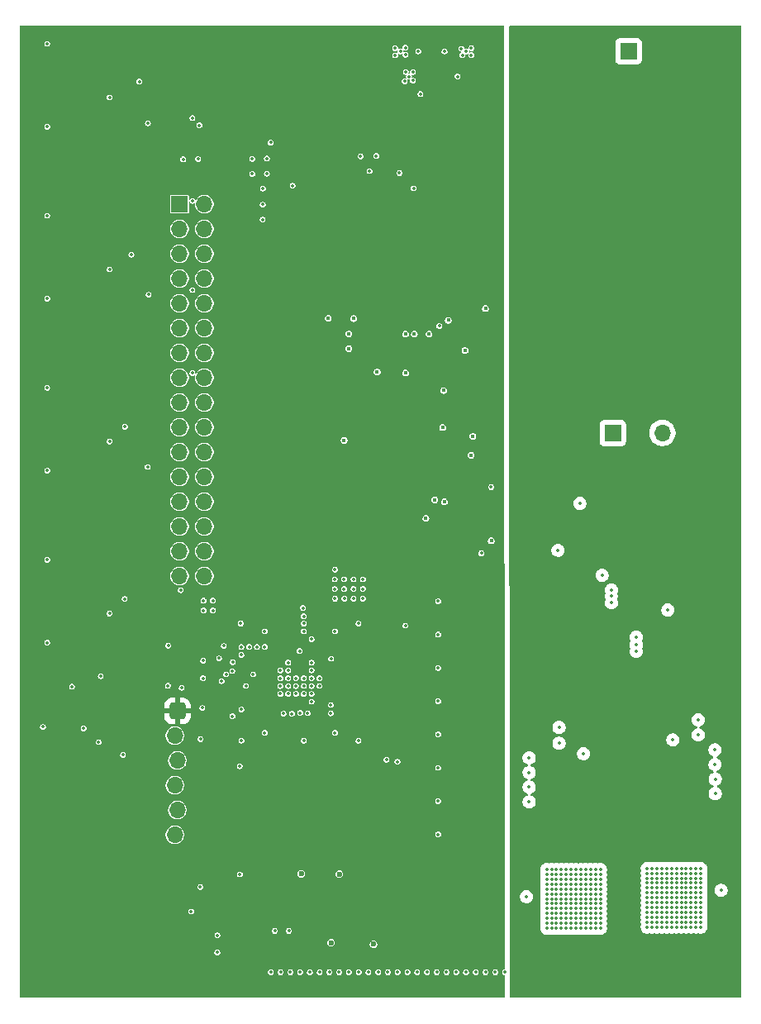
<source format=gbr>
%TF.GenerationSoftware,KiCad,Pcbnew,9.0.0-9.0.0-2~ubuntu22.04.1*%
%TF.CreationDate,2025-03-23T14:07:51-07:00*%
%TF.ProjectId,awg1,61776731-2e6b-4696-9361-645f70636258,rev?*%
%TF.SameCoordinates,Original*%
%TF.FileFunction,Copper,L5,Inr*%
%TF.FilePolarity,Positive*%
%FSLAX46Y46*%
G04 Gerber Fmt 4.6, Leading zero omitted, Abs format (unit mm)*
G04 Created by KiCad (PCBNEW 9.0.0-9.0.0-2~ubuntu22.04.1) date 2025-03-23 14:07:51*
%MOMM*%
%LPD*%
G01*
G04 APERTURE LIST*
G04 Aperture macros list*
%AMRoundRect*
0 Rectangle with rounded corners*
0 $1 Rounding radius*
0 $2 $3 $4 $5 $6 $7 $8 $9 X,Y pos of 4 corners*
0 Add a 4 corners polygon primitive as box body*
4,1,4,$2,$3,$4,$5,$6,$7,$8,$9,$2,$3,0*
0 Add four circle primitives for the rounded corners*
1,1,$1+$1,$2,$3*
1,1,$1+$1,$4,$5*
1,1,$1+$1,$6,$7*
1,1,$1+$1,$8,$9*
0 Add four rect primitives between the rounded corners*
20,1,$1+$1,$2,$3,$4,$5,0*
20,1,$1+$1,$4,$5,$6,$7,0*
20,1,$1+$1,$6,$7,$8,$9,0*
20,1,$1+$1,$8,$9,$2,$3,0*%
G04 Aperture macros list end*
%TA.AperFunction,ComponentPad*%
%ADD10O,1.700000X1.700000*%
%TD*%
%TA.AperFunction,ComponentPad*%
%ADD11R,1.700000X1.700000*%
%TD*%
%TA.AperFunction,ComponentPad*%
%ADD12RoundRect,0.340000X-0.510000X-0.510000X0.510000X-0.510000X0.510000X0.510000X-0.510000X0.510000X0*%
%TD*%
%TA.AperFunction,ViaPad*%
%ADD13C,0.350000*%
%TD*%
%TA.AperFunction,ViaPad*%
%ADD14C,0.600000*%
%TD*%
%TA.AperFunction,ViaPad*%
%ADD15C,0.450000*%
%TD*%
G04 APERTURE END LIST*
D10*
%TO.N,-15V*%
%TO.C,J1801*%
X206654400Y-82550000D03*
%TO.N,GND*%
X204114400Y-82550000D03*
D11*
%TO.N,15V*%
X201574400Y-82550000D03*
%TD*%
D10*
%TO.N,GND*%
%TO.C,J1802*%
X205729000Y-43459400D03*
D11*
%TO.N,5V_USB*%
X203189000Y-43459400D03*
%TD*%
D10*
%TO.N,/fpga/TMS*%
%TO.C,J202*%
X156703922Y-123729981D03*
%TO.N,/fpga/TDI*%
X156957922Y-121189981D03*
%TO.N,/fpga/TDO*%
X156703922Y-118649981D03*
%TO.N,/fpga/TCK*%
X156957922Y-116109981D03*
%TO.N,GND*%
X156703922Y-113569981D03*
D12*
%TO.N,3.3V*%
X156957922Y-111029981D03*
%TD*%
D10*
%TO.N,/fpga/DBG15*%
%TO.C,J201*%
X159720922Y-97219981D03*
%TO.N,GND*%
X157180922Y-97219981D03*
%TO.N,/fpga/DBG14*%
X159720922Y-94679981D03*
%TO.N,GND*%
X157180922Y-94679981D03*
%TO.N,/fpga/DBG13*%
X159720922Y-92139981D03*
%TO.N,GND*%
X157180922Y-92139981D03*
%TO.N,/fpga/DBG12*%
X159720922Y-89599981D03*
%TO.N,GND*%
X157180922Y-89599981D03*
%TO.N,/fpga/DBG11*%
X159720922Y-87059981D03*
%TO.N,GND*%
X157180922Y-87059981D03*
%TO.N,/fpga/DBG10*%
X159720922Y-84519981D03*
%TO.N,GND*%
X157180922Y-84519981D03*
%TO.N,/fpga/DBG9*%
X159720922Y-81979981D03*
%TO.N,GND*%
X157180922Y-81979981D03*
%TO.N,/fpga/DBG8*%
X159720922Y-79439981D03*
%TO.N,GND*%
X157180922Y-79439981D03*
%TO.N,/fpga/DBG7*%
X159720922Y-76899981D03*
%TO.N,GND*%
X157180922Y-76899981D03*
%TO.N,/fpga/DBG6*%
X159720922Y-74359981D03*
%TO.N,GND*%
X157180922Y-74359981D03*
%TO.N,/fpga/DBG5*%
X159720922Y-71819981D03*
%TO.N,GND*%
X157180922Y-71819981D03*
%TO.N,/fpga/DBG4*%
X159720922Y-69279981D03*
%TO.N,GND*%
X157180922Y-69279981D03*
%TO.N,/fpga/DBG3*%
X159720922Y-66739981D03*
%TO.N,GND*%
X157180922Y-66739981D03*
%TO.N,/fpga/DBG2*%
X159720922Y-64199981D03*
%TO.N,GND*%
X157180922Y-64199981D03*
%TO.N,/fpga/DBG1*%
X159720922Y-61659981D03*
%TO.N,GND*%
X157180922Y-61659981D03*
%TO.N,/fpga/DBG0*%
X159720922Y-59119981D03*
D11*
%TO.N,GND*%
X157180922Y-59119981D03*
%TD*%
D13*
%TO.N,3.3V*%
X157665000Y-49377600D03*
%TO.N,GND*%
X143620922Y-51172075D03*
X143620922Y-42672075D03*
X143620922Y-60293574D03*
X143620922Y-68793574D03*
X143620922Y-77915073D03*
X143620922Y-86415073D03*
X143620922Y-95536572D03*
X143620922Y-104036572D03*
%TO.N,/fpga/nBTN_USR*%
X151384000Y-115519200D03*
%TO.N,3.3V*%
X145645922Y-106969078D03*
X151760922Y-106559078D03*
X151720922Y-105479078D03*
%TO.N,GND*%
X180330671Y-43801425D03*
X179276103Y-43868738D03*
X179264884Y-43128297D03*
X180319452Y-43083422D03*
X187073170Y-43846300D03*
X186063478Y-43184391D03*
X186164447Y-43857519D03*
X187073170Y-43128297D03*
X180369772Y-45568083D03*
X181094752Y-45578904D03*
X180245335Y-46514886D03*
X181094752Y-46455373D03*
X181864000Y-47828200D03*
X180692700Y-46041400D03*
X179805200Y-43466400D03*
X181630200Y-43466400D03*
X184330200Y-43466400D03*
X186555200Y-43466400D03*
X185667700Y-46041400D03*
X153941155Y-50813381D03*
X154017816Y-68378265D03*
%TO.N,3.3V*%
X153959658Y-61476817D03*
%TO.N,GND*%
X149098000Y-107460800D03*
X146155922Y-108539078D03*
%TO.N,3.3V*%
X153776033Y-78910219D03*
%TO.N,GND*%
X153911736Y-86024913D03*
%TO.N,3.3V*%
X153810627Y-96723306D03*
X153028422Y-43723574D03*
%TO.N,/fpga/DOUT1*%
X153060400Y-46558200D03*
%TO.N,/fpga/DOUT0*%
X152247600Y-64287400D03*
%TO.N,/fpga/REFCLK*%
X151561800Y-99542600D03*
%TO.N,/fpga/TRIG*%
X151587200Y-81915000D03*
%TO.N,GND*%
X150012400Y-83419701D03*
X150012400Y-48176703D03*
X150012400Y-65798202D03*
X150012400Y-101041200D03*
%TO.N,15V*%
X196062600Y-114350800D03*
%TO.N,-15V*%
X196062600Y-112699800D03*
%TO.N,15V*%
X210339966Y-111949487D03*
%TO.N,-15V*%
X210337400Y-113487200D03*
%TO.N,15V*%
X198196200Y-89764600D03*
%TO.N,GND*%
X195961000Y-89815400D03*
%TO.N,-15V*%
X195961000Y-94571700D03*
%TO.N,GND*%
X198145400Y-94501200D03*
%TO.N,3.3V*%
X162387400Y-116687600D03*
%TO.N,GND*%
X163347400Y-116687600D03*
X192557400Y-137795000D03*
X191557400Y-137795000D03*
X190533800Y-137795000D03*
X189533800Y-137795000D03*
X188533800Y-137795000D03*
X187533800Y-137795000D03*
X186533800Y-137795000D03*
X185533800Y-137795000D03*
X184533800Y-137795000D03*
X183533800Y-137795000D03*
X182533800Y-137795000D03*
X181533800Y-137795000D03*
X180533800Y-137795000D03*
X179533800Y-137795000D03*
X178533800Y-137795000D03*
X177533800Y-137795000D03*
X176533800Y-137795000D03*
X175533800Y-137795000D03*
X174533800Y-137795000D03*
X173533800Y-137795000D03*
X172533800Y-137795000D03*
X171533800Y-137795000D03*
X170533800Y-137795000D03*
X169533800Y-137795000D03*
X168533800Y-137795000D03*
X167533800Y-137795000D03*
X166533800Y-137795000D03*
X161048400Y-135763000D03*
X161061400Y-134010400D03*
X158375600Y-131572000D03*
X163357600Y-127762000D03*
X159311400Y-129057400D03*
%TO.N,3.3V*%
X158826200Y-127812800D03*
X178384200Y-115062000D03*
%TO.N,GND*%
X178384200Y-116022000D03*
X180314600Y-102285800D03*
%TO.N,3.3V*%
X179349400Y-102336600D03*
%TO.N,GND*%
X173106200Y-96545400D03*
X173080800Y-97536000D03*
X173080800Y-98526600D03*
X173106200Y-99517200D03*
X175968600Y-97536000D03*
X175968600Y-98526600D03*
X175968600Y-99517200D03*
%TO.N,1.1V*%
X175008600Y-99517200D03*
X175008600Y-98526600D03*
X175008600Y-97536000D03*
%TO.N,3.3V*%
X174066200Y-96545400D03*
%TO.N,1.1V*%
X174040800Y-97536000D03*
X174040800Y-98526600D03*
X174066200Y-99517200D03*
%TO.N,2.5V*%
X157560000Y-54520000D03*
%TO.N,GND*%
X159636400Y-99731600D03*
X159639000Y-100736400D03*
%TO.N,2.5V*%
X160599000Y-100736400D03*
X160596400Y-99731600D03*
%TO.N,3.3V*%
X160858200Y-102221022D03*
%TO.N,15V*%
X212665900Y-129402100D03*
%TO.N,GND*%
X212665900Y-126452100D03*
%TO.N,-15V*%
X192735200Y-130048000D03*
%TO.N,GND*%
X192735200Y-127098000D03*
%TO.N,15V*%
X198574500Y-115400100D03*
%TO.N,-15V*%
X207727000Y-113999600D03*
%TO.N,GND*%
X197698959Y-136200935D03*
X206198758Y-136200935D03*
X206179200Y-137609600D03*
X197679200Y-137609600D03*
%TO.N,15V*%
X210097100Y-129660100D03*
X205097100Y-133160100D03*
X205097100Y-132660100D03*
X205097100Y-132160100D03*
X205097100Y-131660100D03*
X205097100Y-131160100D03*
X205097100Y-130660100D03*
X205097100Y-130160100D03*
X205097100Y-129660100D03*
X205097100Y-129160100D03*
X205097100Y-128660100D03*
X205097100Y-128160100D03*
X205097100Y-127660100D03*
X205097100Y-127160100D03*
X205597100Y-133160100D03*
X205597100Y-132660100D03*
X205597100Y-132160100D03*
X205597100Y-131660100D03*
X205597100Y-131160100D03*
X205597100Y-130660100D03*
X205597100Y-130160100D03*
X205597100Y-129660100D03*
X205597100Y-129160100D03*
X205597100Y-128660100D03*
X205597100Y-128160100D03*
X205597100Y-127660100D03*
X205597100Y-127160100D03*
X206097100Y-133160100D03*
X206097100Y-132660100D03*
X206097100Y-132160100D03*
X206097100Y-131660100D03*
X206097100Y-131160100D03*
X206097100Y-130660100D03*
X206097100Y-130160100D03*
X206097100Y-129660100D03*
X206097100Y-129160100D03*
X206097100Y-128660100D03*
X206097100Y-128160100D03*
X206097100Y-127660100D03*
X206097100Y-127160100D03*
X206597100Y-133160100D03*
X206597100Y-132660100D03*
X206597100Y-132160100D03*
X206597100Y-131660100D03*
X206597100Y-131160100D03*
X206597100Y-130660100D03*
X206597100Y-130160100D03*
X206597100Y-129660100D03*
X206597100Y-129160100D03*
X206597100Y-128660100D03*
X206597100Y-128160100D03*
X206597100Y-127660100D03*
X206597100Y-127160100D03*
X207097100Y-133160100D03*
X207097100Y-132660100D03*
X207097100Y-132160100D03*
X207097100Y-131660100D03*
X207097100Y-131160100D03*
X207097100Y-130660100D03*
X207097100Y-130160100D03*
X207097100Y-129660100D03*
X207097100Y-129160100D03*
X207097100Y-128660100D03*
X207097100Y-128160100D03*
X207097100Y-127660100D03*
X207097100Y-127160100D03*
X207597100Y-133160100D03*
X207597100Y-132660100D03*
X207597100Y-132160100D03*
X207597100Y-131660100D03*
X207597100Y-131160100D03*
X207597100Y-130660100D03*
X207597100Y-130160100D03*
X207597100Y-129660100D03*
X207597100Y-129160100D03*
X207597100Y-128660100D03*
X207597100Y-128160100D03*
X210597100Y-131660100D03*
X210097100Y-128660100D03*
X209097100Y-133160100D03*
X209097100Y-132660100D03*
X209097100Y-132160100D03*
X209097100Y-131660100D03*
X209097100Y-131160100D03*
X209097100Y-130660100D03*
X209097100Y-130160100D03*
X209097100Y-129660100D03*
X209097100Y-129160100D03*
X209097100Y-128660100D03*
X209097100Y-128160100D03*
X209097100Y-127660100D03*
X209097100Y-127160100D03*
X209597100Y-133160100D03*
X210097100Y-132160100D03*
X210097100Y-131660100D03*
X207597100Y-127660100D03*
X207597100Y-127160100D03*
X208097100Y-133160100D03*
X208097100Y-132660100D03*
X208097100Y-132160100D03*
X208097100Y-131660100D03*
X208097100Y-131160100D03*
X208097100Y-130660100D03*
X208097100Y-130160100D03*
X208097100Y-129660100D03*
X208097100Y-129160100D03*
X208097100Y-128660100D03*
X208097100Y-128160100D03*
X208097100Y-127660100D03*
X208097100Y-127160100D03*
X208597100Y-133160100D03*
X208597100Y-132660100D03*
X208597100Y-131160100D03*
X208597100Y-130660100D03*
X208597100Y-130160100D03*
X208597100Y-129660100D03*
X208597100Y-129160100D03*
X208597100Y-128660100D03*
X208597100Y-128160100D03*
X208597100Y-127660100D03*
X208597100Y-127160100D03*
X209597100Y-128160100D03*
X209597100Y-127660100D03*
X209597100Y-127160100D03*
X210097100Y-129160100D03*
X209597100Y-131160100D03*
X209597100Y-130660100D03*
X208597100Y-132160100D03*
X208597100Y-131660100D03*
X210097100Y-131160100D03*
X210097100Y-130660100D03*
X209597100Y-132660100D03*
X209597100Y-132160100D03*
X209597100Y-131660100D03*
X209597100Y-130160100D03*
X209597100Y-129160100D03*
X209597100Y-128660100D03*
X210097100Y-127660100D03*
X210097100Y-128160100D03*
X210597100Y-132160100D03*
X210597100Y-128660100D03*
X210597100Y-127160100D03*
X210597100Y-127660100D03*
X210597100Y-129660100D03*
X210597100Y-128160100D03*
X210097100Y-133160100D03*
X210097100Y-132660100D03*
X210597100Y-130660100D03*
X210597100Y-131160100D03*
X210597100Y-129160100D03*
X210597100Y-130160100D03*
X210597100Y-132660100D03*
X209597100Y-129660100D03*
X210097100Y-130160100D03*
X210097100Y-127160100D03*
X210597100Y-133160100D03*
%TO.N,-15V*%
X199802100Y-129780500D03*
X194802100Y-133280500D03*
X194802100Y-132780500D03*
X194802100Y-132280500D03*
X194802100Y-131780500D03*
X194802100Y-131280500D03*
X194802100Y-130780500D03*
X194802100Y-130280500D03*
X194802100Y-129780500D03*
X194802100Y-129280500D03*
X194802100Y-128780500D03*
X194802100Y-128280500D03*
X194802100Y-127780500D03*
X194802100Y-127280500D03*
X195302100Y-133280500D03*
X195302100Y-132780500D03*
X195302100Y-132280500D03*
X195302100Y-131780500D03*
X195302100Y-131280500D03*
X195302100Y-130780500D03*
X195302100Y-130280500D03*
X195302100Y-129780500D03*
X195302100Y-129280500D03*
X195302100Y-128780500D03*
X195302100Y-128280500D03*
X195302100Y-127780500D03*
X195302100Y-127280500D03*
X195802100Y-133280500D03*
X195802100Y-132780500D03*
X195802100Y-132280500D03*
X195802100Y-131780500D03*
X195802100Y-131280500D03*
X195802100Y-130780500D03*
X195802100Y-130280500D03*
X195802100Y-129780500D03*
X195802100Y-129280500D03*
X195802100Y-128780500D03*
X195802100Y-128280500D03*
X195802100Y-127780500D03*
X195802100Y-127280500D03*
X196302100Y-133280500D03*
X196302100Y-132780500D03*
X196302100Y-132280500D03*
X196302100Y-131780500D03*
X196302100Y-131280500D03*
X196302100Y-130780500D03*
X196302100Y-130280500D03*
X196302100Y-129780500D03*
X196302100Y-129280500D03*
X196302100Y-128780500D03*
X196302100Y-128280500D03*
X196302100Y-127780500D03*
X196302100Y-127280500D03*
X196802100Y-133280500D03*
X196802100Y-132780500D03*
X196802100Y-132280500D03*
X196802100Y-131780500D03*
X196802100Y-131280500D03*
X196802100Y-130780500D03*
X196802100Y-130280500D03*
X196802100Y-129780500D03*
X196802100Y-129280500D03*
X196802100Y-128780500D03*
X196802100Y-128280500D03*
X196802100Y-127780500D03*
X196802100Y-127280500D03*
X197302100Y-133280500D03*
X197302100Y-132780500D03*
X197302100Y-132280500D03*
X197302100Y-131780500D03*
X197302100Y-131280500D03*
X197302100Y-130780500D03*
X197302100Y-130280500D03*
X197302100Y-129780500D03*
X197302100Y-129280500D03*
X197302100Y-128780500D03*
X197302100Y-128280500D03*
X200302100Y-131780500D03*
X199802100Y-128780500D03*
X198802100Y-133280500D03*
X198802100Y-132780500D03*
X198802100Y-132280500D03*
X198802100Y-131780500D03*
X198802100Y-131280500D03*
X198802100Y-130780500D03*
X198802100Y-130280500D03*
X198802100Y-129780500D03*
X198802100Y-129280500D03*
X198802100Y-128780500D03*
X198802100Y-128280500D03*
X198802100Y-127780500D03*
X198802100Y-127280500D03*
X199302100Y-133280500D03*
X199802100Y-132280500D03*
X199802100Y-131780500D03*
X197302100Y-127780500D03*
X197302100Y-127280500D03*
X197802100Y-133280500D03*
X197802100Y-132780500D03*
X197802100Y-132280500D03*
X197802100Y-131780500D03*
X197802100Y-131280500D03*
X197802100Y-130780500D03*
X197802100Y-130280500D03*
X197802100Y-129780500D03*
X197802100Y-129280500D03*
X197802100Y-128780500D03*
X197802100Y-128280500D03*
X197802100Y-127780500D03*
X197802100Y-127280500D03*
X198302100Y-133280500D03*
X198302100Y-132780500D03*
X198302100Y-131280500D03*
X198302100Y-130780500D03*
X198302100Y-130280500D03*
X198302100Y-129780500D03*
X198302100Y-129280500D03*
X198302100Y-128780500D03*
X198302100Y-128280500D03*
X198302100Y-127780500D03*
X198302100Y-127280500D03*
X199302100Y-128280500D03*
X199302100Y-127780500D03*
X199302100Y-127280500D03*
X199802100Y-129280500D03*
X199302100Y-131280500D03*
X199302100Y-130780500D03*
X198302100Y-132280500D03*
X198302100Y-131780500D03*
X199802100Y-131280500D03*
X199802100Y-130780500D03*
X199302100Y-132780500D03*
X199302100Y-132280500D03*
X199302100Y-131780500D03*
X199302100Y-130280500D03*
X199302100Y-129280500D03*
X199302100Y-128780500D03*
X199802100Y-127780500D03*
X199802100Y-128280500D03*
X200302100Y-132280500D03*
X200302100Y-128780500D03*
X200302100Y-127280500D03*
X200302100Y-127780500D03*
X200302100Y-129780500D03*
X200302100Y-128280500D03*
X199802100Y-133280500D03*
X199802100Y-132780500D03*
X200302100Y-130780500D03*
X200302100Y-131280500D03*
X200302100Y-129280500D03*
X200302100Y-130280500D03*
X200302100Y-132780500D03*
X199302100Y-129780500D03*
X199802100Y-130280500D03*
X199802100Y-127280500D03*
X200302100Y-133280500D03*
X193006600Y-120350633D03*
X193006600Y-118837300D03*
X193006700Y-117331834D03*
X193006700Y-115818500D03*
%TO.N,GND*%
X198924100Y-97124100D03*
%TO.N,-15V*%
X200474100Y-97124100D03*
%TO.N,GND*%
X207217500Y-102229500D03*
%TO.N,15V*%
X207217500Y-100679500D03*
%TO.N,-15V*%
X201427888Y-98626417D03*
X201421395Y-99256176D03*
X201427888Y-99950859D03*
%TO.N,15V*%
X203990657Y-103448889D03*
X203986900Y-104260435D03*
X203983143Y-104917936D03*
X212064500Y-119512100D03*
X212064500Y-118012100D03*
X212054500Y-116512100D03*
X212044500Y-115022100D03*
%TO.N,GND*%
X183678364Y-113438093D03*
X173113400Y-113274981D03*
D14*
X172700922Y-134769981D03*
D15*
X187056510Y-84833034D03*
X182426476Y-91302431D03*
X182740172Y-72414931D03*
D13*
X163513400Y-110874981D03*
X171513400Y-107674981D03*
X175513400Y-114074981D03*
X171513400Y-108474981D03*
D15*
X188526476Y-69802431D03*
X177426476Y-76302431D03*
D13*
X163513400Y-114074981D03*
X183678364Y-116849521D03*
X169913400Y-114074981D03*
X159590922Y-107679078D03*
D15*
X180340172Y-72414931D03*
D13*
X159600000Y-105870000D03*
X168313400Y-106074981D03*
D15*
X183326476Y-89402431D03*
X186426476Y-74102431D03*
D13*
X168691318Y-111313202D03*
X166942172Y-133559981D03*
X165913400Y-113274981D03*
X148892600Y-114224200D03*
X183678364Y-123672377D03*
X175513400Y-102074981D03*
X156025922Y-104339078D03*
X170713400Y-109274981D03*
X168383422Y-133559981D03*
X147352600Y-112814200D03*
X159215000Y-51040000D03*
X163450000Y-102060000D03*
X165712500Y-57520000D03*
X183678364Y-110026665D03*
D15*
X184326476Y-89602431D03*
D13*
X169913400Y-102074981D03*
X169476711Y-104896173D03*
X157400922Y-108659078D03*
X159520922Y-110709078D03*
X169113400Y-109274981D03*
D14*
X169650922Y-127709981D03*
D13*
X172686679Y-110410535D03*
D15*
X181240172Y-72414931D03*
D13*
X177340000Y-54180000D03*
X172686679Y-111264737D03*
X164630000Y-56015000D03*
X173113400Y-102874981D03*
X179710000Y-55920000D03*
X176650000Y-55720000D03*
X168313400Y-107674981D03*
X168313400Y-106874981D03*
D14*
X177059114Y-134927729D03*
D13*
X166130000Y-55985000D03*
X183678364Y-120260949D03*
X169913400Y-108474981D03*
X167840000Y-111310000D03*
D15*
X184240172Y-78202431D03*
D13*
X183678364Y-103203809D03*
X183678364Y-99792381D03*
D15*
X172426476Y-70802431D03*
X174526476Y-72402431D03*
X180340172Y-76402431D03*
D13*
X165913400Y-102874981D03*
X169113400Y-107674981D03*
X169542490Y-111231417D03*
D15*
X174526476Y-73902431D03*
D13*
X159085000Y-54495000D03*
D14*
X173550922Y-127749981D03*
D13*
X143187600Y-112659200D03*
X179510922Y-116229078D03*
D15*
X187240172Y-82902431D03*
D13*
X168313400Y-109274981D03*
X169913400Y-107674981D03*
X169113400Y-108474981D03*
X175740000Y-54215000D03*
X163513400Y-105274981D03*
X183678364Y-106615237D03*
D15*
X174040172Y-83302431D03*
D13*
X168765000Y-57210000D03*
D15*
X184726476Y-71002431D03*
D13*
X159320922Y-113919078D03*
D15*
X184140172Y-82002431D03*
X189126476Y-93602431D03*
D13*
X169913400Y-109274981D03*
X168313400Y-108474981D03*
D15*
X175023995Y-70832921D03*
D13*
X172717648Y-105673183D03*
X170713400Y-107674981D03*
X170310000Y-111260000D03*
%TO.N,3.3V*%
X176595000Y-57280000D03*
X171877914Y-111267766D03*
X177650000Y-47510000D03*
X189752500Y-106826957D03*
D15*
X181340172Y-87102431D03*
D13*
X171513400Y-106074981D03*
X169913400Y-106874981D03*
X167513400Y-110074981D03*
X171513400Y-110074981D03*
D15*
X184840172Y-82802431D03*
D13*
X156410000Y-100230000D03*
X177340000Y-52630000D03*
X169913400Y-110074981D03*
X189872500Y-116966957D03*
X188798422Y-99902125D03*
X171513400Y-109274981D03*
X169113400Y-106874981D03*
D15*
X184240172Y-72414931D03*
D13*
X176507500Y-58990000D03*
X177727500Y-51040000D03*
X167513400Y-106020000D03*
D15*
X186040172Y-75502431D03*
D13*
X169500000Y-104060000D03*
X189702500Y-120386957D03*
D15*
X172426476Y-62702431D03*
X184940172Y-78702431D03*
D13*
X169113400Y-106074981D03*
X168313400Y-110074981D03*
X177420922Y-120519078D03*
D15*
X175426476Y-76602431D03*
D13*
X171513400Y-106874981D03*
X175740000Y-52665000D03*
D14*
X175605922Y-134814981D03*
D13*
X168710000Y-110410000D03*
X159520922Y-109669078D03*
D15*
X177126476Y-68202431D03*
D13*
X189882500Y-113626957D03*
X179680922Y-121639078D03*
X189752500Y-110236957D03*
D15*
X182326476Y-92902431D03*
D14*
X171270922Y-134969981D03*
D13*
X171900000Y-104890000D03*
X150242600Y-113814200D03*
D15*
X175040172Y-85302431D03*
D13*
X167918901Y-110440826D03*
X158360922Y-108659078D03*
X189732500Y-103416957D03*
X160590922Y-107651577D03*
X157930922Y-107039078D03*
X189710922Y-123799078D03*
X157665000Y-51040000D03*
X169913400Y-106074981D03*
X167110000Y-104090000D03*
X169113400Y-110074981D03*
%TO.N,1.1V*%
X166130000Y-54435000D03*
X166517500Y-52800000D03*
X164630000Y-54465000D03*
X165700000Y-60680000D03*
X165705000Y-59150000D03*
%TO.N,5V_USB*%
X181160000Y-57490000D03*
X189117022Y-88092978D03*
%TO.N,/ft232/CLK_12M_FT*%
X183800000Y-71590000D03*
X188110000Y-94870000D03*
%TO.N,/fpga/nBTN_USR*%
X162600000Y-111570000D03*
X162630922Y-106029078D03*
%TO.N,/fpga/nFPGA_RST*%
X163980000Y-108470000D03*
%TO.N,1.1V*%
X170713400Y-106874981D03*
X167513400Y-109274981D03*
X170713400Y-108474981D03*
X167513400Y-108474981D03*
X167513400Y-107674981D03*
X170713400Y-106074981D03*
%TO.N,2.5V*%
X167513400Y-106874981D03*
X170713400Y-110074981D03*
%TO.N,/fpga/CFG_CDONE*%
X155990000Y-108447350D03*
X161940922Y-107279078D03*
%TO.N,Net-(U201H-PB13A{slash}+{slash}SN{slash}CSN)*%
X164730922Y-107279078D03*
%TO.N,/fpga/CFG_IO1*%
X161720922Y-104359078D03*
X162580922Y-106939078D03*
%TO.N,/fpga/DATA7*%
X169913400Y-102874981D03*
X169820922Y-100479078D03*
%TO.N,/fpga/CTRL0*%
X170713400Y-103674981D03*
X169910922Y-101339078D03*
%TO.N,/fpga/DOUT0*%
X165113400Y-104474981D03*
%TO.N,/fpga/DOUT1*%
X165913400Y-104474981D03*
%TO.N,/fpga/TRIG*%
X164313400Y-104474981D03*
%TO.N,/fpga/REFCLK*%
X163513400Y-104474981D03*
%TO.N,/fpga/CFG_0*%
X161230922Y-105629078D03*
X161500922Y-107969078D03*
%TO.N,GND*%
X157287925Y-98659078D03*
X158500922Y-50286081D03*
X158500922Y-58786081D03*
X158500922Y-67907580D03*
X158500922Y-76407580D03*
%TD*%
%TA.AperFunction,Conductor*%
%TO.N,3.3V*%
G36*
X190399009Y-40848930D02*
G01*
X190413361Y-40883578D01*
X190412871Y-40890491D01*
X190403057Y-40959354D01*
X190403057Y-40959356D01*
X190405042Y-42562161D01*
X190407199Y-44304399D01*
X190453446Y-81652761D01*
X190455603Y-83394999D01*
X190463469Y-89747856D01*
X190463573Y-89831759D01*
X190469421Y-94554956D01*
X190469525Y-94638859D01*
X190472581Y-97107356D01*
X190472685Y-97191259D01*
X190475221Y-99239432D01*
X190475325Y-99323335D01*
X190476983Y-100662756D01*
X190477087Y-100746659D01*
X190482231Y-104901192D01*
X190482335Y-104985095D01*
X190490938Y-111932743D01*
X190491867Y-112683056D01*
X190491971Y-112766959D01*
X190492842Y-113470456D01*
X190493477Y-113982856D01*
X190493912Y-114334056D01*
X190494016Y-114417959D01*
X190494743Y-115005356D01*
X190495211Y-115383356D01*
X190495729Y-115801756D01*
X190496588Y-116495356D01*
X190497603Y-117315090D01*
X190498445Y-117995356D01*
X190499467Y-118820556D01*
X190499571Y-118904459D01*
X190500303Y-119495356D01*
X190501341Y-120333889D01*
X190509921Y-127263756D01*
X190510025Y-127347659D01*
X190513348Y-130031256D01*
X190513452Y-130115159D01*
X190522532Y-137449258D01*
X190508223Y-137483924D01*
X190486215Y-137496649D01*
X190417810Y-137514979D01*
X190417808Y-137514979D01*
X190349288Y-137554540D01*
X190349288Y-137554541D01*
X190293341Y-137610488D01*
X190293340Y-137610488D01*
X190253779Y-137679008D01*
X190253779Y-137679010D01*
X190233300Y-137755436D01*
X190233300Y-137834563D01*
X190253779Y-137910989D01*
X190253779Y-137910991D01*
X190293340Y-137979511D01*
X190349289Y-138035460D01*
X190374368Y-138049939D01*
X190417808Y-138075020D01*
X190417810Y-138075020D01*
X190417811Y-138075021D01*
X190460594Y-138086485D01*
X190487072Y-138093580D01*
X190516825Y-138116410D01*
X190523390Y-138140849D01*
X190526070Y-140305354D01*
X190526071Y-140305366D01*
X190533547Y-140374294D01*
X190523015Y-140410288D01*
X190490117Y-140428292D01*
X190484833Y-140428578D01*
X140865422Y-140428578D01*
X140830774Y-140414226D01*
X140816422Y-140379578D01*
X140816422Y-137755436D01*
X166233300Y-137755436D01*
X166233300Y-137834563D01*
X166253779Y-137910989D01*
X166253779Y-137910991D01*
X166293340Y-137979511D01*
X166349289Y-138035460D01*
X166417811Y-138075021D01*
X166453278Y-138084524D01*
X166494236Y-138095500D01*
X166494238Y-138095500D01*
X166573364Y-138095500D01*
X166600030Y-138088354D01*
X166649789Y-138075021D01*
X166718311Y-138035460D01*
X166774260Y-137979511D01*
X166813821Y-137910989D01*
X166834300Y-137834562D01*
X166834300Y-137755438D01*
X166834300Y-137755436D01*
X167233300Y-137755436D01*
X167233300Y-137834563D01*
X167253779Y-137910989D01*
X167253779Y-137910991D01*
X167293340Y-137979511D01*
X167349289Y-138035460D01*
X167417811Y-138075021D01*
X167453278Y-138084524D01*
X167494236Y-138095500D01*
X167494238Y-138095500D01*
X167573364Y-138095500D01*
X167600030Y-138088354D01*
X167649789Y-138075021D01*
X167718311Y-138035460D01*
X167774260Y-137979511D01*
X167813821Y-137910989D01*
X167834300Y-137834562D01*
X167834300Y-137755438D01*
X167834300Y-137755436D01*
X168233300Y-137755436D01*
X168233300Y-137834563D01*
X168253779Y-137910989D01*
X168253779Y-137910991D01*
X168293340Y-137979511D01*
X168349289Y-138035460D01*
X168417811Y-138075021D01*
X168453278Y-138084524D01*
X168494236Y-138095500D01*
X168494238Y-138095500D01*
X168573364Y-138095500D01*
X168600030Y-138088354D01*
X168649789Y-138075021D01*
X168718311Y-138035460D01*
X168774260Y-137979511D01*
X168813821Y-137910989D01*
X168834300Y-137834562D01*
X168834300Y-137755438D01*
X168834300Y-137755436D01*
X169233300Y-137755436D01*
X169233300Y-137834563D01*
X169253779Y-137910989D01*
X169253779Y-137910991D01*
X169293340Y-137979511D01*
X169349289Y-138035460D01*
X169417811Y-138075021D01*
X169453278Y-138084524D01*
X169494236Y-138095500D01*
X169494238Y-138095500D01*
X169573364Y-138095500D01*
X169600030Y-138088354D01*
X169649789Y-138075021D01*
X169718311Y-138035460D01*
X169774260Y-137979511D01*
X169813821Y-137910989D01*
X169834300Y-137834562D01*
X169834300Y-137755438D01*
X169834300Y-137755436D01*
X170233300Y-137755436D01*
X170233300Y-137834563D01*
X170253779Y-137910989D01*
X170253779Y-137910991D01*
X170293340Y-137979511D01*
X170349289Y-138035460D01*
X170417811Y-138075021D01*
X170453278Y-138084524D01*
X170494236Y-138095500D01*
X170494238Y-138095500D01*
X170573364Y-138095500D01*
X170600030Y-138088354D01*
X170649789Y-138075021D01*
X170718311Y-138035460D01*
X170774260Y-137979511D01*
X170813821Y-137910989D01*
X170834300Y-137834562D01*
X170834300Y-137755438D01*
X170834300Y-137755436D01*
X171233300Y-137755436D01*
X171233300Y-137834563D01*
X171253779Y-137910989D01*
X171253779Y-137910991D01*
X171293340Y-137979511D01*
X171349289Y-138035460D01*
X171417811Y-138075021D01*
X171453278Y-138084524D01*
X171494236Y-138095500D01*
X171494238Y-138095500D01*
X171573364Y-138095500D01*
X171600030Y-138088354D01*
X171649789Y-138075021D01*
X171718311Y-138035460D01*
X171774260Y-137979511D01*
X171813821Y-137910989D01*
X171834300Y-137834562D01*
X171834300Y-137755438D01*
X171834300Y-137755436D01*
X172233300Y-137755436D01*
X172233300Y-137834563D01*
X172253779Y-137910989D01*
X172253779Y-137910991D01*
X172293340Y-137979511D01*
X172349289Y-138035460D01*
X172417811Y-138075021D01*
X172453278Y-138084524D01*
X172494236Y-138095500D01*
X172494238Y-138095500D01*
X172573364Y-138095500D01*
X172600030Y-138088354D01*
X172649789Y-138075021D01*
X172718311Y-138035460D01*
X172774260Y-137979511D01*
X172813821Y-137910989D01*
X172834300Y-137834562D01*
X172834300Y-137755438D01*
X172834300Y-137755436D01*
X173233300Y-137755436D01*
X173233300Y-137834563D01*
X173253779Y-137910989D01*
X173253779Y-137910991D01*
X173293340Y-137979511D01*
X173349289Y-138035460D01*
X173417811Y-138075021D01*
X173453278Y-138084524D01*
X173494236Y-138095500D01*
X173494238Y-138095500D01*
X173573364Y-138095500D01*
X173600030Y-138088354D01*
X173649789Y-138075021D01*
X173718311Y-138035460D01*
X173774260Y-137979511D01*
X173813821Y-137910989D01*
X173834300Y-137834562D01*
X173834300Y-137755438D01*
X173834300Y-137755436D01*
X174233300Y-137755436D01*
X174233300Y-137834563D01*
X174253779Y-137910989D01*
X174253779Y-137910991D01*
X174293340Y-137979511D01*
X174349289Y-138035460D01*
X174417811Y-138075021D01*
X174453278Y-138084524D01*
X174494236Y-138095500D01*
X174494238Y-138095500D01*
X174573364Y-138095500D01*
X174600030Y-138088354D01*
X174649789Y-138075021D01*
X174718311Y-138035460D01*
X174774260Y-137979511D01*
X174813821Y-137910989D01*
X174834300Y-137834562D01*
X174834300Y-137755438D01*
X174834300Y-137755436D01*
X175233300Y-137755436D01*
X175233300Y-137834563D01*
X175253779Y-137910989D01*
X175253779Y-137910991D01*
X175293340Y-137979511D01*
X175349289Y-138035460D01*
X175417811Y-138075021D01*
X175453278Y-138084524D01*
X175494236Y-138095500D01*
X175494238Y-138095500D01*
X175573364Y-138095500D01*
X175600030Y-138088354D01*
X175649789Y-138075021D01*
X175718311Y-138035460D01*
X175774260Y-137979511D01*
X175813821Y-137910989D01*
X175834300Y-137834562D01*
X175834300Y-137755438D01*
X175834300Y-137755436D01*
X176233300Y-137755436D01*
X176233300Y-137834563D01*
X176253779Y-137910989D01*
X176253779Y-137910991D01*
X176293340Y-137979511D01*
X176349289Y-138035460D01*
X176417811Y-138075021D01*
X176453278Y-138084524D01*
X176494236Y-138095500D01*
X176494238Y-138095500D01*
X176573364Y-138095500D01*
X176600030Y-138088354D01*
X176649789Y-138075021D01*
X176718311Y-138035460D01*
X176774260Y-137979511D01*
X176813821Y-137910989D01*
X176834300Y-137834562D01*
X176834300Y-137755438D01*
X176834300Y-137755436D01*
X177233300Y-137755436D01*
X177233300Y-137834563D01*
X177253779Y-137910989D01*
X177253779Y-137910991D01*
X177293340Y-137979511D01*
X177349289Y-138035460D01*
X177417811Y-138075021D01*
X177453278Y-138084524D01*
X177494236Y-138095500D01*
X177494238Y-138095500D01*
X177573364Y-138095500D01*
X177600030Y-138088354D01*
X177649789Y-138075021D01*
X177718311Y-138035460D01*
X177774260Y-137979511D01*
X177813821Y-137910989D01*
X177834300Y-137834562D01*
X177834300Y-137755438D01*
X177834300Y-137755436D01*
X178233300Y-137755436D01*
X178233300Y-137834563D01*
X178253779Y-137910989D01*
X178253779Y-137910991D01*
X178293340Y-137979511D01*
X178349289Y-138035460D01*
X178417811Y-138075021D01*
X178453278Y-138084524D01*
X178494236Y-138095500D01*
X178494238Y-138095500D01*
X178573364Y-138095500D01*
X178600030Y-138088354D01*
X178649789Y-138075021D01*
X178718311Y-138035460D01*
X178774260Y-137979511D01*
X178813821Y-137910989D01*
X178834300Y-137834562D01*
X178834300Y-137755438D01*
X178834300Y-137755436D01*
X179233300Y-137755436D01*
X179233300Y-137834563D01*
X179253779Y-137910989D01*
X179253779Y-137910991D01*
X179293340Y-137979511D01*
X179349289Y-138035460D01*
X179417811Y-138075021D01*
X179453278Y-138084524D01*
X179494236Y-138095500D01*
X179494238Y-138095500D01*
X179573364Y-138095500D01*
X179600030Y-138088354D01*
X179649789Y-138075021D01*
X179718311Y-138035460D01*
X179774260Y-137979511D01*
X179813821Y-137910989D01*
X179834300Y-137834562D01*
X179834300Y-137755438D01*
X179834300Y-137755436D01*
X180233300Y-137755436D01*
X180233300Y-137834563D01*
X180253779Y-137910989D01*
X180253779Y-137910991D01*
X180293340Y-137979511D01*
X180349289Y-138035460D01*
X180417811Y-138075021D01*
X180453278Y-138084524D01*
X180494236Y-138095500D01*
X180494238Y-138095500D01*
X180573364Y-138095500D01*
X180600030Y-138088354D01*
X180649789Y-138075021D01*
X180718311Y-138035460D01*
X180774260Y-137979511D01*
X180813821Y-137910989D01*
X180834300Y-137834562D01*
X180834300Y-137755438D01*
X180834300Y-137755436D01*
X181233300Y-137755436D01*
X181233300Y-137834563D01*
X181253779Y-137910989D01*
X181253779Y-137910991D01*
X181293340Y-137979511D01*
X181349289Y-138035460D01*
X181417811Y-138075021D01*
X181453278Y-138084524D01*
X181494236Y-138095500D01*
X181494238Y-138095500D01*
X181573364Y-138095500D01*
X181600030Y-138088354D01*
X181649789Y-138075021D01*
X181718311Y-138035460D01*
X181774260Y-137979511D01*
X181813821Y-137910989D01*
X181834300Y-137834562D01*
X181834300Y-137755438D01*
X181834300Y-137755436D01*
X182233300Y-137755436D01*
X182233300Y-137834563D01*
X182253779Y-137910989D01*
X182253779Y-137910991D01*
X182293340Y-137979511D01*
X182349289Y-138035460D01*
X182417811Y-138075021D01*
X182453278Y-138084524D01*
X182494236Y-138095500D01*
X182494238Y-138095500D01*
X182573364Y-138095500D01*
X182600030Y-138088354D01*
X182649789Y-138075021D01*
X182718311Y-138035460D01*
X182774260Y-137979511D01*
X182813821Y-137910989D01*
X182834300Y-137834562D01*
X182834300Y-137755438D01*
X182834300Y-137755436D01*
X183233300Y-137755436D01*
X183233300Y-137834563D01*
X183253779Y-137910989D01*
X183253779Y-137910991D01*
X183293340Y-137979511D01*
X183349289Y-138035460D01*
X183417811Y-138075021D01*
X183453278Y-138084524D01*
X183494236Y-138095500D01*
X183494238Y-138095500D01*
X183573364Y-138095500D01*
X183600030Y-138088354D01*
X183649789Y-138075021D01*
X183718311Y-138035460D01*
X183774260Y-137979511D01*
X183813821Y-137910989D01*
X183834300Y-137834562D01*
X183834300Y-137755438D01*
X183834300Y-137755436D01*
X184233300Y-137755436D01*
X184233300Y-137834563D01*
X184253779Y-137910989D01*
X184253779Y-137910991D01*
X184293340Y-137979511D01*
X184349289Y-138035460D01*
X184417811Y-138075021D01*
X184453278Y-138084524D01*
X184494236Y-138095500D01*
X184494238Y-138095500D01*
X184573364Y-138095500D01*
X184600030Y-138088354D01*
X184649789Y-138075021D01*
X184718311Y-138035460D01*
X184774260Y-137979511D01*
X184813821Y-137910989D01*
X184834300Y-137834562D01*
X184834300Y-137755438D01*
X184834300Y-137755436D01*
X185233300Y-137755436D01*
X185233300Y-137834563D01*
X185253779Y-137910989D01*
X185253779Y-137910991D01*
X185293340Y-137979511D01*
X185349289Y-138035460D01*
X185417811Y-138075021D01*
X185453278Y-138084524D01*
X185494236Y-138095500D01*
X185494238Y-138095500D01*
X185573364Y-138095500D01*
X185600030Y-138088354D01*
X185649789Y-138075021D01*
X185718311Y-138035460D01*
X185774260Y-137979511D01*
X185813821Y-137910989D01*
X185834300Y-137834562D01*
X185834300Y-137755438D01*
X185834300Y-137755436D01*
X186233300Y-137755436D01*
X186233300Y-137834563D01*
X186253779Y-137910989D01*
X186253779Y-137910991D01*
X186293340Y-137979511D01*
X186349289Y-138035460D01*
X186417811Y-138075021D01*
X186453278Y-138084524D01*
X186494236Y-138095500D01*
X186494238Y-138095500D01*
X186573364Y-138095500D01*
X186600030Y-138088354D01*
X186649789Y-138075021D01*
X186718311Y-138035460D01*
X186774260Y-137979511D01*
X186813821Y-137910989D01*
X186834300Y-137834562D01*
X186834300Y-137755438D01*
X186834300Y-137755436D01*
X187233300Y-137755436D01*
X187233300Y-137834563D01*
X187253779Y-137910989D01*
X187253779Y-137910991D01*
X187293340Y-137979511D01*
X187349289Y-138035460D01*
X187417811Y-138075021D01*
X187453278Y-138084524D01*
X187494236Y-138095500D01*
X187494238Y-138095500D01*
X187573364Y-138095500D01*
X187600030Y-138088354D01*
X187649789Y-138075021D01*
X187718311Y-138035460D01*
X187774260Y-137979511D01*
X187813821Y-137910989D01*
X187834300Y-137834562D01*
X187834300Y-137755438D01*
X187834300Y-137755436D01*
X188233300Y-137755436D01*
X188233300Y-137834563D01*
X188253779Y-137910989D01*
X188253779Y-137910991D01*
X188293340Y-137979511D01*
X188349289Y-138035460D01*
X188417811Y-138075021D01*
X188453278Y-138084524D01*
X188494236Y-138095500D01*
X188494238Y-138095500D01*
X188573364Y-138095500D01*
X188600030Y-138088354D01*
X188649789Y-138075021D01*
X188718311Y-138035460D01*
X188774260Y-137979511D01*
X188813821Y-137910989D01*
X188834300Y-137834562D01*
X188834300Y-137755438D01*
X188834300Y-137755436D01*
X189233300Y-137755436D01*
X189233300Y-137834563D01*
X189253779Y-137910989D01*
X189253779Y-137910991D01*
X189293340Y-137979511D01*
X189349289Y-138035460D01*
X189417811Y-138075021D01*
X189453278Y-138084524D01*
X189494236Y-138095500D01*
X189494238Y-138095500D01*
X189573364Y-138095500D01*
X189600030Y-138088354D01*
X189649789Y-138075021D01*
X189718311Y-138035460D01*
X189774260Y-137979511D01*
X189813821Y-137910989D01*
X189834300Y-137834562D01*
X189834300Y-137755438D01*
X189834300Y-137755436D01*
X189825643Y-137723134D01*
X189813821Y-137679011D01*
X189813820Y-137679009D01*
X189813820Y-137679008D01*
X189774259Y-137610488D01*
X189718311Y-137554540D01*
X189649790Y-137514979D01*
X189573364Y-137494500D01*
X189573362Y-137494500D01*
X189494238Y-137494500D01*
X189494236Y-137494500D01*
X189417810Y-137514979D01*
X189417808Y-137514979D01*
X189349288Y-137554540D01*
X189349288Y-137554541D01*
X189293341Y-137610488D01*
X189293340Y-137610488D01*
X189253779Y-137679008D01*
X189253779Y-137679010D01*
X189233300Y-137755436D01*
X188834300Y-137755436D01*
X188825643Y-137723134D01*
X188813821Y-137679011D01*
X188813820Y-137679009D01*
X188813820Y-137679008D01*
X188774259Y-137610488D01*
X188718311Y-137554540D01*
X188649790Y-137514979D01*
X188573364Y-137494500D01*
X188573362Y-137494500D01*
X188494238Y-137494500D01*
X188494236Y-137494500D01*
X188417810Y-137514979D01*
X188417808Y-137514979D01*
X188349288Y-137554540D01*
X188349288Y-137554541D01*
X188293341Y-137610488D01*
X188293340Y-137610488D01*
X188253779Y-137679008D01*
X188253779Y-137679010D01*
X188233300Y-137755436D01*
X187834300Y-137755436D01*
X187825643Y-137723134D01*
X187813821Y-137679011D01*
X187813820Y-137679009D01*
X187813820Y-137679008D01*
X187774259Y-137610488D01*
X187718311Y-137554540D01*
X187649790Y-137514979D01*
X187573364Y-137494500D01*
X187573362Y-137494500D01*
X187494238Y-137494500D01*
X187494236Y-137494500D01*
X187417810Y-137514979D01*
X187417808Y-137514979D01*
X187349288Y-137554540D01*
X187349288Y-137554541D01*
X187293341Y-137610488D01*
X187293340Y-137610488D01*
X187253779Y-137679008D01*
X187253779Y-137679010D01*
X187233300Y-137755436D01*
X186834300Y-137755436D01*
X186825643Y-137723134D01*
X186813821Y-137679011D01*
X186813820Y-137679009D01*
X186813820Y-137679008D01*
X186774259Y-137610488D01*
X186718311Y-137554540D01*
X186649790Y-137514979D01*
X186573364Y-137494500D01*
X186573362Y-137494500D01*
X186494238Y-137494500D01*
X186494236Y-137494500D01*
X186417810Y-137514979D01*
X186417808Y-137514979D01*
X186349288Y-137554540D01*
X186349288Y-137554541D01*
X186293341Y-137610488D01*
X186293340Y-137610488D01*
X186253779Y-137679008D01*
X186253779Y-137679010D01*
X186233300Y-137755436D01*
X185834300Y-137755436D01*
X185825643Y-137723134D01*
X185813821Y-137679011D01*
X185813820Y-137679009D01*
X185813820Y-137679008D01*
X185774259Y-137610488D01*
X185718311Y-137554540D01*
X185649790Y-137514979D01*
X185573364Y-137494500D01*
X185573362Y-137494500D01*
X185494238Y-137494500D01*
X185494236Y-137494500D01*
X185417810Y-137514979D01*
X185417808Y-137514979D01*
X185349288Y-137554540D01*
X185349288Y-137554541D01*
X185293341Y-137610488D01*
X185293340Y-137610488D01*
X185253779Y-137679008D01*
X185253779Y-137679010D01*
X185233300Y-137755436D01*
X184834300Y-137755436D01*
X184825643Y-137723134D01*
X184813821Y-137679011D01*
X184813820Y-137679009D01*
X184813820Y-137679008D01*
X184774259Y-137610488D01*
X184718311Y-137554540D01*
X184649790Y-137514979D01*
X184573364Y-137494500D01*
X184573362Y-137494500D01*
X184494238Y-137494500D01*
X184494236Y-137494500D01*
X184417810Y-137514979D01*
X184417808Y-137514979D01*
X184349288Y-137554540D01*
X184349288Y-137554541D01*
X184293341Y-137610488D01*
X184293340Y-137610488D01*
X184253779Y-137679008D01*
X184253779Y-137679010D01*
X184233300Y-137755436D01*
X183834300Y-137755436D01*
X183825643Y-137723134D01*
X183813821Y-137679011D01*
X183813820Y-137679009D01*
X183813820Y-137679008D01*
X183774259Y-137610488D01*
X183718311Y-137554540D01*
X183649790Y-137514979D01*
X183573364Y-137494500D01*
X183573362Y-137494500D01*
X183494238Y-137494500D01*
X183494236Y-137494500D01*
X183417810Y-137514979D01*
X183417808Y-137514979D01*
X183349288Y-137554540D01*
X183349288Y-137554541D01*
X183293341Y-137610488D01*
X183293340Y-137610488D01*
X183253779Y-137679008D01*
X183253779Y-137679010D01*
X183233300Y-137755436D01*
X182834300Y-137755436D01*
X182825643Y-137723134D01*
X182813821Y-137679011D01*
X182813820Y-137679009D01*
X182813820Y-137679008D01*
X182774259Y-137610488D01*
X182718311Y-137554540D01*
X182649790Y-137514979D01*
X182573364Y-137494500D01*
X182573362Y-137494500D01*
X182494238Y-137494500D01*
X182494236Y-137494500D01*
X182417810Y-137514979D01*
X182417808Y-137514979D01*
X182349288Y-137554540D01*
X182349288Y-137554541D01*
X182293341Y-137610488D01*
X182293340Y-137610488D01*
X182253779Y-137679008D01*
X182253779Y-137679010D01*
X182233300Y-137755436D01*
X181834300Y-137755436D01*
X181825643Y-137723134D01*
X181813821Y-137679011D01*
X181813820Y-137679009D01*
X181813820Y-137679008D01*
X181774259Y-137610488D01*
X181718311Y-137554540D01*
X181649790Y-137514979D01*
X181573364Y-137494500D01*
X181573362Y-137494500D01*
X181494238Y-137494500D01*
X181494236Y-137494500D01*
X181417810Y-137514979D01*
X181417808Y-137514979D01*
X181349288Y-137554540D01*
X181349288Y-137554541D01*
X181293341Y-137610488D01*
X181293340Y-137610488D01*
X181253779Y-137679008D01*
X181253779Y-137679010D01*
X181233300Y-137755436D01*
X180834300Y-137755436D01*
X180825643Y-137723134D01*
X180813821Y-137679011D01*
X180813820Y-137679009D01*
X180813820Y-137679008D01*
X180774259Y-137610488D01*
X180718311Y-137554540D01*
X180649790Y-137514979D01*
X180573364Y-137494500D01*
X180573362Y-137494500D01*
X180494238Y-137494500D01*
X180494236Y-137494500D01*
X180417810Y-137514979D01*
X180417808Y-137514979D01*
X180349288Y-137554540D01*
X180349288Y-137554541D01*
X180293341Y-137610488D01*
X180293340Y-137610488D01*
X180253779Y-137679008D01*
X180253779Y-137679010D01*
X180233300Y-137755436D01*
X179834300Y-137755436D01*
X179825643Y-137723134D01*
X179813821Y-137679011D01*
X179813820Y-137679009D01*
X179813820Y-137679008D01*
X179774259Y-137610488D01*
X179718311Y-137554540D01*
X179649790Y-137514979D01*
X179573364Y-137494500D01*
X179573362Y-137494500D01*
X179494238Y-137494500D01*
X179494236Y-137494500D01*
X179417810Y-137514979D01*
X179417808Y-137514979D01*
X179349288Y-137554540D01*
X179349288Y-137554541D01*
X179293341Y-137610488D01*
X179293340Y-137610488D01*
X179253779Y-137679008D01*
X179253779Y-137679010D01*
X179233300Y-137755436D01*
X178834300Y-137755436D01*
X178825643Y-137723134D01*
X178813821Y-137679011D01*
X178813820Y-137679009D01*
X178813820Y-137679008D01*
X178774259Y-137610488D01*
X178718311Y-137554540D01*
X178649790Y-137514979D01*
X178573364Y-137494500D01*
X178573362Y-137494500D01*
X178494238Y-137494500D01*
X178494236Y-137494500D01*
X178417810Y-137514979D01*
X178417808Y-137514979D01*
X178349288Y-137554540D01*
X178349288Y-137554541D01*
X178293341Y-137610488D01*
X178293340Y-137610488D01*
X178253779Y-137679008D01*
X178253779Y-137679010D01*
X178233300Y-137755436D01*
X177834300Y-137755436D01*
X177825643Y-137723134D01*
X177813821Y-137679011D01*
X177813820Y-137679009D01*
X177813820Y-137679008D01*
X177774259Y-137610488D01*
X177718311Y-137554540D01*
X177649790Y-137514979D01*
X177573364Y-137494500D01*
X177573362Y-137494500D01*
X177494238Y-137494500D01*
X177494236Y-137494500D01*
X177417810Y-137514979D01*
X177417808Y-137514979D01*
X177349288Y-137554540D01*
X177349288Y-137554541D01*
X177293341Y-137610488D01*
X177293340Y-137610488D01*
X177253779Y-137679008D01*
X177253779Y-137679010D01*
X177233300Y-137755436D01*
X176834300Y-137755436D01*
X176825643Y-137723134D01*
X176813821Y-137679011D01*
X176813820Y-137679009D01*
X176813820Y-137679008D01*
X176774259Y-137610488D01*
X176718311Y-137554540D01*
X176649790Y-137514979D01*
X176573364Y-137494500D01*
X176573362Y-137494500D01*
X176494238Y-137494500D01*
X176494236Y-137494500D01*
X176417810Y-137514979D01*
X176417808Y-137514979D01*
X176349288Y-137554540D01*
X176349288Y-137554541D01*
X176293341Y-137610488D01*
X176293340Y-137610488D01*
X176253779Y-137679008D01*
X176253779Y-137679010D01*
X176233300Y-137755436D01*
X175834300Y-137755436D01*
X175825643Y-137723134D01*
X175813821Y-137679011D01*
X175813820Y-137679009D01*
X175813820Y-137679008D01*
X175774259Y-137610488D01*
X175718311Y-137554540D01*
X175649790Y-137514979D01*
X175573364Y-137494500D01*
X175573362Y-137494500D01*
X175494238Y-137494500D01*
X175494236Y-137494500D01*
X175417810Y-137514979D01*
X175417808Y-137514979D01*
X175349288Y-137554540D01*
X175349288Y-137554541D01*
X175293341Y-137610488D01*
X175293340Y-137610488D01*
X175253779Y-137679008D01*
X175253779Y-137679010D01*
X175233300Y-137755436D01*
X174834300Y-137755436D01*
X174825643Y-137723134D01*
X174813821Y-137679011D01*
X174813820Y-137679009D01*
X174813820Y-137679008D01*
X174774259Y-137610488D01*
X174718311Y-137554540D01*
X174649790Y-137514979D01*
X174573364Y-137494500D01*
X174573362Y-137494500D01*
X174494238Y-137494500D01*
X174494236Y-137494500D01*
X174417810Y-137514979D01*
X174417808Y-137514979D01*
X174349288Y-137554540D01*
X174349288Y-137554541D01*
X174293341Y-137610488D01*
X174293340Y-137610488D01*
X174253779Y-137679008D01*
X174253779Y-137679010D01*
X174233300Y-137755436D01*
X173834300Y-137755436D01*
X173825643Y-137723134D01*
X173813821Y-137679011D01*
X173813820Y-137679009D01*
X173813820Y-137679008D01*
X173774259Y-137610488D01*
X173718311Y-137554540D01*
X173649790Y-137514979D01*
X173573364Y-137494500D01*
X173573362Y-137494500D01*
X173494238Y-137494500D01*
X173494236Y-137494500D01*
X173417810Y-137514979D01*
X173417808Y-137514979D01*
X173349288Y-137554540D01*
X173349288Y-137554541D01*
X173293341Y-137610488D01*
X173293340Y-137610488D01*
X173253779Y-137679008D01*
X173253779Y-137679010D01*
X173233300Y-137755436D01*
X172834300Y-137755436D01*
X172825643Y-137723134D01*
X172813821Y-137679011D01*
X172813820Y-137679009D01*
X172813820Y-137679008D01*
X172774259Y-137610488D01*
X172718311Y-137554540D01*
X172649790Y-137514979D01*
X172573364Y-137494500D01*
X172573362Y-137494500D01*
X172494238Y-137494500D01*
X172494236Y-137494500D01*
X172417810Y-137514979D01*
X172417808Y-137514979D01*
X172349288Y-137554540D01*
X172349288Y-137554541D01*
X172293341Y-137610488D01*
X172293340Y-137610488D01*
X172253779Y-137679008D01*
X172253779Y-137679010D01*
X172233300Y-137755436D01*
X171834300Y-137755436D01*
X171825643Y-137723134D01*
X171813821Y-137679011D01*
X171813820Y-137679009D01*
X171813820Y-137679008D01*
X171774259Y-137610488D01*
X171718311Y-137554540D01*
X171649790Y-137514979D01*
X171573364Y-137494500D01*
X171573362Y-137494500D01*
X171494238Y-137494500D01*
X171494236Y-137494500D01*
X171417810Y-137514979D01*
X171417808Y-137514979D01*
X171349288Y-137554540D01*
X171349288Y-137554541D01*
X171293341Y-137610488D01*
X171293340Y-137610488D01*
X171253779Y-137679008D01*
X171253779Y-137679010D01*
X171233300Y-137755436D01*
X170834300Y-137755436D01*
X170825643Y-137723134D01*
X170813821Y-137679011D01*
X170813820Y-137679009D01*
X170813820Y-137679008D01*
X170774259Y-137610488D01*
X170718311Y-137554540D01*
X170649790Y-137514979D01*
X170573364Y-137494500D01*
X170573362Y-137494500D01*
X170494238Y-137494500D01*
X170494236Y-137494500D01*
X170417810Y-137514979D01*
X170417808Y-137514979D01*
X170349288Y-137554540D01*
X170349288Y-137554541D01*
X170293341Y-137610488D01*
X170293340Y-137610488D01*
X170253779Y-137679008D01*
X170253779Y-137679010D01*
X170233300Y-137755436D01*
X169834300Y-137755436D01*
X169825643Y-137723134D01*
X169813821Y-137679011D01*
X169813820Y-137679009D01*
X169813820Y-137679008D01*
X169774259Y-137610488D01*
X169718311Y-137554540D01*
X169649790Y-137514979D01*
X169573364Y-137494500D01*
X169573362Y-137494500D01*
X169494238Y-137494500D01*
X169494236Y-137494500D01*
X169417810Y-137514979D01*
X169417808Y-137514979D01*
X169349288Y-137554540D01*
X169349288Y-137554541D01*
X169293341Y-137610488D01*
X169293340Y-137610488D01*
X169253779Y-137679008D01*
X169253779Y-137679010D01*
X169233300Y-137755436D01*
X168834300Y-137755436D01*
X168825643Y-137723134D01*
X168813821Y-137679011D01*
X168813820Y-137679009D01*
X168813820Y-137679008D01*
X168774259Y-137610488D01*
X168718311Y-137554540D01*
X168649790Y-137514979D01*
X168573364Y-137494500D01*
X168573362Y-137494500D01*
X168494238Y-137494500D01*
X168494236Y-137494500D01*
X168417810Y-137514979D01*
X168417808Y-137514979D01*
X168349288Y-137554540D01*
X168349288Y-137554541D01*
X168293341Y-137610488D01*
X168293340Y-137610488D01*
X168253779Y-137679008D01*
X168253779Y-137679010D01*
X168233300Y-137755436D01*
X167834300Y-137755436D01*
X167825643Y-137723134D01*
X167813821Y-137679011D01*
X167813820Y-137679009D01*
X167813820Y-137679008D01*
X167774259Y-137610488D01*
X167718311Y-137554540D01*
X167649790Y-137514979D01*
X167573364Y-137494500D01*
X167573362Y-137494500D01*
X167494238Y-137494500D01*
X167494236Y-137494500D01*
X167417810Y-137514979D01*
X167417808Y-137514979D01*
X167349288Y-137554540D01*
X167349288Y-137554541D01*
X167293341Y-137610488D01*
X167293340Y-137610488D01*
X167253779Y-137679008D01*
X167253779Y-137679010D01*
X167233300Y-137755436D01*
X166834300Y-137755436D01*
X166825643Y-137723134D01*
X166813821Y-137679011D01*
X166813820Y-137679009D01*
X166813820Y-137679008D01*
X166774259Y-137610488D01*
X166718311Y-137554540D01*
X166649790Y-137514979D01*
X166573364Y-137494500D01*
X166573362Y-137494500D01*
X166494238Y-137494500D01*
X166494236Y-137494500D01*
X166417810Y-137514979D01*
X166417808Y-137514979D01*
X166349288Y-137554540D01*
X166349288Y-137554541D01*
X166293341Y-137610488D01*
X166293340Y-137610488D01*
X166253779Y-137679008D01*
X166253779Y-137679010D01*
X166233300Y-137755436D01*
X140816422Y-137755436D01*
X140816422Y-135723436D01*
X160747900Y-135723436D01*
X160747900Y-135802563D01*
X160768379Y-135878989D01*
X160768379Y-135878991D01*
X160807940Y-135947511D01*
X160863889Y-136003460D01*
X160932411Y-136043021D01*
X160967878Y-136052524D01*
X161008836Y-136063500D01*
X161008838Y-136063500D01*
X161087964Y-136063500D01*
X161114630Y-136056354D01*
X161164389Y-136043021D01*
X161232911Y-136003460D01*
X161288860Y-135947511D01*
X161328421Y-135878989D01*
X161348900Y-135802562D01*
X161348900Y-135723438D01*
X161348900Y-135723436D01*
X161340243Y-135691134D01*
X161328421Y-135647011D01*
X161328420Y-135647009D01*
X161328420Y-135647008D01*
X161288859Y-135578488D01*
X161232911Y-135522540D01*
X161164390Y-135482979D01*
X161087964Y-135462500D01*
X161087962Y-135462500D01*
X161008838Y-135462500D01*
X161008836Y-135462500D01*
X160932410Y-135482979D01*
X160932408Y-135482979D01*
X160863888Y-135522540D01*
X160863888Y-135522541D01*
X160807941Y-135578488D01*
X160807940Y-135578488D01*
X160768379Y-135647008D01*
X160768379Y-135647010D01*
X160747900Y-135723436D01*
X140816422Y-135723436D01*
X140816422Y-134717250D01*
X172300422Y-134717250D01*
X172300422Y-134822711D01*
X172327714Y-134924566D01*
X172327715Y-134924570D01*
X172380442Y-135015894D01*
X172455009Y-135090461D01*
X172488435Y-135109759D01*
X172546332Y-135143187D01*
X172546334Y-135143187D01*
X172546335Y-135143188D01*
X172626669Y-135164713D01*
X172648191Y-135170480D01*
X172648192Y-135170481D01*
X172648195Y-135170481D01*
X172753652Y-135170481D01*
X172753652Y-135170480D01*
X172855509Y-135143188D01*
X172946835Y-135090461D01*
X173021402Y-135015894D01*
X173074129Y-134924568D01*
X173087411Y-134874998D01*
X176658614Y-134874998D01*
X176658614Y-134980459D01*
X176685906Y-135082314D01*
X176685907Y-135082318D01*
X176721051Y-135143188D01*
X176738634Y-135173642D01*
X176813201Y-135248209D01*
X176846627Y-135267507D01*
X176904524Y-135300935D01*
X176904526Y-135300935D01*
X176904527Y-135300936D01*
X176984861Y-135322461D01*
X177006383Y-135328228D01*
X177006384Y-135328229D01*
X177006387Y-135328229D01*
X177111844Y-135328229D01*
X177111844Y-135328228D01*
X177213701Y-135300936D01*
X177305027Y-135248209D01*
X177379594Y-135173642D01*
X177425256Y-135094552D01*
X177432320Y-135082318D01*
X177432320Y-135082317D01*
X177432321Y-135082316D01*
X177459613Y-134980459D01*
X177459614Y-134980459D01*
X177459614Y-134874999D01*
X177459613Y-134874998D01*
X177432321Y-134773143D01*
X177432320Y-134773139D01*
X177379593Y-134681815D01*
X177305027Y-134607249D01*
X177213703Y-134554522D01*
X177213699Y-134554521D01*
X177111844Y-134527229D01*
X177111841Y-134527229D01*
X177006387Y-134527229D01*
X177006384Y-134527229D01*
X176904528Y-134554521D01*
X176904524Y-134554522D01*
X176813200Y-134607249D01*
X176813200Y-134607250D01*
X176738635Y-134681815D01*
X176738634Y-134681815D01*
X176685907Y-134773139D01*
X176685906Y-134773143D01*
X176658614Y-134874998D01*
X173087411Y-134874998D01*
X173101422Y-134822708D01*
X173101422Y-134717254D01*
X173101422Y-134717251D01*
X173101421Y-134717250D01*
X173095654Y-134695728D01*
X173074129Y-134615394D01*
X173074128Y-134615393D01*
X173074128Y-134615391D01*
X173021401Y-134524067D01*
X172946835Y-134449501D01*
X172855511Y-134396774D01*
X172855507Y-134396773D01*
X172753652Y-134369481D01*
X172753649Y-134369481D01*
X172648195Y-134369481D01*
X172648192Y-134369481D01*
X172546336Y-134396773D01*
X172546332Y-134396774D01*
X172455008Y-134449501D01*
X172455008Y-134449502D01*
X172380443Y-134524067D01*
X172380442Y-134524067D01*
X172327715Y-134615391D01*
X172327714Y-134615395D01*
X172300422Y-134717250D01*
X140816422Y-134717250D01*
X140816422Y-133970836D01*
X160760900Y-133970836D01*
X160760900Y-134049963D01*
X160781379Y-134126389D01*
X160781379Y-134126391D01*
X160820940Y-134194911D01*
X160876889Y-134250860D01*
X160945411Y-134290421D01*
X160980878Y-134299924D01*
X161021836Y-134310900D01*
X161021838Y-134310900D01*
X161100964Y-134310900D01*
X161127630Y-134303754D01*
X161177389Y-134290421D01*
X161245911Y-134250860D01*
X161301860Y-134194911D01*
X161341421Y-134126389D01*
X161361900Y-134049962D01*
X161361900Y-133970838D01*
X161361900Y-133970836D01*
X161353243Y-133938534D01*
X161341421Y-133894411D01*
X161341420Y-133894409D01*
X161341420Y-133894408D01*
X161310008Y-133840002D01*
X161301860Y-133825889D01*
X161245911Y-133769940D01*
X161177390Y-133730379D01*
X161100964Y-133709900D01*
X161100962Y-133709900D01*
X161021838Y-133709900D01*
X161021836Y-133709900D01*
X160945410Y-133730379D01*
X160945408Y-133730379D01*
X160876888Y-133769940D01*
X160876888Y-133769941D01*
X160820941Y-133825888D01*
X160820940Y-133825888D01*
X160781379Y-133894408D01*
X160781379Y-133894410D01*
X160760900Y-133970836D01*
X140816422Y-133970836D01*
X140816422Y-133520417D01*
X166641672Y-133520417D01*
X166641672Y-133599544D01*
X166662151Y-133675970D01*
X166662151Y-133675972D01*
X166681740Y-133709900D01*
X166701712Y-133744492D01*
X166757661Y-133800441D01*
X166826183Y-133840002D01*
X166861650Y-133849505D01*
X166902608Y-133860481D01*
X166902610Y-133860481D01*
X166981736Y-133860481D01*
X167008402Y-133853335D01*
X167058161Y-133840002D01*
X167126683Y-133800441D01*
X167182632Y-133744492D01*
X167222193Y-133675970D01*
X167242672Y-133599543D01*
X167242672Y-133520419D01*
X167242672Y-133520417D01*
X168082922Y-133520417D01*
X168082922Y-133599544D01*
X168103401Y-133675970D01*
X168103401Y-133675972D01*
X168122990Y-133709900D01*
X168142962Y-133744492D01*
X168198911Y-133800441D01*
X168267433Y-133840002D01*
X168302900Y-133849505D01*
X168343858Y-133860481D01*
X168343860Y-133860481D01*
X168422986Y-133860481D01*
X168449652Y-133853335D01*
X168499411Y-133840002D01*
X168567933Y-133800441D01*
X168623882Y-133744492D01*
X168663443Y-133675970D01*
X168683922Y-133599543D01*
X168683922Y-133520419D01*
X168683922Y-133520417D01*
X168675265Y-133488115D01*
X168663443Y-133443992D01*
X168663442Y-133443990D01*
X168663442Y-133443989D01*
X168623881Y-133375469D01*
X168567933Y-133319521D01*
X168499412Y-133279960D01*
X168422986Y-133259481D01*
X168422984Y-133259481D01*
X168343860Y-133259481D01*
X168343858Y-133259481D01*
X168267432Y-133279960D01*
X168267430Y-133279960D01*
X168198910Y-133319521D01*
X168198910Y-133319522D01*
X168142963Y-133375469D01*
X168142962Y-133375469D01*
X168103401Y-133443989D01*
X168103401Y-133443991D01*
X168082922Y-133520417D01*
X167242672Y-133520417D01*
X167234015Y-133488115D01*
X167222193Y-133443992D01*
X167222192Y-133443990D01*
X167222192Y-133443989D01*
X167182631Y-133375469D01*
X167126683Y-133319521D01*
X167058162Y-133279960D01*
X166981736Y-133259481D01*
X166981734Y-133259481D01*
X166902610Y-133259481D01*
X166902608Y-133259481D01*
X166826182Y-133279960D01*
X166826180Y-133279960D01*
X166757660Y-133319521D01*
X166757660Y-133319522D01*
X166701713Y-133375469D01*
X166701712Y-133375469D01*
X166662151Y-133443989D01*
X166662151Y-133443991D01*
X166641672Y-133520417D01*
X140816422Y-133520417D01*
X140816422Y-131532436D01*
X158075100Y-131532436D01*
X158075100Y-131611563D01*
X158095579Y-131687989D01*
X158095579Y-131687991D01*
X158128875Y-131745660D01*
X158135140Y-131756511D01*
X158191089Y-131812460D01*
X158259611Y-131852021D01*
X158295078Y-131861524D01*
X158336036Y-131872500D01*
X158336038Y-131872500D01*
X158415164Y-131872500D01*
X158441830Y-131865354D01*
X158491589Y-131852021D01*
X158560111Y-131812460D01*
X158616060Y-131756511D01*
X158655621Y-131687989D01*
X158676100Y-131611562D01*
X158676100Y-131532438D01*
X158676100Y-131532436D01*
X158667005Y-131498497D01*
X158655621Y-131456011D01*
X158655620Y-131456009D01*
X158655620Y-131456008D01*
X158616059Y-131387488D01*
X158560111Y-131331540D01*
X158491590Y-131291979D01*
X158415164Y-131271500D01*
X158415162Y-131271500D01*
X158336038Y-131271500D01*
X158336036Y-131271500D01*
X158259610Y-131291979D01*
X158259608Y-131291979D01*
X158191088Y-131331540D01*
X158191088Y-131331541D01*
X158135141Y-131387488D01*
X158135140Y-131387488D01*
X158095579Y-131456008D01*
X158095579Y-131456010D01*
X158075100Y-131532436D01*
X140816422Y-131532436D01*
X140816422Y-129017836D01*
X159010900Y-129017836D01*
X159010900Y-129096963D01*
X159031379Y-129173389D01*
X159031379Y-129173391D01*
X159069047Y-129238633D01*
X159070940Y-129241911D01*
X159126889Y-129297860D01*
X159195411Y-129337421D01*
X159230878Y-129346924D01*
X159271836Y-129357900D01*
X159271838Y-129357900D01*
X159350964Y-129357900D01*
X159381329Y-129349763D01*
X159427389Y-129337421D01*
X159495911Y-129297860D01*
X159551860Y-129241911D01*
X159589424Y-129176848D01*
X159591420Y-129173391D01*
X159591420Y-129173390D01*
X159591421Y-129173389D01*
X159611900Y-129096962D01*
X159611900Y-129017838D01*
X159611900Y-129017836D01*
X159603243Y-128985534D01*
X159591421Y-128941411D01*
X159591420Y-128941409D01*
X159591420Y-128941408D01*
X159555739Y-128879608D01*
X159551860Y-128872889D01*
X159495911Y-128816940D01*
X159427390Y-128777379D01*
X159350964Y-128756900D01*
X159350962Y-128756900D01*
X159271838Y-128756900D01*
X159271836Y-128756900D01*
X159195410Y-128777379D01*
X159195408Y-128777379D01*
X159126888Y-128816940D01*
X159126888Y-128816941D01*
X159070941Y-128872888D01*
X159070940Y-128872888D01*
X159031379Y-128941408D01*
X159031379Y-128941410D01*
X159010900Y-129017836D01*
X140816422Y-129017836D01*
X140816422Y-127722436D01*
X163057100Y-127722436D01*
X163057100Y-127801563D01*
X163077579Y-127877989D01*
X163077579Y-127877991D01*
X163114620Y-127942147D01*
X163117140Y-127946511D01*
X163173089Y-128002460D01*
X163241611Y-128042021D01*
X163277078Y-128051524D01*
X163318036Y-128062500D01*
X163318038Y-128062500D01*
X163397164Y-128062500D01*
X163423830Y-128055354D01*
X163473589Y-128042021D01*
X163542111Y-128002460D01*
X163598060Y-127946511D01*
X163637621Y-127877989D01*
X163656207Y-127808627D01*
X163658100Y-127801563D01*
X163658100Y-127722435D01*
X163658099Y-127722434D01*
X163643172Y-127666727D01*
X163643172Y-127666726D01*
X163640633Y-127657250D01*
X169250422Y-127657250D01*
X169250422Y-127762711D01*
X169277714Y-127864566D01*
X169277715Y-127864570D01*
X169314903Y-127928980D01*
X169330442Y-127955894D01*
X169405009Y-128030461D01*
X169425030Y-128042020D01*
X169496332Y-128083187D01*
X169496334Y-128083187D01*
X169496335Y-128083188D01*
X169576669Y-128104713D01*
X169598191Y-128110480D01*
X169598192Y-128110481D01*
X169598195Y-128110481D01*
X169703652Y-128110481D01*
X169703652Y-128110480D01*
X169805509Y-128083188D01*
X169896835Y-128030461D01*
X169971402Y-127955894D01*
X170024129Y-127864568D01*
X170051421Y-127762711D01*
X170051422Y-127762711D01*
X170051422Y-127697250D01*
X173150422Y-127697250D01*
X173150422Y-127802711D01*
X173177714Y-127904566D01*
X173177715Y-127904570D01*
X173230442Y-127995894D01*
X173305009Y-128070461D01*
X173312069Y-128074537D01*
X173396332Y-128123187D01*
X173396334Y-128123187D01*
X173396335Y-128123188D01*
X173467611Y-128142286D01*
X173498191Y-128150480D01*
X173498192Y-128150481D01*
X173498195Y-128150481D01*
X173603652Y-128150481D01*
X173603652Y-128150480D01*
X173705509Y-128123188D01*
X173796835Y-128070461D01*
X173871402Y-127995894D01*
X173924129Y-127904568D01*
X173951421Y-127802711D01*
X173951422Y-127802711D01*
X173951422Y-127697251D01*
X173951421Y-127697250D01*
X173936981Y-127643359D01*
X173924129Y-127595394D01*
X173924128Y-127595393D01*
X173924128Y-127595391D01*
X173871401Y-127504067D01*
X173796835Y-127429501D01*
X173705511Y-127376774D01*
X173705507Y-127376773D01*
X173603652Y-127349481D01*
X173603649Y-127349481D01*
X173498195Y-127349481D01*
X173498192Y-127349481D01*
X173396336Y-127376773D01*
X173396332Y-127376774D01*
X173305008Y-127429501D01*
X173305008Y-127429502D01*
X173230443Y-127504067D01*
X173230442Y-127504067D01*
X173177715Y-127595391D01*
X173177714Y-127595395D01*
X173150422Y-127697250D01*
X170051422Y-127697250D01*
X170051422Y-127657251D01*
X170051421Y-127657250D01*
X170029258Y-127574537D01*
X170024129Y-127555394D01*
X170024128Y-127555393D01*
X170024128Y-127555391D01*
X169971401Y-127464067D01*
X169896835Y-127389501D01*
X169805511Y-127336774D01*
X169805507Y-127336773D01*
X169703652Y-127309481D01*
X169703649Y-127309481D01*
X169598195Y-127309481D01*
X169598192Y-127309481D01*
X169496336Y-127336773D01*
X169496332Y-127336774D01*
X169405008Y-127389501D01*
X169405008Y-127389502D01*
X169330443Y-127464067D01*
X169330442Y-127464067D01*
X169277715Y-127555391D01*
X169277714Y-127555395D01*
X169250422Y-127657250D01*
X163640633Y-127657250D01*
X163637620Y-127646009D01*
X163637620Y-127646008D01*
X163608396Y-127595391D01*
X163598060Y-127577489D01*
X163542111Y-127521540D01*
X163524922Y-127511616D01*
X163473590Y-127481979D01*
X163397164Y-127461500D01*
X163397162Y-127461500D01*
X163318038Y-127461500D01*
X163318036Y-127461500D01*
X163241610Y-127481979D01*
X163241608Y-127481979D01*
X163173088Y-127521540D01*
X163173088Y-127521541D01*
X163117141Y-127577488D01*
X163117140Y-127577488D01*
X163077579Y-127646008D01*
X163077579Y-127646010D01*
X163057100Y-127722436D01*
X140816422Y-127722436D01*
X140816422Y-123636365D01*
X155753422Y-123636365D01*
X155753422Y-123823597D01*
X155771173Y-123912836D01*
X155789948Y-124007229D01*
X155789951Y-124007239D01*
X155861597Y-124180206D01*
X155861598Y-124180208D01*
X155861600Y-124180212D01*
X155965620Y-124335889D01*
X156098014Y-124468283D01*
X156253691Y-124572303D01*
X156253696Y-124572305D01*
X156426663Y-124643951D01*
X156426665Y-124643951D01*
X156426671Y-124643954D01*
X156610306Y-124680481D01*
X156610309Y-124680481D01*
X156797535Y-124680481D01*
X156797538Y-124680481D01*
X156981173Y-124643954D01*
X157154153Y-124572303D01*
X157309830Y-124468283D01*
X157442224Y-124335889D01*
X157546244Y-124180212D01*
X157617895Y-124007232D01*
X157654422Y-123823597D01*
X157654422Y-123636365D01*
X157653715Y-123632813D01*
X183377864Y-123632813D01*
X183377864Y-123711940D01*
X183398343Y-123788366D01*
X183398343Y-123788368D01*
X183437904Y-123856888D01*
X183493853Y-123912837D01*
X183562375Y-123952398D01*
X183597842Y-123961901D01*
X183638800Y-123972877D01*
X183638802Y-123972877D01*
X183717928Y-123972877D01*
X183744594Y-123965731D01*
X183794353Y-123952398D01*
X183862875Y-123912837D01*
X183918824Y-123856888D01*
X183958385Y-123788366D01*
X183978864Y-123711939D01*
X183978864Y-123632815D01*
X183978864Y-123632813D01*
X183970207Y-123600511D01*
X183958385Y-123556388D01*
X183958384Y-123556386D01*
X183958384Y-123556385D01*
X183918823Y-123487865D01*
X183862875Y-123431917D01*
X183794354Y-123392356D01*
X183717928Y-123371877D01*
X183717926Y-123371877D01*
X183638802Y-123371877D01*
X183638800Y-123371877D01*
X183562374Y-123392356D01*
X183562372Y-123392356D01*
X183493852Y-123431917D01*
X183493852Y-123431918D01*
X183437905Y-123487865D01*
X183437904Y-123487865D01*
X183398343Y-123556385D01*
X183398343Y-123556387D01*
X183377864Y-123632813D01*
X157653715Y-123632813D01*
X157617895Y-123452730D01*
X157609274Y-123431918D01*
X157546246Y-123279755D01*
X157546244Y-123279750D01*
X157442224Y-123124073D01*
X157309830Y-122991679D01*
X157154153Y-122887659D01*
X157154149Y-122887657D01*
X157154147Y-122887656D01*
X156981180Y-122816010D01*
X156981170Y-122816007D01*
X156907116Y-122801277D01*
X156797538Y-122779481D01*
X156610306Y-122779481D01*
X156518908Y-122797661D01*
X156426673Y-122816007D01*
X156426663Y-122816010D01*
X156253696Y-122887656D01*
X156253692Y-122887658D01*
X156253691Y-122887659D01*
X156214117Y-122914101D01*
X156098014Y-122991678D01*
X155965619Y-123124073D01*
X155861597Y-123279755D01*
X155789951Y-123452722D01*
X155789948Y-123452732D01*
X155782960Y-123487865D01*
X155753422Y-123636365D01*
X140816422Y-123636365D01*
X140816422Y-121096365D01*
X156007422Y-121096365D01*
X156007422Y-121283597D01*
X156031662Y-121405460D01*
X156043948Y-121467229D01*
X156043951Y-121467239D01*
X156115597Y-121640206D01*
X156115598Y-121640208D01*
X156115600Y-121640212D01*
X156219620Y-121795889D01*
X156352014Y-121928283D01*
X156507691Y-122032303D01*
X156507696Y-122032305D01*
X156680663Y-122103951D01*
X156680665Y-122103951D01*
X156680671Y-122103954D01*
X156864306Y-122140481D01*
X156864309Y-122140481D01*
X157051535Y-122140481D01*
X157051538Y-122140481D01*
X157235173Y-122103954D01*
X157408153Y-122032303D01*
X157563830Y-121928283D01*
X157696224Y-121795889D01*
X157800244Y-121640212D01*
X157871895Y-121467232D01*
X157908422Y-121283597D01*
X157908422Y-121096365D01*
X157871895Y-120912730D01*
X157800244Y-120739750D01*
X157696224Y-120584073D01*
X157563830Y-120451679D01*
X157408153Y-120347659D01*
X157408149Y-120347657D01*
X157408147Y-120347656D01*
X157235180Y-120276010D01*
X157235170Y-120276007D01*
X157205496Y-120270105D01*
X157051538Y-120239481D01*
X156864306Y-120239481D01*
X156772908Y-120257661D01*
X156680673Y-120276007D01*
X156680663Y-120276010D01*
X156507696Y-120347656D01*
X156507692Y-120347658D01*
X156507691Y-120347659D01*
X156478184Y-120367375D01*
X156352014Y-120451678D01*
X156219619Y-120584073D01*
X156115597Y-120739755D01*
X156043951Y-120912722D01*
X156043948Y-120912732D01*
X156025602Y-121004967D01*
X156007422Y-121096365D01*
X140816422Y-121096365D01*
X140816422Y-120221385D01*
X183377864Y-120221385D01*
X183377864Y-120300512D01*
X183398343Y-120376938D01*
X183398343Y-120376940D01*
X183437904Y-120445460D01*
X183493853Y-120501409D01*
X183562375Y-120540970D01*
X183597842Y-120550473D01*
X183638800Y-120561449D01*
X183638802Y-120561449D01*
X183717928Y-120561449D01*
X183744594Y-120554303D01*
X183794353Y-120540970D01*
X183862875Y-120501409D01*
X183918824Y-120445460D01*
X183958385Y-120376938D01*
X183978864Y-120300511D01*
X183978864Y-120221387D01*
X183978864Y-120221385D01*
X183966581Y-120175548D01*
X183958385Y-120144960D01*
X183958384Y-120144958D01*
X183958384Y-120144957D01*
X183918823Y-120076437D01*
X183862875Y-120020489D01*
X183794354Y-119980928D01*
X183717928Y-119960449D01*
X183717926Y-119960449D01*
X183638802Y-119960449D01*
X183638800Y-119960449D01*
X183562374Y-119980928D01*
X183562372Y-119980928D01*
X183493852Y-120020489D01*
X183493852Y-120020490D01*
X183437905Y-120076437D01*
X183437904Y-120076437D01*
X183398343Y-120144957D01*
X183398343Y-120144959D01*
X183377864Y-120221385D01*
X140816422Y-120221385D01*
X140816422Y-118556365D01*
X155753422Y-118556365D01*
X155753422Y-118743597D01*
X155762197Y-118787712D01*
X155789948Y-118927229D01*
X155789951Y-118927239D01*
X155861597Y-119100206D01*
X155861598Y-119100208D01*
X155861600Y-119100212D01*
X155965620Y-119255889D01*
X156098014Y-119388283D01*
X156253691Y-119492303D01*
X156253696Y-119492305D01*
X156426663Y-119563951D01*
X156426665Y-119563951D01*
X156426671Y-119563954D01*
X156610306Y-119600481D01*
X156610309Y-119600481D01*
X156797535Y-119600481D01*
X156797538Y-119600481D01*
X156981173Y-119563954D01*
X157154153Y-119492303D01*
X157309830Y-119388283D01*
X157442224Y-119255889D01*
X157546244Y-119100212D01*
X157617895Y-118927232D01*
X157654422Y-118743597D01*
X157654422Y-118556365D01*
X157617895Y-118372730D01*
X157546244Y-118199750D01*
X157442224Y-118044073D01*
X157309830Y-117911679D01*
X157154153Y-117807659D01*
X157154149Y-117807657D01*
X157154147Y-117807656D01*
X156981180Y-117736010D01*
X156981170Y-117736007D01*
X156907116Y-117721277D01*
X156797538Y-117699481D01*
X156610306Y-117699481D01*
X156518908Y-117717661D01*
X156426673Y-117736007D01*
X156426663Y-117736010D01*
X156253696Y-117807656D01*
X156253692Y-117807658D01*
X156253691Y-117807659D01*
X156214117Y-117834101D01*
X156098014Y-117911678D01*
X155965619Y-118044073D01*
X155914573Y-118120470D01*
X155861977Y-118199187D01*
X155861597Y-118199755D01*
X155789951Y-118372722D01*
X155789948Y-118372732D01*
X155771602Y-118464967D01*
X155753422Y-118556365D01*
X140816422Y-118556365D01*
X140816422Y-116016365D01*
X156007422Y-116016365D01*
X156007422Y-116203597D01*
X156027000Y-116302021D01*
X156043948Y-116387229D01*
X156043951Y-116387239D01*
X156115597Y-116560206D01*
X156115598Y-116560208D01*
X156115600Y-116560212D01*
X156184114Y-116662751D01*
X156201880Y-116689340D01*
X156219620Y-116715889D01*
X156352014Y-116848283D01*
X156507691Y-116952303D01*
X156507696Y-116952305D01*
X156680663Y-117023951D01*
X156680665Y-117023951D01*
X156680671Y-117023954D01*
X156864306Y-117060481D01*
X156864309Y-117060481D01*
X157051535Y-117060481D01*
X157051538Y-117060481D01*
X157235173Y-117023954D01*
X157408153Y-116952303D01*
X157563830Y-116848283D01*
X157696224Y-116715889D01*
X157741562Y-116648036D01*
X163046900Y-116648036D01*
X163046900Y-116727163D01*
X163067379Y-116803589D01*
X163067379Y-116803591D01*
X163093183Y-116848283D01*
X163106940Y-116872111D01*
X163162889Y-116928060D01*
X163204879Y-116952303D01*
X163227754Y-116965510D01*
X163231411Y-116967621D01*
X163266878Y-116977124D01*
X163307836Y-116988100D01*
X163307838Y-116988100D01*
X163386964Y-116988100D01*
X163413630Y-116980954D01*
X163463389Y-116967621D01*
X163467046Y-116965510D01*
X163489917Y-116952305D01*
X163531911Y-116928060D01*
X163587860Y-116872111D01*
X163623744Y-116809957D01*
X183377864Y-116809957D01*
X183377864Y-116889084D01*
X183398343Y-116965510D01*
X183398343Y-116965512D01*
X183411385Y-116988100D01*
X183437904Y-117034032D01*
X183493853Y-117089981D01*
X183562375Y-117129542D01*
X183597842Y-117139045D01*
X183638800Y-117150021D01*
X183638802Y-117150021D01*
X183717928Y-117150021D01*
X183744594Y-117142875D01*
X183794353Y-117129542D01*
X183862875Y-117089981D01*
X183918824Y-117034032D01*
X183958385Y-116965510D01*
X183978864Y-116889083D01*
X183978864Y-116809959D01*
X183978864Y-116809957D01*
X183970207Y-116777655D01*
X183958385Y-116733532D01*
X183958384Y-116733530D01*
X183958384Y-116733529D01*
X183918823Y-116665009D01*
X183862875Y-116609061D01*
X183794354Y-116569500D01*
X183717928Y-116549021D01*
X183717926Y-116549021D01*
X183638802Y-116549021D01*
X183638800Y-116549021D01*
X183562374Y-116569500D01*
X183562372Y-116569500D01*
X183493852Y-116609061D01*
X183493852Y-116609062D01*
X183437905Y-116665009D01*
X183437904Y-116665009D01*
X183398343Y-116733529D01*
X183398343Y-116733531D01*
X183377864Y-116809957D01*
X163623744Y-116809957D01*
X163627421Y-116803589D01*
X163646193Y-116733532D01*
X163647900Y-116727163D01*
X163647900Y-116648036D01*
X163637456Y-116609061D01*
X163627421Y-116571611D01*
X163627420Y-116571609D01*
X163627420Y-116571608D01*
X163587859Y-116503088D01*
X163531911Y-116447140D01*
X163463390Y-116407579D01*
X163386964Y-116387100D01*
X163386962Y-116387100D01*
X163307838Y-116387100D01*
X163307836Y-116387100D01*
X163231410Y-116407579D01*
X163231408Y-116407579D01*
X163162888Y-116447140D01*
X163162888Y-116447141D01*
X163106941Y-116503088D01*
X163106940Y-116503088D01*
X163067379Y-116571608D01*
X163067379Y-116571610D01*
X163046900Y-116648036D01*
X157741562Y-116648036D01*
X157800244Y-116560212D01*
X157871895Y-116387232D01*
X157908422Y-116203597D01*
X157908422Y-116016365D01*
X157901673Y-115982436D01*
X178083700Y-115982436D01*
X178083700Y-116061563D01*
X178104179Y-116137989D01*
X178104179Y-116137991D01*
X178133927Y-116189514D01*
X178143740Y-116206511D01*
X178199689Y-116262460D01*
X178268211Y-116302021D01*
X178303678Y-116311524D01*
X178344636Y-116322500D01*
X178344638Y-116322500D01*
X178423764Y-116322500D01*
X178450430Y-116315354D01*
X178500189Y-116302021D01*
X178568711Y-116262460D01*
X178624660Y-116206511D01*
X178634473Y-116189514D01*
X179210422Y-116189514D01*
X179210422Y-116268641D01*
X179230901Y-116345067D01*
X179230901Y-116345069D01*
X179264766Y-116403723D01*
X179270462Y-116413589D01*
X179326411Y-116469538D01*
X179371129Y-116495356D01*
X179384521Y-116503088D01*
X179394933Y-116509099D01*
X179430400Y-116518602D01*
X179471358Y-116529578D01*
X179471360Y-116529578D01*
X179550486Y-116529578D01*
X179577152Y-116522432D01*
X179626911Y-116509099D01*
X179695433Y-116469538D01*
X179751382Y-116413589D01*
X179785642Y-116354248D01*
X179790942Y-116345069D01*
X179790942Y-116345068D01*
X179790943Y-116345067D01*
X179811422Y-116268640D01*
X179811422Y-116189516D01*
X179811422Y-116189514D01*
X179802765Y-116157212D01*
X179790943Y-116113089D01*
X179790942Y-116113087D01*
X179790942Y-116113086D01*
X179765861Y-116069646D01*
X179751382Y-116044567D01*
X179695433Y-115988618D01*
X179684729Y-115982438D01*
X179626912Y-115949057D01*
X179550486Y-115928578D01*
X179550484Y-115928578D01*
X179471360Y-115928578D01*
X179471358Y-115928578D01*
X179394932Y-115949057D01*
X179394930Y-115949057D01*
X179326410Y-115988618D01*
X179326410Y-115988619D01*
X179270463Y-116044566D01*
X179270462Y-116044566D01*
X179230901Y-116113086D01*
X179230901Y-116113088D01*
X179210422Y-116189514D01*
X178634473Y-116189514D01*
X178664221Y-116137989D01*
X178684700Y-116061562D01*
X178684700Y-115982438D01*
X178684700Y-115982436D01*
X178669810Y-115926870D01*
X178664221Y-115906011D01*
X178664220Y-115906009D01*
X178664220Y-115906008D01*
X178624659Y-115837488D01*
X178568711Y-115781540D01*
X178500190Y-115741979D01*
X178423764Y-115721500D01*
X178423762Y-115721500D01*
X178344638Y-115721500D01*
X178344636Y-115721500D01*
X178268210Y-115741979D01*
X178268208Y-115741979D01*
X178199688Y-115781540D01*
X178199688Y-115781541D01*
X178143741Y-115837488D01*
X178143740Y-115837488D01*
X178104179Y-115906008D01*
X178104179Y-115906010D01*
X178083700Y-115982436D01*
X157901673Y-115982436D01*
X157871895Y-115832730D01*
X157850691Y-115781540D01*
X157800246Y-115659755D01*
X157800244Y-115659750D01*
X157696224Y-115504073D01*
X157563830Y-115371679D01*
X157408153Y-115267659D01*
X157408149Y-115267657D01*
X157408147Y-115267656D01*
X157235180Y-115196010D01*
X157235170Y-115196007D01*
X157161116Y-115181277D01*
X157051538Y-115159481D01*
X156864306Y-115159481D01*
X156772908Y-115177661D01*
X156680673Y-115196007D01*
X156680663Y-115196010D01*
X156507696Y-115267656D01*
X156507692Y-115267658D01*
X156507691Y-115267659D01*
X156491107Y-115278740D01*
X156352014Y-115371678D01*
X156219619Y-115504073D01*
X156115597Y-115659755D01*
X156043951Y-115832722D01*
X156043948Y-115832732D01*
X156025602Y-115924967D01*
X156007422Y-116016365D01*
X140816422Y-116016365D01*
X140816422Y-115479636D01*
X151083500Y-115479636D01*
X151083500Y-115558763D01*
X151103979Y-115635189D01*
X151103979Y-115635191D01*
X151122835Y-115667849D01*
X151143540Y-115703711D01*
X151199489Y-115759660D01*
X151268011Y-115799221D01*
X151303478Y-115808724D01*
X151344436Y-115819700D01*
X151344438Y-115819700D01*
X151423564Y-115819700D01*
X151450230Y-115812554D01*
X151499989Y-115799221D01*
X151568511Y-115759660D01*
X151624460Y-115703711D01*
X151664021Y-115635189D01*
X151681462Y-115570100D01*
X151684500Y-115558763D01*
X151684500Y-115479636D01*
X151675843Y-115447334D01*
X151664021Y-115403211D01*
X151664020Y-115403209D01*
X151664020Y-115403208D01*
X151624459Y-115334688D01*
X151568511Y-115278740D01*
X151499990Y-115239179D01*
X151423564Y-115218700D01*
X151423562Y-115218700D01*
X151344438Y-115218700D01*
X151344436Y-115218700D01*
X151268010Y-115239179D01*
X151268008Y-115239179D01*
X151199488Y-115278740D01*
X151199488Y-115278741D01*
X151143541Y-115334688D01*
X151143540Y-115334688D01*
X151103979Y-115403208D01*
X151103979Y-115403210D01*
X151083500Y-115479636D01*
X140816422Y-115479636D01*
X140816422Y-114184636D01*
X148592100Y-114184636D01*
X148592100Y-114263763D01*
X148612579Y-114340189D01*
X148612579Y-114340191D01*
X148647332Y-114400384D01*
X148652140Y-114408711D01*
X148708089Y-114464660D01*
X148776611Y-114504221D01*
X148812078Y-114513724D01*
X148853036Y-114524700D01*
X148853038Y-114524700D01*
X148932164Y-114524700D01*
X148958830Y-114517554D01*
X149008589Y-114504221D01*
X149077111Y-114464660D01*
X149133060Y-114408711D01*
X149172621Y-114340189D01*
X149193100Y-114263762D01*
X149193100Y-114184638D01*
X149193100Y-114184636D01*
X149183885Y-114150249D01*
X149172621Y-114108211D01*
X149172620Y-114108209D01*
X149172620Y-114108208D01*
X149133059Y-114039688D01*
X149077111Y-113983740D01*
X149008590Y-113944179D01*
X148932164Y-113923700D01*
X148932162Y-113923700D01*
X148853038Y-113923700D01*
X148853036Y-113923700D01*
X148776610Y-113944179D01*
X148776608Y-113944179D01*
X148708088Y-113983740D01*
X148708088Y-113983741D01*
X148652141Y-114039688D01*
X148652140Y-114039688D01*
X148612579Y-114108208D01*
X148612579Y-114108210D01*
X148592100Y-114184636D01*
X140816422Y-114184636D01*
X140816422Y-113476365D01*
X155753422Y-113476365D01*
X155753422Y-113663597D01*
X155764266Y-113718113D01*
X155789948Y-113847229D01*
X155789951Y-113847239D01*
X155861597Y-114020206D01*
X155861598Y-114020208D01*
X155861600Y-114020212D01*
X155920399Y-114108211D01*
X155957052Y-114163067D01*
X155965620Y-114175889D01*
X156098014Y-114308283D01*
X156253691Y-114412303D01*
X156253696Y-114412305D01*
X156426663Y-114483951D01*
X156426665Y-114483951D01*
X156426671Y-114483954D01*
X156610306Y-114520481D01*
X156610309Y-114520481D01*
X156797535Y-114520481D01*
X156797538Y-114520481D01*
X156981173Y-114483954D01*
X157154153Y-114412303D01*
X157309830Y-114308283D01*
X157442224Y-114175889D01*
X157546244Y-114020212D01*
X157600411Y-113889441D01*
X157604523Y-113879514D01*
X159020422Y-113879514D01*
X159020422Y-113958641D01*
X159040901Y-114035067D01*
X159040901Y-114035069D01*
X159080462Y-114103589D01*
X159136411Y-114159538D01*
X159153839Y-114169600D01*
X159190856Y-114190972D01*
X159204933Y-114199099D01*
X159240400Y-114208602D01*
X159281358Y-114219578D01*
X159281360Y-114219578D01*
X159360486Y-114219578D01*
X159387152Y-114212432D01*
X159436911Y-114199099D01*
X159505433Y-114159538D01*
X159561382Y-114103589D01*
X159600741Y-114035417D01*
X163212900Y-114035417D01*
X163212900Y-114114544D01*
X163233379Y-114190970D01*
X163233379Y-114190972D01*
X163263086Y-114242425D01*
X163272940Y-114259492D01*
X163328889Y-114315441D01*
X163397411Y-114355002D01*
X163432878Y-114364505D01*
X163473836Y-114375481D01*
X163473838Y-114375481D01*
X163552964Y-114375481D01*
X163582586Y-114367543D01*
X163629389Y-114355002D01*
X163697911Y-114315441D01*
X163753860Y-114259492D01*
X163793421Y-114190970D01*
X163813900Y-114114543D01*
X163813900Y-114035419D01*
X163813900Y-114035417D01*
X169612900Y-114035417D01*
X169612900Y-114114544D01*
X169633379Y-114190970D01*
X169633379Y-114190972D01*
X169663086Y-114242425D01*
X169672940Y-114259492D01*
X169728889Y-114315441D01*
X169797411Y-114355002D01*
X169832878Y-114364505D01*
X169873836Y-114375481D01*
X169873838Y-114375481D01*
X169952964Y-114375481D01*
X169982586Y-114367543D01*
X170029389Y-114355002D01*
X170097911Y-114315441D01*
X170153860Y-114259492D01*
X170193421Y-114190970D01*
X170213900Y-114114543D01*
X170213900Y-114035419D01*
X170213900Y-114035417D01*
X175212900Y-114035417D01*
X175212900Y-114114544D01*
X175233379Y-114190970D01*
X175233379Y-114190972D01*
X175263086Y-114242425D01*
X175272940Y-114259492D01*
X175328889Y-114315441D01*
X175397411Y-114355002D01*
X175432878Y-114364505D01*
X175473836Y-114375481D01*
X175473838Y-114375481D01*
X175552964Y-114375481D01*
X175582586Y-114367543D01*
X175629389Y-114355002D01*
X175697911Y-114315441D01*
X175753860Y-114259492D01*
X175793421Y-114190970D01*
X175813900Y-114114543D01*
X175813900Y-114035419D01*
X175813900Y-114035417D01*
X175805243Y-114003115D01*
X175793421Y-113958992D01*
X175793420Y-113958990D01*
X175793420Y-113958989D01*
X175768339Y-113915549D01*
X175753860Y-113890470D01*
X175697911Y-113834521D01*
X175689388Y-113829600D01*
X175629390Y-113794960D01*
X175552964Y-113774481D01*
X175552962Y-113774481D01*
X175473838Y-113774481D01*
X175473836Y-113774481D01*
X175397410Y-113794960D01*
X175397408Y-113794960D01*
X175328888Y-113834521D01*
X175328888Y-113834522D01*
X175272941Y-113890469D01*
X175272940Y-113890469D01*
X175233379Y-113958989D01*
X175233379Y-113958991D01*
X175212900Y-114035417D01*
X170213900Y-114035417D01*
X170205243Y-114003115D01*
X170193421Y-113958992D01*
X170193420Y-113958990D01*
X170193420Y-113958989D01*
X170168339Y-113915549D01*
X170153860Y-113890470D01*
X170097911Y-113834521D01*
X170089388Y-113829600D01*
X170029390Y-113794960D01*
X169952964Y-113774481D01*
X169952962Y-113774481D01*
X169873838Y-113774481D01*
X169873836Y-113774481D01*
X169797410Y-113794960D01*
X169797408Y-113794960D01*
X169728888Y-113834521D01*
X169728888Y-113834522D01*
X169672941Y-113890469D01*
X169672940Y-113890469D01*
X169633379Y-113958989D01*
X169633379Y-113958991D01*
X169612900Y-114035417D01*
X163813900Y-114035417D01*
X163805243Y-114003115D01*
X163793421Y-113958992D01*
X163793420Y-113958990D01*
X163793420Y-113958989D01*
X163768339Y-113915549D01*
X163753860Y-113890470D01*
X163697911Y-113834521D01*
X163689388Y-113829600D01*
X163629390Y-113794960D01*
X163552964Y-113774481D01*
X163552962Y-113774481D01*
X163473838Y-113774481D01*
X163473836Y-113774481D01*
X163397410Y-113794960D01*
X163397408Y-113794960D01*
X163328888Y-113834521D01*
X163328888Y-113834522D01*
X163272941Y-113890469D01*
X163272940Y-113890469D01*
X163233379Y-113958989D01*
X163233379Y-113958991D01*
X163212900Y-114035417D01*
X159600741Y-114035417D01*
X159600943Y-114035067D01*
X159604488Y-114021836D01*
X159605108Y-114019524D01*
X159621422Y-113958641D01*
X159621422Y-113879514D01*
X159609797Y-113836133D01*
X159600943Y-113803089D01*
X159600942Y-113803087D01*
X159600942Y-113803086D01*
X159561381Y-113734566D01*
X159505433Y-113678618D01*
X159436912Y-113639057D01*
X159360486Y-113618578D01*
X159360484Y-113618578D01*
X159281360Y-113618578D01*
X159281358Y-113618578D01*
X159204932Y-113639057D01*
X159204930Y-113639057D01*
X159136410Y-113678618D01*
X159136410Y-113678619D01*
X159080463Y-113734566D01*
X159080462Y-113734566D01*
X159040901Y-113803086D01*
X159040901Y-113803088D01*
X159020422Y-113879514D01*
X157604523Y-113879514D01*
X157613620Y-113857553D01*
X157613620Y-113857552D01*
X157617895Y-113847232D01*
X157654422Y-113663597D01*
X157654422Y-113476365D01*
X157617895Y-113292730D01*
X157617892Y-113292722D01*
X157600593Y-113250958D01*
X157594156Y-113235417D01*
X165612900Y-113235417D01*
X165612900Y-113314544D01*
X165633379Y-113390970D01*
X165633379Y-113390972D01*
X165660309Y-113437615D01*
X165672940Y-113459492D01*
X165728889Y-113515441D01*
X165779049Y-113544401D01*
X165795817Y-113554082D01*
X165797411Y-113555002D01*
X165832878Y-113564505D01*
X165873836Y-113575481D01*
X165873838Y-113575481D01*
X165952964Y-113575481D01*
X165981903Y-113567726D01*
X166029389Y-113555002D01*
X166030983Y-113554082D01*
X166038570Y-113549701D01*
X166097911Y-113515441D01*
X166153860Y-113459492D01*
X166193421Y-113390970D01*
X166213900Y-113314543D01*
X166213900Y-113235419D01*
X166213900Y-113235417D01*
X172812900Y-113235417D01*
X172812900Y-113314544D01*
X172833379Y-113390970D01*
X172833379Y-113390972D01*
X172860309Y-113437615D01*
X172872940Y-113459492D01*
X172928889Y-113515441D01*
X172979049Y-113544401D01*
X172995817Y-113554082D01*
X172997411Y-113555002D01*
X173032878Y-113564505D01*
X173073836Y-113575481D01*
X173073838Y-113575481D01*
X173152964Y-113575481D01*
X173181903Y-113567726D01*
X173229389Y-113555002D01*
X173230983Y-113554082D01*
X173238570Y-113549701D01*
X173297911Y-113515441D01*
X173353860Y-113459492D01*
X173389057Y-113398529D01*
X183377864Y-113398529D01*
X183377864Y-113477656D01*
X183398343Y-113554082D01*
X183398343Y-113554084D01*
X183435965Y-113619246D01*
X183437904Y-113622604D01*
X183493853Y-113678553D01*
X183562375Y-113718114D01*
X183597842Y-113727617D01*
X183638800Y-113738593D01*
X183638802Y-113738593D01*
X183717928Y-113738593D01*
X183744594Y-113731447D01*
X183794353Y-113718114D01*
X183862875Y-113678553D01*
X183918824Y-113622604D01*
X183957854Y-113555002D01*
X183958384Y-113554084D01*
X183958384Y-113554083D01*
X183958385Y-113554082D01*
X183978864Y-113477655D01*
X183978864Y-113398531D01*
X183978864Y-113398529D01*
X183962255Y-113336547D01*
X183958385Y-113322104D01*
X183958384Y-113322102D01*
X183958384Y-113322101D01*
X183918823Y-113253581D01*
X183862875Y-113197633D01*
X183794354Y-113158072D01*
X183717928Y-113137593D01*
X183717926Y-113137593D01*
X183638802Y-113137593D01*
X183638800Y-113137593D01*
X183562374Y-113158072D01*
X183562372Y-113158072D01*
X183493852Y-113197633D01*
X183493852Y-113197634D01*
X183437905Y-113253581D01*
X183437904Y-113253581D01*
X183398343Y-113322101D01*
X183398343Y-113322103D01*
X183377864Y-113398529D01*
X173389057Y-113398529D01*
X173393421Y-113390970D01*
X173413900Y-113314543D01*
X173413900Y-113235419D01*
X173413900Y-113235417D01*
X173403775Y-113197633D01*
X173393421Y-113158992D01*
X173393420Y-113158990D01*
X173393420Y-113158989D01*
X173367849Y-113114700D01*
X173353860Y-113090470D01*
X173297911Y-113034521D01*
X173229390Y-112994960D01*
X173152964Y-112974481D01*
X173152962Y-112974481D01*
X173073838Y-112974481D01*
X173073836Y-112974481D01*
X172997410Y-112994960D01*
X172997408Y-112994960D01*
X172928888Y-113034521D01*
X172928888Y-113034522D01*
X172872941Y-113090469D01*
X172872940Y-113090469D01*
X172833379Y-113158989D01*
X172833379Y-113158991D01*
X172812900Y-113235417D01*
X166213900Y-113235417D01*
X166203775Y-113197633D01*
X166193421Y-113158992D01*
X166193420Y-113158990D01*
X166193420Y-113158989D01*
X166167849Y-113114700D01*
X166153860Y-113090470D01*
X166097911Y-113034521D01*
X166029390Y-112994960D01*
X165952964Y-112974481D01*
X165952962Y-112974481D01*
X165873838Y-112974481D01*
X165873836Y-112974481D01*
X165797410Y-112994960D01*
X165797408Y-112994960D01*
X165728888Y-113034521D01*
X165728888Y-113034522D01*
X165672941Y-113090469D01*
X165672940Y-113090469D01*
X165633379Y-113158989D01*
X165633379Y-113158991D01*
X165612900Y-113235417D01*
X157594156Y-113235417D01*
X157546245Y-113119753D01*
X157546244Y-113119750D01*
X157442224Y-112964073D01*
X157309830Y-112831679D01*
X157154153Y-112727659D01*
X157154149Y-112727657D01*
X157154147Y-112727656D01*
X156981180Y-112656010D01*
X156981170Y-112656007D01*
X156907116Y-112641277D01*
X156797538Y-112619481D01*
X156610306Y-112619481D01*
X156518908Y-112637661D01*
X156426673Y-112656007D01*
X156426663Y-112656010D01*
X156253696Y-112727656D01*
X156253692Y-112727658D01*
X156253691Y-112727659D01*
X156221177Y-112749384D01*
X156098014Y-112831678D01*
X155965619Y-112964073D01*
X155905092Y-113054659D01*
X155864975Y-113114700D01*
X155861597Y-113119755D01*
X155789951Y-113292722D01*
X155789948Y-113292732D01*
X155784106Y-113322103D01*
X155753422Y-113476365D01*
X140816422Y-113476365D01*
X140816422Y-112619636D01*
X142887100Y-112619636D01*
X142887100Y-112698763D01*
X142907579Y-112775189D01*
X142907579Y-112775191D01*
X142926620Y-112808170D01*
X142947140Y-112843711D01*
X143003089Y-112899660D01*
X143053249Y-112928620D01*
X143055970Y-112930191D01*
X143071611Y-112939221D01*
X143107078Y-112948724D01*
X143148036Y-112959700D01*
X143148038Y-112959700D01*
X143227164Y-112959700D01*
X143253830Y-112952554D01*
X143303589Y-112939221D01*
X143372111Y-112899660D01*
X143428060Y-112843711D01*
X143467621Y-112775189D01*
X143467769Y-112774636D01*
X147052100Y-112774636D01*
X147052100Y-112853763D01*
X147072579Y-112930189D01*
X147072579Y-112930191D01*
X147109974Y-112994960D01*
X147112140Y-112998711D01*
X147168089Y-113054660D01*
X147236611Y-113094221D01*
X147272078Y-113103724D01*
X147313036Y-113114700D01*
X147313038Y-113114700D01*
X147392164Y-113114700D01*
X147418830Y-113107554D01*
X147468589Y-113094221D01*
X147537111Y-113054660D01*
X147593060Y-112998711D01*
X147632621Y-112930189D01*
X147653100Y-112853762D01*
X147653100Y-112774638D01*
X147653100Y-112774636D01*
X147644443Y-112742334D01*
X147632621Y-112698211D01*
X147632620Y-112698209D01*
X147632620Y-112698208D01*
X147593059Y-112629688D01*
X147537111Y-112573740D01*
X147468590Y-112534179D01*
X147392164Y-112513700D01*
X147392162Y-112513700D01*
X147313038Y-112513700D01*
X147313036Y-112513700D01*
X147236610Y-112534179D01*
X147236608Y-112534179D01*
X147168088Y-112573740D01*
X147168088Y-112573741D01*
X147112141Y-112629688D01*
X147112140Y-112629688D01*
X147072579Y-112698208D01*
X147072579Y-112698210D01*
X147052100Y-112774636D01*
X143467769Y-112774636D01*
X143483335Y-112716546D01*
X143488100Y-112698763D01*
X143488100Y-112619636D01*
X143479443Y-112587334D01*
X143467621Y-112543211D01*
X143467620Y-112543209D01*
X143467620Y-112543208D01*
X143428059Y-112474688D01*
X143372111Y-112418740D01*
X143303590Y-112379179D01*
X143227164Y-112358700D01*
X143227162Y-112358700D01*
X143148038Y-112358700D01*
X143148036Y-112358700D01*
X143071610Y-112379179D01*
X143071608Y-112379179D01*
X143003088Y-112418740D01*
X143003088Y-112418741D01*
X142947141Y-112474688D01*
X142947140Y-112474688D01*
X142907579Y-112543208D01*
X142907579Y-112543210D01*
X142887100Y-112619636D01*
X140816422Y-112619636D01*
X140816422Y-110446939D01*
X155607922Y-110446939D01*
X155607922Y-110779981D01*
X156524910Y-110779981D01*
X156491997Y-110836988D01*
X156457922Y-110964155D01*
X156457922Y-111095807D01*
X156491997Y-111222974D01*
X156524910Y-111279981D01*
X155607923Y-111279981D01*
X155607923Y-111613022D01*
X155610703Y-111654044D01*
X155654800Y-111831362D01*
X155735981Y-111995048D01*
X155735982Y-111995049D01*
X155850449Y-112137453D01*
X155992853Y-112251920D01*
X155992854Y-112251921D01*
X156156540Y-112333102D01*
X156333860Y-112377199D01*
X156333856Y-112377199D01*
X156374881Y-112379980D01*
X156707921Y-112379980D01*
X156707922Y-112379979D01*
X156707922Y-111462993D01*
X156764929Y-111495906D01*
X156892096Y-111529981D01*
X157023748Y-111529981D01*
X157150915Y-111495906D01*
X157207922Y-111462993D01*
X157207922Y-112379980D01*
X157540963Y-112379980D01*
X157581985Y-112377199D01*
X157759303Y-112333102D01*
X157922989Y-112251921D01*
X157922990Y-112251920D01*
X158065394Y-112137453D01*
X158179861Y-111995049D01*
X158179862Y-111995048D01*
X158261043Y-111831362D01*
X158305140Y-111654044D01*
X158307922Y-111613022D01*
X158307922Y-111530436D01*
X162299500Y-111530436D01*
X162299500Y-111609563D01*
X162319979Y-111685989D01*
X162319979Y-111685991D01*
X162359540Y-111754511D01*
X162415489Y-111810460D01*
X162484011Y-111850021D01*
X162519478Y-111859524D01*
X162560436Y-111870500D01*
X162560438Y-111870500D01*
X162639564Y-111870500D01*
X162666230Y-111863354D01*
X162715989Y-111850021D01*
X162784511Y-111810460D01*
X162840460Y-111754511D01*
X162880021Y-111685989D01*
X162900500Y-111609562D01*
X162900500Y-111530438D01*
X162900500Y-111530436D01*
X162884808Y-111471876D01*
X162880021Y-111454011D01*
X162880020Y-111454009D01*
X162880020Y-111454008D01*
X162840459Y-111385488D01*
X162784511Y-111329540D01*
X162750079Y-111309661D01*
X162715990Y-111289979D01*
X162643057Y-111270436D01*
X167539500Y-111270436D01*
X167539500Y-111349563D01*
X167559979Y-111425989D01*
X167559979Y-111425991D01*
X167586472Y-111471877D01*
X167599540Y-111494511D01*
X167655489Y-111550460D01*
X167724011Y-111590021D01*
X167759478Y-111599524D01*
X167800436Y-111610500D01*
X167800438Y-111610500D01*
X167879564Y-111610500D01*
X167906230Y-111603354D01*
X167955989Y-111590021D01*
X168024511Y-111550460D01*
X168080460Y-111494511D01*
X168120021Y-111425989D01*
X168140500Y-111349562D01*
X168140500Y-111273638D01*
X168390818Y-111273638D01*
X168390818Y-111352765D01*
X168411297Y-111429191D01*
X168411297Y-111429193D01*
X168449009Y-111494511D01*
X168450858Y-111497713D01*
X168506807Y-111553662D01*
X168575329Y-111593223D01*
X168610796Y-111602726D01*
X168651754Y-111613702D01*
X168651756Y-111613702D01*
X168730882Y-111613702D01*
X168757548Y-111606556D01*
X168807307Y-111593223D01*
X168875829Y-111553662D01*
X168931778Y-111497713D01*
X168971339Y-111429191D01*
X168991818Y-111352764D01*
X168991818Y-111273640D01*
X168991818Y-111273638D01*
X168972441Y-111201326D01*
X168972441Y-111201325D01*
X168971339Y-111197214D01*
X168971338Y-111197210D01*
X168968245Y-111191853D01*
X169241990Y-111191853D01*
X169241990Y-111270980D01*
X169262469Y-111347406D01*
X169262469Y-111347408D01*
X169284456Y-111385489D01*
X169302030Y-111415928D01*
X169357979Y-111471877D01*
X169426501Y-111511438D01*
X169461968Y-111520941D01*
X169502926Y-111531917D01*
X169502928Y-111531917D01*
X169582054Y-111531917D01*
X169608720Y-111524771D01*
X169658479Y-111511438D01*
X169727001Y-111471877D01*
X169782950Y-111415928D01*
X169822511Y-111347406D01*
X169842990Y-111270979D01*
X169842990Y-111220436D01*
X170009500Y-111220436D01*
X170009500Y-111299563D01*
X170029979Y-111375989D01*
X170029979Y-111375991D01*
X170060695Y-111429191D01*
X170069540Y-111444511D01*
X170125489Y-111500460D01*
X170194011Y-111540021D01*
X170229478Y-111549524D01*
X170270436Y-111560500D01*
X170270438Y-111560500D01*
X170349564Y-111560500D01*
X170376230Y-111553354D01*
X170425989Y-111540021D01*
X170494511Y-111500460D01*
X170550460Y-111444511D01*
X170590021Y-111375989D01*
X170607794Y-111309661D01*
X170610500Y-111299563D01*
X170610500Y-111225173D01*
X172386179Y-111225173D01*
X172386179Y-111304300D01*
X172406658Y-111380726D01*
X172406658Y-111380728D01*
X172434639Y-111429191D01*
X172446219Y-111449248D01*
X172502168Y-111505197D01*
X172545887Y-111530438D01*
X172562483Y-111540020D01*
X172570690Y-111544758D01*
X172606157Y-111554261D01*
X172647115Y-111565237D01*
X172647117Y-111565237D01*
X172726243Y-111565237D01*
X172752909Y-111558091D01*
X172802668Y-111544758D01*
X172810875Y-111540020D01*
X172827471Y-111530438D01*
X172871190Y-111505197D01*
X172927139Y-111449248D01*
X172966700Y-111380726D01*
X172987179Y-111304299D01*
X172987179Y-111225175D01*
X172987179Y-111225173D01*
X172973863Y-111175481D01*
X172966700Y-111148748D01*
X172966699Y-111148746D01*
X172966699Y-111148745D01*
X172941618Y-111105305D01*
X172927139Y-111080226D01*
X172871190Y-111024277D01*
X172862985Y-111019540D01*
X172802669Y-110984716D01*
X172726243Y-110964237D01*
X172726241Y-110964237D01*
X172647117Y-110964237D01*
X172647115Y-110964237D01*
X172570689Y-110984716D01*
X172570687Y-110984716D01*
X172502167Y-111024277D01*
X172502167Y-111024278D01*
X172446220Y-111080225D01*
X172446219Y-111080225D01*
X172406658Y-111148745D01*
X172406658Y-111148747D01*
X172386179Y-111225173D01*
X170610500Y-111225173D01*
X170610500Y-111220436D01*
X170601843Y-111188134D01*
X170590021Y-111144011D01*
X170590020Y-111144009D01*
X170590020Y-111144008D01*
X170564939Y-111100568D01*
X170550460Y-111075489D01*
X170494511Y-111019540D01*
X170445030Y-110990972D01*
X170425990Y-110979979D01*
X170349564Y-110959500D01*
X170349562Y-110959500D01*
X170270438Y-110959500D01*
X170270436Y-110959500D01*
X170194010Y-110979979D01*
X170194008Y-110979979D01*
X170125488Y-111019540D01*
X170125488Y-111019541D01*
X170069541Y-111075488D01*
X170069540Y-111075488D01*
X170029979Y-111144008D01*
X170029979Y-111144010D01*
X170009500Y-111220436D01*
X169842990Y-111220436D01*
X169842990Y-111191855D01*
X169842990Y-111191853D01*
X169830170Y-111144011D01*
X169822511Y-111115428D01*
X169822510Y-111115426D01*
X169822510Y-111115425D01*
X169782949Y-111046905D01*
X169727001Y-110990957D01*
X169658480Y-110951396D01*
X169582054Y-110930917D01*
X169582052Y-110930917D01*
X169502928Y-110930917D01*
X169502926Y-110930917D01*
X169426500Y-110951396D01*
X169426498Y-110951396D01*
X169357978Y-110990957D01*
X169357978Y-110990958D01*
X169302031Y-111046905D01*
X169302030Y-111046905D01*
X169262469Y-111115425D01*
X169262469Y-111115427D01*
X169241990Y-111191853D01*
X168968245Y-111191853D01*
X168931777Y-111128690D01*
X168875829Y-111072742D01*
X168807308Y-111033181D01*
X168730882Y-111012702D01*
X168730880Y-111012702D01*
X168651756Y-111012702D01*
X168651754Y-111012702D01*
X168575328Y-111033181D01*
X168575326Y-111033181D01*
X168506806Y-111072742D01*
X168506806Y-111072743D01*
X168450859Y-111128690D01*
X168450858Y-111128690D01*
X168411297Y-111197210D01*
X168411297Y-111197212D01*
X168390818Y-111273638D01*
X168140500Y-111273638D01*
X168140500Y-111270438D01*
X168140500Y-111270436D01*
X168131843Y-111238134D01*
X168120021Y-111194011D01*
X168120020Y-111194009D01*
X168120020Y-111194008D01*
X168094939Y-111150568D01*
X168080460Y-111125489D01*
X168024511Y-111069540D01*
X168007109Y-111059493D01*
X167955990Y-111029979D01*
X167879564Y-111009500D01*
X167879562Y-111009500D01*
X167800438Y-111009500D01*
X167800436Y-111009500D01*
X167724010Y-111029979D01*
X167724008Y-111029979D01*
X167655488Y-111069540D01*
X167655488Y-111069541D01*
X167599541Y-111125488D01*
X167599540Y-111125488D01*
X167559979Y-111194008D01*
X167559979Y-111194010D01*
X167539500Y-111270436D01*
X162643057Y-111270436D01*
X162639564Y-111269500D01*
X162639562Y-111269500D01*
X162560438Y-111269500D01*
X162560436Y-111269500D01*
X162484010Y-111289979D01*
X162484008Y-111289979D01*
X162415488Y-111329540D01*
X162415488Y-111329541D01*
X162359541Y-111385488D01*
X162359540Y-111385488D01*
X162319979Y-111454008D01*
X162319979Y-111454010D01*
X162299500Y-111530436D01*
X158307922Y-111530436D01*
X158307922Y-111279981D01*
X157390934Y-111279981D01*
X157423847Y-111222974D01*
X157457922Y-111095807D01*
X157457922Y-110964155D01*
X157423847Y-110836988D01*
X157390934Y-110779981D01*
X158307921Y-110779981D01*
X158307921Y-110669514D01*
X159220422Y-110669514D01*
X159220422Y-110748641D01*
X159240901Y-110825067D01*
X159240901Y-110825069D01*
X159280462Y-110893589D01*
X159336411Y-110949538D01*
X159404933Y-110989099D01*
X159440400Y-110998602D01*
X159481358Y-111009578D01*
X159481360Y-111009578D01*
X159560486Y-111009578D01*
X159587152Y-111002432D01*
X159636911Y-110989099D01*
X159705433Y-110949538D01*
X159761382Y-110893589D01*
X159794967Y-110835417D01*
X163212900Y-110835417D01*
X163212900Y-110914544D01*
X163233379Y-110990970D01*
X163233379Y-110990972D01*
X163272940Y-111059492D01*
X163328889Y-111115441D01*
X163346291Y-111125488D01*
X163386573Y-111148745D01*
X163397411Y-111155002D01*
X163432878Y-111164505D01*
X163473836Y-111175481D01*
X163473838Y-111175481D01*
X163552964Y-111175481D01*
X163579630Y-111168335D01*
X163629389Y-111155002D01*
X163697911Y-111115441D01*
X163753860Y-111059492D01*
X163793421Y-110990970D01*
X163813900Y-110914543D01*
X163813900Y-110835419D01*
X163813900Y-110835417D01*
X163799045Y-110779981D01*
X163793421Y-110758992D01*
X163793420Y-110758990D01*
X163793420Y-110758989D01*
X163765733Y-110711035D01*
X163753860Y-110690470D01*
X163697911Y-110634521D01*
X163689876Y-110629882D01*
X163629390Y-110594960D01*
X163552964Y-110574481D01*
X163552962Y-110574481D01*
X163473838Y-110574481D01*
X163473836Y-110574481D01*
X163397410Y-110594960D01*
X163397408Y-110594960D01*
X163328888Y-110634521D01*
X163328888Y-110634522D01*
X163272941Y-110690469D01*
X163272940Y-110690469D01*
X163233379Y-110758989D01*
X163233379Y-110758991D01*
X163212900Y-110835417D01*
X159794967Y-110835417D01*
X159800943Y-110825067D01*
X159818648Y-110758992D01*
X159821422Y-110748641D01*
X159821422Y-110669514D01*
X159810802Y-110629882D01*
X159800943Y-110593089D01*
X159800942Y-110593087D01*
X159800942Y-110593086D01*
X159775861Y-110549646D01*
X159761382Y-110524567D01*
X159705433Y-110468618D01*
X159636912Y-110429057D01*
X159560486Y-110408578D01*
X159560484Y-110408578D01*
X159481360Y-110408578D01*
X159481358Y-110408578D01*
X159404932Y-110429057D01*
X159404930Y-110429057D01*
X159336410Y-110468618D01*
X159336410Y-110468619D01*
X159280463Y-110524566D01*
X159280462Y-110524566D01*
X159240901Y-110593086D01*
X159240901Y-110593088D01*
X159220422Y-110669514D01*
X158307921Y-110669514D01*
X158307921Y-110446939D01*
X158305140Y-110405917D01*
X158261043Y-110228599D01*
X158179862Y-110064913D01*
X158178247Y-110062904D01*
X158178246Y-110062903D01*
X158156152Y-110035417D01*
X170412900Y-110035417D01*
X170412900Y-110114544D01*
X170433379Y-110190970D01*
X170433379Y-110190972D01*
X170472940Y-110259492D01*
X170528889Y-110315441D01*
X170597411Y-110355002D01*
X170632878Y-110364505D01*
X170673836Y-110375481D01*
X170673838Y-110375481D01*
X170752964Y-110375481D01*
X170769794Y-110370971D01*
X172386179Y-110370971D01*
X172386179Y-110450098D01*
X172406658Y-110526524D01*
X172406658Y-110526526D01*
X172434346Y-110574481D01*
X172446219Y-110595046D01*
X172502168Y-110650995D01*
X172570690Y-110690556D01*
X172606157Y-110700059D01*
X172647115Y-110711035D01*
X172647117Y-110711035D01*
X172726243Y-110711035D01*
X172752909Y-110703889D01*
X172802668Y-110690556D01*
X172871190Y-110650995D01*
X172927139Y-110595046D01*
X172966700Y-110526524D01*
X172987179Y-110450097D01*
X172987179Y-110370973D01*
X172987179Y-110370971D01*
X172975440Y-110327165D01*
X172966700Y-110294546D01*
X172966699Y-110294544D01*
X172966699Y-110294543D01*
X172941618Y-110251103D01*
X172927139Y-110226024D01*
X172871190Y-110170075D01*
X172823699Y-110142656D01*
X172802669Y-110130514D01*
X172726243Y-110110035D01*
X172726241Y-110110035D01*
X172647117Y-110110035D01*
X172647115Y-110110035D01*
X172570689Y-110130514D01*
X172570687Y-110130514D01*
X172502167Y-110170075D01*
X172502167Y-110170076D01*
X172446220Y-110226023D01*
X172446219Y-110226023D01*
X172406658Y-110294543D01*
X172406658Y-110294545D01*
X172386179Y-110370971D01*
X170769794Y-110370971D01*
X170779630Y-110368335D01*
X170829389Y-110355002D01*
X170897911Y-110315441D01*
X170953860Y-110259492D01*
X170993421Y-110190970D01*
X171013900Y-110114543D01*
X171013900Y-110035419D01*
X171013900Y-110035416D01*
X171013899Y-110035415D01*
X171003492Y-109996573D01*
X171000953Y-109987101D01*
X183377864Y-109987101D01*
X183377864Y-110066228D01*
X183398343Y-110142654D01*
X183398343Y-110142656D01*
X183426238Y-110190970D01*
X183437904Y-110211176D01*
X183493853Y-110267125D01*
X183562375Y-110306686D01*
X183597842Y-110316189D01*
X183638800Y-110327165D01*
X183638802Y-110327165D01*
X183717928Y-110327165D01*
X183744594Y-110320019D01*
X183794353Y-110306686D01*
X183862875Y-110267125D01*
X183918824Y-110211176D01*
X183958385Y-110142654D01*
X183978864Y-110066227D01*
X183978864Y-109987103D01*
X183978864Y-109987101D01*
X183961555Y-109922508D01*
X183958385Y-109910676D01*
X183958384Y-109910674D01*
X183958384Y-109910673D01*
X183918823Y-109842153D01*
X183862875Y-109786205D01*
X183794354Y-109746644D01*
X183717928Y-109726165D01*
X183717926Y-109726165D01*
X183638802Y-109726165D01*
X183638800Y-109726165D01*
X183562374Y-109746644D01*
X183562372Y-109746644D01*
X183493852Y-109786205D01*
X183493852Y-109786206D01*
X183437905Y-109842153D01*
X183437904Y-109842153D01*
X183398343Y-109910673D01*
X183398343Y-109910675D01*
X183377864Y-109987101D01*
X171000953Y-109987101D01*
X170997722Y-109975045D01*
X170993421Y-109958992D01*
X170993420Y-109958990D01*
X170993420Y-109958989D01*
X170953859Y-109890469D01*
X170897911Y-109834521D01*
X170829390Y-109794960D01*
X170752964Y-109774481D01*
X170752962Y-109774481D01*
X170673838Y-109774481D01*
X170673836Y-109774481D01*
X170597410Y-109794960D01*
X170597408Y-109794960D01*
X170528888Y-109834521D01*
X170528888Y-109834522D01*
X170472941Y-109890469D01*
X170472940Y-109890469D01*
X170433379Y-109958989D01*
X170433379Y-109958991D01*
X170412900Y-110035417D01*
X158156152Y-110035417D01*
X158065394Y-109922508D01*
X157922990Y-109808041D01*
X157922989Y-109808040D01*
X157759303Y-109726859D01*
X157581983Y-109682762D01*
X157581987Y-109682762D01*
X157540964Y-109679981D01*
X157207922Y-109679981D01*
X157207922Y-110596969D01*
X157150915Y-110564056D01*
X157023748Y-110529981D01*
X156892096Y-110529981D01*
X156764929Y-110564056D01*
X156707922Y-110596969D01*
X156707922Y-109679981D01*
X156374880Y-109679981D01*
X156333858Y-109682762D01*
X156156540Y-109726859D01*
X155992854Y-109808040D01*
X155992853Y-109808041D01*
X155850449Y-109922508D01*
X155735982Y-110064912D01*
X155735981Y-110064913D01*
X155654800Y-110228599D01*
X155610703Y-110405917D01*
X155607922Y-110446939D01*
X140816422Y-110446939D01*
X140816422Y-109235417D01*
X167212900Y-109235417D01*
X167212900Y-109314544D01*
X167233379Y-109390970D01*
X167233379Y-109390972D01*
X167272940Y-109459492D01*
X167328889Y-109515441D01*
X167397411Y-109555002D01*
X167432878Y-109564505D01*
X167473836Y-109575481D01*
X167473838Y-109575481D01*
X167552964Y-109575481D01*
X167579630Y-109568335D01*
X167629389Y-109555002D01*
X167697911Y-109515441D01*
X167753860Y-109459492D01*
X167793421Y-109390970D01*
X167813900Y-109314543D01*
X167813900Y-109235419D01*
X167813900Y-109235417D01*
X168012900Y-109235417D01*
X168012900Y-109314544D01*
X168033379Y-109390970D01*
X168033379Y-109390972D01*
X168072940Y-109459492D01*
X168128889Y-109515441D01*
X168197411Y-109555002D01*
X168232878Y-109564505D01*
X168273836Y-109575481D01*
X168273838Y-109575481D01*
X168352964Y-109575481D01*
X168379630Y-109568335D01*
X168429389Y-109555002D01*
X168497911Y-109515441D01*
X168553860Y-109459492D01*
X168593421Y-109390970D01*
X168613900Y-109314543D01*
X168613900Y-109235419D01*
X168613900Y-109235417D01*
X168812900Y-109235417D01*
X168812900Y-109314544D01*
X168833379Y-109390970D01*
X168833379Y-109390972D01*
X168872940Y-109459492D01*
X168928889Y-109515441D01*
X168997411Y-109555002D01*
X169032878Y-109564505D01*
X169073836Y-109575481D01*
X169073838Y-109575481D01*
X169152964Y-109575481D01*
X169179630Y-109568335D01*
X169229389Y-109555002D01*
X169297911Y-109515441D01*
X169353860Y-109459492D01*
X169393421Y-109390970D01*
X169413900Y-109314543D01*
X169413900Y-109235419D01*
X169413900Y-109235417D01*
X169612900Y-109235417D01*
X169612900Y-109314544D01*
X169633379Y-109390970D01*
X169633379Y-109390972D01*
X169672940Y-109459492D01*
X169728889Y-109515441D01*
X169797411Y-109555002D01*
X169832878Y-109564505D01*
X169873836Y-109575481D01*
X169873838Y-109575481D01*
X169952964Y-109575481D01*
X169979630Y-109568335D01*
X170029389Y-109555002D01*
X170097911Y-109515441D01*
X170153860Y-109459492D01*
X170193421Y-109390970D01*
X170213900Y-109314543D01*
X170213900Y-109235419D01*
X170213900Y-109235417D01*
X170412900Y-109235417D01*
X170412900Y-109314544D01*
X170433379Y-109390970D01*
X170433379Y-109390972D01*
X170472940Y-109459492D01*
X170528889Y-109515441D01*
X170597411Y-109555002D01*
X170632878Y-109564505D01*
X170673836Y-109575481D01*
X170673838Y-109575481D01*
X170752964Y-109575481D01*
X170779630Y-109568335D01*
X170829389Y-109555002D01*
X170897911Y-109515441D01*
X170953860Y-109459492D01*
X170993421Y-109390970D01*
X171013900Y-109314543D01*
X171013900Y-109235419D01*
X171013900Y-109235417D01*
X171005243Y-109203115D01*
X170993421Y-109158992D01*
X170993420Y-109158990D01*
X170993420Y-109158989D01*
X170953859Y-109090469D01*
X170897911Y-109034521D01*
X170829390Y-108994960D01*
X170752964Y-108974481D01*
X170752962Y-108974481D01*
X170673838Y-108974481D01*
X170673836Y-108974481D01*
X170597410Y-108994960D01*
X170597408Y-108994960D01*
X170528888Y-109034521D01*
X170528888Y-109034522D01*
X170472941Y-109090469D01*
X170472940Y-109090469D01*
X170433379Y-109158989D01*
X170433379Y-109158991D01*
X170412900Y-109235417D01*
X170213900Y-109235417D01*
X170205243Y-109203115D01*
X170193421Y-109158992D01*
X170193420Y-109158990D01*
X170193420Y-109158989D01*
X170153859Y-109090469D01*
X170097911Y-109034521D01*
X170029390Y-108994960D01*
X169952964Y-108974481D01*
X169952962Y-108974481D01*
X169873838Y-108974481D01*
X169873836Y-108974481D01*
X169797410Y-108994960D01*
X169797408Y-108994960D01*
X169728888Y-109034521D01*
X169728888Y-109034522D01*
X169672941Y-109090469D01*
X169672940Y-109090469D01*
X169633379Y-109158989D01*
X169633379Y-109158991D01*
X169612900Y-109235417D01*
X169413900Y-109235417D01*
X169405243Y-109203115D01*
X169393421Y-109158992D01*
X169393420Y-109158990D01*
X169393420Y-109158989D01*
X169353859Y-109090469D01*
X169297911Y-109034521D01*
X169229390Y-108994960D01*
X169152964Y-108974481D01*
X169152962Y-108974481D01*
X169073838Y-108974481D01*
X169073836Y-108974481D01*
X168997410Y-108994960D01*
X168997408Y-108994960D01*
X168928888Y-109034521D01*
X168928888Y-109034522D01*
X168872941Y-109090469D01*
X168872940Y-109090469D01*
X168833379Y-109158989D01*
X168833379Y-109158991D01*
X168812900Y-109235417D01*
X168613900Y-109235417D01*
X168605243Y-109203115D01*
X168593421Y-109158992D01*
X168593420Y-109158990D01*
X168593420Y-109158989D01*
X168553859Y-109090469D01*
X168497911Y-109034521D01*
X168429390Y-108994960D01*
X168352964Y-108974481D01*
X168352962Y-108974481D01*
X168273838Y-108974481D01*
X168273836Y-108974481D01*
X168197410Y-108994960D01*
X168197408Y-108994960D01*
X168128888Y-109034521D01*
X168128888Y-109034522D01*
X168072941Y-109090469D01*
X168072940Y-109090469D01*
X168033379Y-109158989D01*
X168033379Y-109158991D01*
X168012900Y-109235417D01*
X167813900Y-109235417D01*
X167805243Y-109203115D01*
X167793421Y-109158992D01*
X167793420Y-109158990D01*
X167793420Y-109158989D01*
X167753859Y-109090469D01*
X167697911Y-109034521D01*
X167629390Y-108994960D01*
X167552964Y-108974481D01*
X167552962Y-108974481D01*
X167473838Y-108974481D01*
X167473836Y-108974481D01*
X167397410Y-108994960D01*
X167397408Y-108994960D01*
X167328888Y-109034521D01*
X167328888Y-109034522D01*
X167272941Y-109090469D01*
X167272940Y-109090469D01*
X167233379Y-109158989D01*
X167233379Y-109158991D01*
X167212900Y-109235417D01*
X140816422Y-109235417D01*
X140816422Y-108499514D01*
X145855422Y-108499514D01*
X145855422Y-108578641D01*
X145875901Y-108655067D01*
X145875901Y-108655069D01*
X145901058Y-108698641D01*
X145915462Y-108723589D01*
X145971411Y-108779538D01*
X146039933Y-108819099D01*
X146075400Y-108828602D01*
X146116358Y-108839578D01*
X146116360Y-108839578D01*
X146195486Y-108839578D01*
X146222152Y-108832432D01*
X146271911Y-108819099D01*
X146340433Y-108779538D01*
X146396382Y-108723589D01*
X146435943Y-108655067D01*
X146456422Y-108578640D01*
X146456422Y-108499516D01*
X146456422Y-108499514D01*
X146447765Y-108467212D01*
X146435943Y-108423089D01*
X146435942Y-108423087D01*
X146435942Y-108423086D01*
X146427108Y-108407786D01*
X155689500Y-108407786D01*
X155689500Y-108486913D01*
X155709979Y-108563339D01*
X155709979Y-108563341D01*
X155749540Y-108631861D01*
X155805489Y-108687810D01*
X155874011Y-108727371D01*
X155909478Y-108736874D01*
X155950436Y-108747850D01*
X155950438Y-108747850D01*
X156029564Y-108747850D01*
X156056230Y-108740704D01*
X156105989Y-108727371D01*
X156174511Y-108687810D01*
X156230460Y-108631861D01*
X156237589Y-108619514D01*
X157100422Y-108619514D01*
X157100422Y-108698641D01*
X157120901Y-108775067D01*
X157120901Y-108775069D01*
X157158146Y-108839578D01*
X157160462Y-108843589D01*
X157216411Y-108899538D01*
X157284933Y-108939099D01*
X157320400Y-108948602D01*
X157361358Y-108959578D01*
X157361360Y-108959578D01*
X157440486Y-108959578D01*
X157467152Y-108952432D01*
X157516911Y-108939099D01*
X157585433Y-108899538D01*
X157641382Y-108843589D01*
X157680943Y-108775067D01*
X157701422Y-108698640D01*
X157701422Y-108619516D01*
X157701422Y-108619514D01*
X157690469Y-108578640D01*
X157680943Y-108543089D01*
X157680942Y-108543087D01*
X157680942Y-108543086D01*
X157641381Y-108474566D01*
X157597251Y-108430436D01*
X163679500Y-108430436D01*
X163679500Y-108509563D01*
X163699979Y-108585989D01*
X163699979Y-108585991D01*
X163739540Y-108654511D01*
X163795489Y-108710460D01*
X163818231Y-108723590D01*
X163860250Y-108747850D01*
X163864011Y-108750021D01*
X163899478Y-108759524D01*
X163940436Y-108770500D01*
X163940438Y-108770500D01*
X164019564Y-108770500D01*
X164046230Y-108763354D01*
X164095989Y-108750021D01*
X164164511Y-108710460D01*
X164220460Y-108654511D01*
X164260021Y-108585989D01*
X164279165Y-108514544D01*
X164280500Y-108509563D01*
X164280500Y-108435417D01*
X167212900Y-108435417D01*
X167212900Y-108514544D01*
X167233379Y-108590970D01*
X167233379Y-108590972D01*
X167270064Y-108654511D01*
X167272940Y-108659492D01*
X167328889Y-108715441D01*
X167379049Y-108744401D01*
X167388783Y-108750021D01*
X167397411Y-108755002D01*
X167432878Y-108764505D01*
X167473836Y-108775481D01*
X167473838Y-108775481D01*
X167552964Y-108775481D01*
X167579630Y-108768335D01*
X167629389Y-108755002D01*
X167697911Y-108715441D01*
X167753860Y-108659492D01*
X167788120Y-108600151D01*
X167793420Y-108590972D01*
X167793420Y-108590971D01*
X167793421Y-108590970D01*
X167813900Y-108514543D01*
X167813900Y-108435419D01*
X167813900Y-108435417D01*
X168012900Y-108435417D01*
X168012900Y-108514544D01*
X168033379Y-108590970D01*
X168033379Y-108590972D01*
X168070064Y-108654511D01*
X168072940Y-108659492D01*
X168128889Y-108715441D01*
X168179049Y-108744401D01*
X168188783Y-108750021D01*
X168197411Y-108755002D01*
X168232878Y-108764505D01*
X168273836Y-108775481D01*
X168273838Y-108775481D01*
X168352964Y-108775481D01*
X168379630Y-108768335D01*
X168429389Y-108755002D01*
X168497911Y-108715441D01*
X168553860Y-108659492D01*
X168588120Y-108600151D01*
X168593420Y-108590972D01*
X168593420Y-108590971D01*
X168593421Y-108590970D01*
X168613900Y-108514543D01*
X168613900Y-108435419D01*
X168613900Y-108435417D01*
X168812900Y-108435417D01*
X168812900Y-108514544D01*
X168833379Y-108590970D01*
X168833379Y-108590972D01*
X168870064Y-108654511D01*
X168872940Y-108659492D01*
X168928889Y-108715441D01*
X168979049Y-108744401D01*
X168988783Y-108750021D01*
X168997411Y-108755002D01*
X169032878Y-108764505D01*
X169073836Y-108775481D01*
X169073838Y-108775481D01*
X169152964Y-108775481D01*
X169179630Y-108768335D01*
X169229389Y-108755002D01*
X169297911Y-108715441D01*
X169353860Y-108659492D01*
X169388120Y-108600151D01*
X169393420Y-108590972D01*
X169393420Y-108590971D01*
X169393421Y-108590970D01*
X169413900Y-108514543D01*
X169413900Y-108435419D01*
X169413900Y-108435417D01*
X169612900Y-108435417D01*
X169612900Y-108514544D01*
X169633379Y-108590970D01*
X169633379Y-108590972D01*
X169670064Y-108654511D01*
X169672940Y-108659492D01*
X169728889Y-108715441D01*
X169779049Y-108744401D01*
X169788783Y-108750021D01*
X169797411Y-108755002D01*
X169832878Y-108764505D01*
X169873836Y-108775481D01*
X169873838Y-108775481D01*
X169952964Y-108775481D01*
X169979630Y-108768335D01*
X170029389Y-108755002D01*
X170097911Y-108715441D01*
X170153860Y-108659492D01*
X170188120Y-108600151D01*
X170193420Y-108590972D01*
X170193420Y-108590971D01*
X170193421Y-108590970D01*
X170213900Y-108514543D01*
X170213900Y-108435419D01*
X170213900Y-108435417D01*
X170412900Y-108435417D01*
X170412900Y-108514544D01*
X170433379Y-108590970D01*
X170433379Y-108590972D01*
X170470064Y-108654511D01*
X170472940Y-108659492D01*
X170528889Y-108715441D01*
X170579049Y-108744401D01*
X170588783Y-108750021D01*
X170597411Y-108755002D01*
X170632878Y-108764505D01*
X170673836Y-108775481D01*
X170673838Y-108775481D01*
X170752964Y-108775481D01*
X170779630Y-108768335D01*
X170829389Y-108755002D01*
X170897911Y-108715441D01*
X170953860Y-108659492D01*
X170988120Y-108600151D01*
X170993420Y-108590972D01*
X170993420Y-108590971D01*
X170993421Y-108590970D01*
X171013900Y-108514543D01*
X171013900Y-108435419D01*
X171013900Y-108435417D01*
X171212900Y-108435417D01*
X171212900Y-108514544D01*
X171233379Y-108590970D01*
X171233379Y-108590972D01*
X171270064Y-108654511D01*
X171272940Y-108659492D01*
X171328889Y-108715441D01*
X171379049Y-108744401D01*
X171388783Y-108750021D01*
X171397411Y-108755002D01*
X171432878Y-108764505D01*
X171473836Y-108775481D01*
X171473838Y-108775481D01*
X171552964Y-108775481D01*
X171579630Y-108768335D01*
X171629389Y-108755002D01*
X171697911Y-108715441D01*
X171753860Y-108659492D01*
X171788120Y-108600151D01*
X171793420Y-108590972D01*
X171793420Y-108590971D01*
X171793421Y-108590970D01*
X171813900Y-108514543D01*
X171813900Y-108435419D01*
X171813900Y-108435417D01*
X171805243Y-108403115D01*
X171793421Y-108358992D01*
X171793420Y-108358990D01*
X171793420Y-108358989D01*
X171753859Y-108290469D01*
X171697911Y-108234521D01*
X171629390Y-108194960D01*
X171552964Y-108174481D01*
X171552962Y-108174481D01*
X171473838Y-108174481D01*
X171473836Y-108174481D01*
X171397410Y-108194960D01*
X171397408Y-108194960D01*
X171328888Y-108234521D01*
X171328888Y-108234522D01*
X171272941Y-108290469D01*
X171272940Y-108290469D01*
X171233379Y-108358989D01*
X171233379Y-108358991D01*
X171212900Y-108435417D01*
X171013900Y-108435417D01*
X171005243Y-108403115D01*
X170993421Y-108358992D01*
X170993420Y-108358990D01*
X170993420Y-108358989D01*
X170953859Y-108290469D01*
X170897911Y-108234521D01*
X170829390Y-108194960D01*
X170752964Y-108174481D01*
X170752962Y-108174481D01*
X170673838Y-108174481D01*
X170673836Y-108174481D01*
X170597410Y-108194960D01*
X170597408Y-108194960D01*
X170528888Y-108234521D01*
X170528888Y-108234522D01*
X170472941Y-108290469D01*
X170472940Y-108290469D01*
X170433379Y-108358989D01*
X170433379Y-108358991D01*
X170412900Y-108435417D01*
X170213900Y-108435417D01*
X170205243Y-108403115D01*
X170193421Y-108358992D01*
X170193420Y-108358990D01*
X170193420Y-108358989D01*
X170153859Y-108290469D01*
X170097911Y-108234521D01*
X170029390Y-108194960D01*
X169952964Y-108174481D01*
X169952962Y-108174481D01*
X169873838Y-108174481D01*
X169873836Y-108174481D01*
X169797410Y-108194960D01*
X169797408Y-108194960D01*
X169728888Y-108234521D01*
X169728888Y-108234522D01*
X169672941Y-108290469D01*
X169672940Y-108290469D01*
X169633379Y-108358989D01*
X169633379Y-108358991D01*
X169612900Y-108435417D01*
X169413900Y-108435417D01*
X169405243Y-108403115D01*
X169393421Y-108358992D01*
X169393420Y-108358990D01*
X169393420Y-108358989D01*
X169353859Y-108290469D01*
X169297911Y-108234521D01*
X169229390Y-108194960D01*
X169152964Y-108174481D01*
X169152962Y-108174481D01*
X169073838Y-108174481D01*
X169073836Y-108174481D01*
X168997410Y-108194960D01*
X168997408Y-108194960D01*
X168928888Y-108234521D01*
X168928888Y-108234522D01*
X168872941Y-108290469D01*
X168872940Y-108290469D01*
X168833379Y-108358989D01*
X168833379Y-108358991D01*
X168812900Y-108435417D01*
X168613900Y-108435417D01*
X168605243Y-108403115D01*
X168593421Y-108358992D01*
X168593420Y-108358990D01*
X168593420Y-108358989D01*
X168553859Y-108290469D01*
X168497911Y-108234521D01*
X168429390Y-108194960D01*
X168352964Y-108174481D01*
X168352962Y-108174481D01*
X168273838Y-108174481D01*
X168273836Y-108174481D01*
X168197410Y-108194960D01*
X168197408Y-108194960D01*
X168128888Y-108234521D01*
X168128888Y-108234522D01*
X168072941Y-108290469D01*
X168072940Y-108290469D01*
X168033379Y-108358989D01*
X168033379Y-108358991D01*
X168012900Y-108435417D01*
X167813900Y-108435417D01*
X167805243Y-108403115D01*
X167793421Y-108358992D01*
X167793420Y-108358990D01*
X167793420Y-108358989D01*
X167753859Y-108290469D01*
X167697911Y-108234521D01*
X167629390Y-108194960D01*
X167552964Y-108174481D01*
X167552962Y-108174481D01*
X167473838Y-108174481D01*
X167473836Y-108174481D01*
X167397410Y-108194960D01*
X167397408Y-108194960D01*
X167328888Y-108234521D01*
X167328888Y-108234522D01*
X167272941Y-108290469D01*
X167272940Y-108290469D01*
X167233379Y-108358989D01*
X167233379Y-108358991D01*
X167212900Y-108435417D01*
X164280500Y-108435417D01*
X164280500Y-108430436D01*
X164266732Y-108379057D01*
X164260021Y-108354011D01*
X164260020Y-108354009D01*
X164260020Y-108354008D01*
X164234939Y-108310568D01*
X164220460Y-108285489D01*
X164164511Y-108229540D01*
X164095990Y-108189979D01*
X164019564Y-108169500D01*
X164019562Y-108169500D01*
X163940438Y-108169500D01*
X163940436Y-108169500D01*
X163864010Y-108189979D01*
X163864008Y-108189979D01*
X163795488Y-108229540D01*
X163795488Y-108229541D01*
X163739541Y-108285488D01*
X163739540Y-108285488D01*
X163699979Y-108354008D01*
X163699979Y-108354010D01*
X163679500Y-108430436D01*
X157597251Y-108430436D01*
X157585433Y-108418618D01*
X157516912Y-108379057D01*
X157440486Y-108358578D01*
X157440484Y-108358578D01*
X157361360Y-108358578D01*
X157361358Y-108358578D01*
X157284932Y-108379057D01*
X157284930Y-108379057D01*
X157216410Y-108418618D01*
X157216410Y-108418619D01*
X157160463Y-108474566D01*
X157160462Y-108474566D01*
X157120901Y-108543086D01*
X157120901Y-108543088D01*
X157100422Y-108619514D01*
X156237589Y-108619514D01*
X156254069Y-108590970D01*
X156270020Y-108563341D01*
X156270020Y-108563340D01*
X156270021Y-108563339D01*
X156290500Y-108486912D01*
X156290500Y-108407788D01*
X156290500Y-108407786D01*
X156277425Y-108358992D01*
X156270021Y-108331361D01*
X156270020Y-108331359D01*
X156270020Y-108331358D01*
X156243536Y-108285488D01*
X156230460Y-108262839D01*
X156174511Y-108206890D01*
X156153848Y-108194960D01*
X156105990Y-108167329D01*
X156029564Y-108146850D01*
X156029562Y-108146850D01*
X155950438Y-108146850D01*
X155950436Y-108146850D01*
X155874010Y-108167329D01*
X155874008Y-108167329D01*
X155805488Y-108206890D01*
X155805488Y-108206891D01*
X155749541Y-108262838D01*
X155749540Y-108262838D01*
X155709979Y-108331358D01*
X155709979Y-108331360D01*
X155689500Y-108407786D01*
X146427108Y-108407786D01*
X146410521Y-108379057D01*
X146396382Y-108354567D01*
X146340433Y-108298618D01*
X146326320Y-108290470D01*
X146271912Y-108259057D01*
X146195486Y-108238578D01*
X146195484Y-108238578D01*
X146116360Y-108238578D01*
X146116358Y-108238578D01*
X146039932Y-108259057D01*
X146039930Y-108259057D01*
X145971410Y-108298618D01*
X145971410Y-108298619D01*
X145915463Y-108354566D01*
X145915462Y-108354566D01*
X145875901Y-108423086D01*
X145875901Y-108423088D01*
X145855422Y-108499514D01*
X140816422Y-108499514D01*
X140816422Y-107421236D01*
X148797500Y-107421236D01*
X148797500Y-107500363D01*
X148817979Y-107576789D01*
X148817979Y-107576791D01*
X148851828Y-107635417D01*
X148857540Y-107645311D01*
X148913489Y-107701260D01*
X148982011Y-107740821D01*
X149017478Y-107750324D01*
X149058436Y-107761300D01*
X149058438Y-107761300D01*
X149137564Y-107761300D01*
X149164230Y-107754154D01*
X149213989Y-107740821D01*
X149282511Y-107701260D01*
X149338460Y-107645311D01*
X149341807Y-107639514D01*
X159290422Y-107639514D01*
X159290422Y-107718641D01*
X159310901Y-107795067D01*
X159310901Y-107795069D01*
X159344398Y-107853086D01*
X159350462Y-107863589D01*
X159406411Y-107919538D01*
X159474933Y-107959099D01*
X159510400Y-107968602D01*
X159551358Y-107979578D01*
X159551360Y-107979578D01*
X159630486Y-107979578D01*
X159657152Y-107972432D01*
X159706911Y-107959099D01*
X159758154Y-107929514D01*
X161200422Y-107929514D01*
X161200422Y-108008641D01*
X161220901Y-108085067D01*
X161220901Y-108085069D01*
X161256571Y-108146850D01*
X161260462Y-108153589D01*
X161316411Y-108209538D01*
X161384933Y-108249099D01*
X161420400Y-108258602D01*
X161461358Y-108269578D01*
X161461360Y-108269578D01*
X161540486Y-108269578D01*
X161567152Y-108262432D01*
X161616911Y-108249099D01*
X161685433Y-108209538D01*
X161741382Y-108153589D01*
X161780943Y-108085067D01*
X161801422Y-108008640D01*
X161801422Y-107929516D01*
X161801422Y-107929514D01*
X161792765Y-107897212D01*
X161780943Y-107853089D01*
X161780942Y-107853087D01*
X161780942Y-107853086D01*
X161745080Y-107790972D01*
X161741382Y-107784567D01*
X161685433Y-107728618D01*
X161661056Y-107714544D01*
X161616912Y-107689057D01*
X161581383Y-107679537D01*
X161540486Y-107668578D01*
X161540484Y-107668578D01*
X161461360Y-107668578D01*
X161461358Y-107668578D01*
X161384932Y-107689057D01*
X161384930Y-107689057D01*
X161316410Y-107728618D01*
X161316410Y-107728619D01*
X161260463Y-107784566D01*
X161260462Y-107784566D01*
X161220901Y-107853086D01*
X161220901Y-107853088D01*
X161200422Y-107929514D01*
X159758154Y-107929514D01*
X159775433Y-107919538D01*
X159831382Y-107863589D01*
X159870943Y-107795067D01*
X159891422Y-107718640D01*
X159891422Y-107639516D01*
X159891422Y-107639514D01*
X159890324Y-107635417D01*
X167212900Y-107635417D01*
X167212900Y-107714544D01*
X167233379Y-107790970D01*
X167233379Y-107790972D01*
X167269243Y-107853088D01*
X167272940Y-107859492D01*
X167328889Y-107915441D01*
X167397411Y-107955002D01*
X167432878Y-107964505D01*
X167473836Y-107975481D01*
X167473838Y-107975481D01*
X167552964Y-107975481D01*
X167579630Y-107968335D01*
X167629389Y-107955002D01*
X167697911Y-107915441D01*
X167753860Y-107859492D01*
X167788120Y-107800151D01*
X167793420Y-107790972D01*
X167793420Y-107790971D01*
X167793421Y-107790970D01*
X167813900Y-107714543D01*
X167813900Y-107635419D01*
X167813900Y-107635417D01*
X168012900Y-107635417D01*
X168012900Y-107714544D01*
X168033379Y-107790970D01*
X168033379Y-107790972D01*
X168069243Y-107853088D01*
X168072940Y-107859492D01*
X168128889Y-107915441D01*
X168197411Y-107955002D01*
X168232878Y-107964505D01*
X168273836Y-107975481D01*
X168273838Y-107975481D01*
X168352964Y-107975481D01*
X168379630Y-107968335D01*
X168429389Y-107955002D01*
X168497911Y-107915441D01*
X168553860Y-107859492D01*
X168588120Y-107800151D01*
X168593420Y-107790972D01*
X168593420Y-107790971D01*
X168593421Y-107790970D01*
X168613900Y-107714543D01*
X168613900Y-107635419D01*
X168613900Y-107635417D01*
X168812900Y-107635417D01*
X168812900Y-107714544D01*
X168833379Y-107790970D01*
X168833379Y-107790972D01*
X168869243Y-107853088D01*
X168872940Y-107859492D01*
X168928889Y-107915441D01*
X168997411Y-107955002D01*
X169032878Y-107964505D01*
X169073836Y-107975481D01*
X169073838Y-107975481D01*
X169152964Y-107975481D01*
X169179630Y-107968335D01*
X169229389Y-107955002D01*
X169297911Y-107915441D01*
X169353860Y-107859492D01*
X169388120Y-107800151D01*
X169393420Y-107790972D01*
X169393420Y-107790971D01*
X169393421Y-107790970D01*
X169413900Y-107714543D01*
X169413900Y-107635419D01*
X169413900Y-107635417D01*
X169612900Y-107635417D01*
X169612900Y-107714544D01*
X169633379Y-107790970D01*
X169633379Y-107790972D01*
X169669243Y-107853088D01*
X169672940Y-107859492D01*
X169728889Y-107915441D01*
X169797411Y-107955002D01*
X169832878Y-107964505D01*
X169873836Y-107975481D01*
X169873838Y-107975481D01*
X169952964Y-107975481D01*
X169979630Y-107968335D01*
X170029389Y-107955002D01*
X170097911Y-107915441D01*
X170153860Y-107859492D01*
X170188120Y-107800151D01*
X170193420Y-107790972D01*
X170193420Y-107790971D01*
X170193421Y-107790970D01*
X170213900Y-107714543D01*
X170213900Y-107635419D01*
X170213900Y-107635417D01*
X170412900Y-107635417D01*
X170412900Y-107714544D01*
X170433379Y-107790970D01*
X170433379Y-107790972D01*
X170469243Y-107853088D01*
X170472940Y-107859492D01*
X170528889Y-107915441D01*
X170597411Y-107955002D01*
X170632878Y-107964505D01*
X170673836Y-107975481D01*
X170673838Y-107975481D01*
X170752964Y-107975481D01*
X170779630Y-107968335D01*
X170829389Y-107955002D01*
X170897911Y-107915441D01*
X170953860Y-107859492D01*
X170988120Y-107800151D01*
X170993420Y-107790972D01*
X170993420Y-107790971D01*
X170993421Y-107790970D01*
X171013900Y-107714543D01*
X171013900Y-107635419D01*
X171013900Y-107635417D01*
X171212900Y-107635417D01*
X171212900Y-107714544D01*
X171233379Y-107790970D01*
X171233379Y-107790972D01*
X171269243Y-107853088D01*
X171272940Y-107859492D01*
X171328889Y-107915441D01*
X171397411Y-107955002D01*
X171432878Y-107964505D01*
X171473836Y-107975481D01*
X171473838Y-107975481D01*
X171552964Y-107975481D01*
X171579630Y-107968335D01*
X171629389Y-107955002D01*
X171697911Y-107915441D01*
X171753860Y-107859492D01*
X171788120Y-107800151D01*
X171793420Y-107790972D01*
X171793420Y-107790971D01*
X171793421Y-107790970D01*
X171813900Y-107714543D01*
X171813900Y-107635419D01*
X171813900Y-107635417D01*
X171798190Y-107576790D01*
X171793421Y-107558992D01*
X171793420Y-107558990D01*
X171793420Y-107558989D01*
X171768339Y-107515549D01*
X171753860Y-107490470D01*
X171697911Y-107434521D01*
X171674901Y-107421236D01*
X171629390Y-107394960D01*
X171552964Y-107374481D01*
X171552962Y-107374481D01*
X171473838Y-107374481D01*
X171473836Y-107374481D01*
X171397410Y-107394960D01*
X171397408Y-107394960D01*
X171328888Y-107434521D01*
X171328888Y-107434522D01*
X171272941Y-107490469D01*
X171272940Y-107490469D01*
X171233379Y-107558989D01*
X171233379Y-107558991D01*
X171212900Y-107635417D01*
X171013900Y-107635417D01*
X170998190Y-107576790D01*
X170993421Y-107558992D01*
X170993420Y-107558990D01*
X170993420Y-107558989D01*
X170968339Y-107515549D01*
X170953860Y-107490470D01*
X170897911Y-107434521D01*
X170874901Y-107421236D01*
X170829390Y-107394960D01*
X170752964Y-107374481D01*
X170752962Y-107374481D01*
X170673838Y-107374481D01*
X170673836Y-107374481D01*
X170597410Y-107394960D01*
X170597408Y-107394960D01*
X170528888Y-107434521D01*
X170528888Y-107434522D01*
X170472941Y-107490469D01*
X170472940Y-107490469D01*
X170433379Y-107558989D01*
X170433379Y-107558991D01*
X170412900Y-107635417D01*
X170213900Y-107635417D01*
X170198190Y-107576790D01*
X170193421Y-107558992D01*
X170193420Y-107558990D01*
X170193420Y-107558989D01*
X170168339Y-107515549D01*
X170153860Y-107490470D01*
X170097911Y-107434521D01*
X170074901Y-107421236D01*
X170029390Y-107394960D01*
X169952964Y-107374481D01*
X169952962Y-107374481D01*
X169873838Y-107374481D01*
X169873836Y-107374481D01*
X169797410Y-107394960D01*
X169797408Y-107394960D01*
X169728888Y-107434521D01*
X169728888Y-107434522D01*
X169672941Y-107490469D01*
X169672940Y-107490469D01*
X169633379Y-107558989D01*
X169633379Y-107558991D01*
X169612900Y-107635417D01*
X169413900Y-107635417D01*
X169398190Y-107576790D01*
X169393421Y-107558992D01*
X169393420Y-107558990D01*
X169393420Y-107558989D01*
X169368339Y-107515549D01*
X169353860Y-107490470D01*
X169297911Y-107434521D01*
X169274901Y-107421236D01*
X169229390Y-107394960D01*
X169152964Y-107374481D01*
X169152962Y-107374481D01*
X169073838Y-107374481D01*
X169073836Y-107374481D01*
X168997410Y-107394960D01*
X168997408Y-107394960D01*
X168928888Y-107434521D01*
X168928888Y-107434522D01*
X168872941Y-107490469D01*
X168872940Y-107490469D01*
X168833379Y-107558989D01*
X168833379Y-107558991D01*
X168812900Y-107635417D01*
X168613900Y-107635417D01*
X168598190Y-107576790D01*
X168593421Y-107558992D01*
X168593420Y-107558990D01*
X168593420Y-107558989D01*
X168568339Y-107515549D01*
X168553860Y-107490470D01*
X168497911Y-107434521D01*
X168474901Y-107421236D01*
X168429390Y-107394960D01*
X168352964Y-107374481D01*
X168352962Y-107374481D01*
X168273838Y-107374481D01*
X168273836Y-107374481D01*
X168197410Y-107394960D01*
X168197408Y-107394960D01*
X168128888Y-107434521D01*
X168128888Y-107434522D01*
X168072941Y-107490469D01*
X168072940Y-107490469D01*
X168033379Y-107558989D01*
X168033379Y-107558991D01*
X168012900Y-107635417D01*
X167813900Y-107635417D01*
X167798190Y-107576790D01*
X167793421Y-107558992D01*
X167793420Y-107558990D01*
X167793420Y-107558989D01*
X167768339Y-107515549D01*
X167753860Y-107490470D01*
X167697911Y-107434521D01*
X167674901Y-107421236D01*
X167629390Y-107394960D01*
X167552964Y-107374481D01*
X167552962Y-107374481D01*
X167473838Y-107374481D01*
X167473836Y-107374481D01*
X167397410Y-107394960D01*
X167397408Y-107394960D01*
X167328888Y-107434521D01*
X167328888Y-107434522D01*
X167272941Y-107490469D01*
X167272940Y-107490469D01*
X167233379Y-107558989D01*
X167233379Y-107558991D01*
X167212900Y-107635417D01*
X159890324Y-107635417D01*
X159875361Y-107579578D01*
X159870943Y-107563089D01*
X159870942Y-107563087D01*
X159870942Y-107563086D01*
X159834728Y-107500363D01*
X159831382Y-107494567D01*
X159775433Y-107438618D01*
X159706912Y-107399057D01*
X159630486Y-107378578D01*
X159630484Y-107378578D01*
X159551360Y-107378578D01*
X159551358Y-107378578D01*
X159474932Y-107399057D01*
X159474930Y-107399057D01*
X159406410Y-107438618D01*
X159406410Y-107438619D01*
X159350463Y-107494566D01*
X159350462Y-107494566D01*
X159310901Y-107563086D01*
X159310901Y-107563088D01*
X159290422Y-107639514D01*
X149341807Y-107639514D01*
X149378021Y-107576789D01*
X149398500Y-107500362D01*
X149398500Y-107421238D01*
X149398500Y-107421236D01*
X149385971Y-107374481D01*
X149378021Y-107344811D01*
X149378020Y-107344809D01*
X149378020Y-107344808D01*
X149338459Y-107276288D01*
X149301685Y-107239514D01*
X161640422Y-107239514D01*
X161640422Y-107318641D01*
X161660901Y-107395067D01*
X161660901Y-107395069D01*
X161700462Y-107463589D01*
X161756411Y-107519538D01*
X161806571Y-107548498D01*
X161824747Y-107558992D01*
X161824933Y-107559099D01*
X161860400Y-107568602D01*
X161901358Y-107579578D01*
X161901360Y-107579578D01*
X161980486Y-107579578D01*
X162007152Y-107572432D01*
X162056911Y-107559099D01*
X162057097Y-107558992D01*
X162066092Y-107553798D01*
X162125433Y-107519538D01*
X162181382Y-107463589D01*
X162220943Y-107395067D01*
X162241422Y-107318640D01*
X162241422Y-107239516D01*
X162241422Y-107239514D01*
X162232765Y-107207212D01*
X162220943Y-107163089D01*
X162220942Y-107163087D01*
X162220942Y-107163086D01*
X162195861Y-107119646D01*
X162181382Y-107094567D01*
X162125433Y-107038618D01*
X162056912Y-106999057D01*
X161980486Y-106978578D01*
X161980484Y-106978578D01*
X161901360Y-106978578D01*
X161901358Y-106978578D01*
X161824932Y-106999057D01*
X161824930Y-106999057D01*
X161756410Y-107038618D01*
X161756410Y-107038619D01*
X161700463Y-107094566D01*
X161700462Y-107094566D01*
X161660901Y-107163086D01*
X161660901Y-107163088D01*
X161640422Y-107239514D01*
X149301685Y-107239514D01*
X149282511Y-107220340D01*
X149213990Y-107180779D01*
X149137564Y-107160300D01*
X149137562Y-107160300D01*
X149058438Y-107160300D01*
X149058436Y-107160300D01*
X148982010Y-107180779D01*
X148982008Y-107180779D01*
X148913488Y-107220340D01*
X148913488Y-107220341D01*
X148857541Y-107276288D01*
X148857540Y-107276288D01*
X148817979Y-107344808D01*
X148817979Y-107344810D01*
X148797500Y-107421236D01*
X140816422Y-107421236D01*
X140816422Y-106899514D01*
X162280422Y-106899514D01*
X162280422Y-106978641D01*
X162300901Y-107055067D01*
X162300901Y-107055069D01*
X162323706Y-107094567D01*
X162340462Y-107123589D01*
X162396411Y-107179538D01*
X162464933Y-107219099D01*
X162500400Y-107228602D01*
X162541358Y-107239578D01*
X162541360Y-107239578D01*
X162620486Y-107239578D01*
X162620725Y-107239514D01*
X164430422Y-107239514D01*
X164430422Y-107318641D01*
X164450901Y-107395067D01*
X164450901Y-107395069D01*
X164490462Y-107463589D01*
X164546411Y-107519538D01*
X164596571Y-107548498D01*
X164614747Y-107558992D01*
X164614933Y-107559099D01*
X164650400Y-107568602D01*
X164691358Y-107579578D01*
X164691360Y-107579578D01*
X164770486Y-107579578D01*
X164797152Y-107572432D01*
X164846911Y-107559099D01*
X164847097Y-107558992D01*
X164856092Y-107553798D01*
X164915433Y-107519538D01*
X164971382Y-107463589D01*
X165010943Y-107395067D01*
X165031422Y-107318640D01*
X165031422Y-107239516D01*
X165031422Y-107239514D01*
X165022765Y-107207212D01*
X165010943Y-107163089D01*
X165010942Y-107163087D01*
X165010942Y-107163086D01*
X164985861Y-107119646D01*
X164971382Y-107094567D01*
X164915433Y-107038618D01*
X164846912Y-106999057D01*
X164770486Y-106978578D01*
X164770484Y-106978578D01*
X164691360Y-106978578D01*
X164691358Y-106978578D01*
X164614932Y-106999057D01*
X164614930Y-106999057D01*
X164546410Y-107038618D01*
X164546410Y-107038619D01*
X164490463Y-107094566D01*
X164490462Y-107094566D01*
X164450901Y-107163086D01*
X164450901Y-107163088D01*
X164430422Y-107239514D01*
X162620725Y-107239514D01*
X162647152Y-107232432D01*
X162696911Y-107219099D01*
X162765433Y-107179538D01*
X162821382Y-107123589D01*
X162860943Y-107055067D01*
X162881422Y-106978640D01*
X162881422Y-106899516D01*
X162881422Y-106899514D01*
X162866785Y-106844890D01*
X162864246Y-106835417D01*
X167212900Y-106835417D01*
X167212900Y-106914544D01*
X167233379Y-106990970D01*
X167233379Y-106990972D01*
X167260888Y-107038618D01*
X167272940Y-107059492D01*
X167328889Y-107115441D01*
X167397411Y-107155002D01*
X167432878Y-107164505D01*
X167473836Y-107175481D01*
X167473838Y-107175481D01*
X167552964Y-107175481D01*
X167579630Y-107168335D01*
X167629389Y-107155002D01*
X167697911Y-107115441D01*
X167753860Y-107059492D01*
X167793421Y-106990970D01*
X167813900Y-106914543D01*
X167813900Y-106835419D01*
X167813900Y-106835417D01*
X168012900Y-106835417D01*
X168012900Y-106914544D01*
X168033379Y-106990970D01*
X168033379Y-106990972D01*
X168060888Y-107038618D01*
X168072940Y-107059492D01*
X168128889Y-107115441D01*
X168197411Y-107155002D01*
X168232878Y-107164505D01*
X168273836Y-107175481D01*
X168273838Y-107175481D01*
X168352964Y-107175481D01*
X168379630Y-107168335D01*
X168429389Y-107155002D01*
X168497911Y-107115441D01*
X168553860Y-107059492D01*
X168593421Y-106990970D01*
X168613900Y-106914543D01*
X168613900Y-106835419D01*
X168613900Y-106835417D01*
X170412900Y-106835417D01*
X170412900Y-106914544D01*
X170433379Y-106990970D01*
X170433379Y-106990972D01*
X170460888Y-107038618D01*
X170472940Y-107059492D01*
X170528889Y-107115441D01*
X170597411Y-107155002D01*
X170632878Y-107164505D01*
X170673836Y-107175481D01*
X170673838Y-107175481D01*
X170752964Y-107175481D01*
X170779630Y-107168335D01*
X170829389Y-107155002D01*
X170897911Y-107115441D01*
X170953860Y-107059492D01*
X170993421Y-106990970D01*
X171013900Y-106914543D01*
X171013900Y-106835419D01*
X171013900Y-106835417D01*
X171004342Y-106799748D01*
X170993421Y-106758992D01*
X170993420Y-106758990D01*
X170993420Y-106758989D01*
X170953859Y-106690469D01*
X170897911Y-106634521D01*
X170863923Y-106614898D01*
X170829390Y-106594960D01*
X170757412Y-106575673D01*
X183377864Y-106575673D01*
X183377864Y-106654800D01*
X183398343Y-106731226D01*
X183398343Y-106731228D01*
X183437904Y-106799748D01*
X183493853Y-106855697D01*
X183562375Y-106895258D01*
X183597842Y-106904761D01*
X183638800Y-106915737D01*
X183638802Y-106915737D01*
X183717928Y-106915737D01*
X183744594Y-106908591D01*
X183794353Y-106895258D01*
X183862875Y-106855697D01*
X183918824Y-106799748D01*
X183958385Y-106731226D01*
X183978864Y-106654799D01*
X183978864Y-106575675D01*
X183978864Y-106575673D01*
X183970207Y-106543371D01*
X183958385Y-106499248D01*
X183958384Y-106499246D01*
X183958384Y-106499245D01*
X183918823Y-106430725D01*
X183862875Y-106374777D01*
X183794354Y-106335216D01*
X183717928Y-106314737D01*
X183717926Y-106314737D01*
X183638802Y-106314737D01*
X183638800Y-106314737D01*
X183562374Y-106335216D01*
X183562372Y-106335216D01*
X183493852Y-106374777D01*
X183493852Y-106374778D01*
X183437905Y-106430725D01*
X183437904Y-106430725D01*
X183398343Y-106499245D01*
X183398343Y-106499247D01*
X183377864Y-106575673D01*
X170757412Y-106575673D01*
X170752964Y-106574481D01*
X170752962Y-106574481D01*
X170673838Y-106574481D01*
X170673836Y-106574481D01*
X170597410Y-106594960D01*
X170597408Y-106594960D01*
X170528888Y-106634521D01*
X170528888Y-106634522D01*
X170472941Y-106690469D01*
X170472940Y-106690469D01*
X170433379Y-106758989D01*
X170433379Y-106758991D01*
X170412900Y-106835417D01*
X168613900Y-106835417D01*
X168604342Y-106799748D01*
X168593421Y-106758992D01*
X168593420Y-106758990D01*
X168593420Y-106758989D01*
X168553859Y-106690469D01*
X168497911Y-106634521D01*
X168429390Y-106594960D01*
X168352964Y-106574481D01*
X168352962Y-106574481D01*
X168273838Y-106574481D01*
X168273836Y-106574481D01*
X168197410Y-106594960D01*
X168197408Y-106594960D01*
X168128888Y-106634521D01*
X168128888Y-106634522D01*
X168072941Y-106690469D01*
X168072940Y-106690469D01*
X168033379Y-106758989D01*
X168033379Y-106758991D01*
X168012900Y-106835417D01*
X167813900Y-106835417D01*
X167804342Y-106799748D01*
X167793421Y-106758992D01*
X167793420Y-106758990D01*
X167793420Y-106758989D01*
X167753859Y-106690469D01*
X167697911Y-106634521D01*
X167629390Y-106594960D01*
X167552964Y-106574481D01*
X167552962Y-106574481D01*
X167473838Y-106574481D01*
X167473836Y-106574481D01*
X167397410Y-106594960D01*
X167397408Y-106594960D01*
X167328888Y-106634521D01*
X167328888Y-106634522D01*
X167272941Y-106690469D01*
X167272940Y-106690469D01*
X167233379Y-106758989D01*
X167233379Y-106758991D01*
X167212900Y-106835417D01*
X162864246Y-106835417D01*
X162860943Y-106823089D01*
X162860942Y-106823087D01*
X162860942Y-106823086D01*
X162835861Y-106779646D01*
X162821382Y-106754567D01*
X162765433Y-106698618D01*
X162751320Y-106690470D01*
X162696912Y-106659057D01*
X162620486Y-106638578D01*
X162620484Y-106638578D01*
X162541360Y-106638578D01*
X162541358Y-106638578D01*
X162464932Y-106659057D01*
X162464930Y-106659057D01*
X162396410Y-106698618D01*
X162396410Y-106698619D01*
X162340463Y-106754566D01*
X162340462Y-106754566D01*
X162300901Y-106823086D01*
X162300901Y-106823088D01*
X162280422Y-106899514D01*
X140816422Y-106899514D01*
X140816422Y-105830436D01*
X159299500Y-105830436D01*
X159299500Y-105909563D01*
X159319979Y-105985989D01*
X159319979Y-105985991D01*
X159348516Y-106035417D01*
X159359540Y-106054511D01*
X159415489Y-106110460D01*
X159484011Y-106150021D01*
X159519478Y-106159524D01*
X159560436Y-106170500D01*
X159560438Y-106170500D01*
X159639564Y-106170500D01*
X159666230Y-106163354D01*
X159715989Y-106150021D01*
X159784511Y-106110460D01*
X159840460Y-106054511D01*
X159877986Y-105989514D01*
X162330422Y-105989514D01*
X162330422Y-106068641D01*
X162350901Y-106145067D01*
X162350901Y-106145069D01*
X162377403Y-106190970D01*
X162390462Y-106213589D01*
X162446411Y-106269538D01*
X162514933Y-106309099D01*
X162550400Y-106318602D01*
X162591358Y-106329578D01*
X162591360Y-106329578D01*
X162670486Y-106329578D01*
X162697152Y-106322432D01*
X162746911Y-106309099D01*
X162815433Y-106269538D01*
X162871382Y-106213589D01*
X162910943Y-106145067D01*
X162931422Y-106068640D01*
X162931422Y-106035417D01*
X168012900Y-106035417D01*
X168012900Y-106114544D01*
X168033379Y-106190970D01*
X168033379Y-106190972D01*
X168072940Y-106259492D01*
X168128889Y-106315441D01*
X168197411Y-106355002D01*
X168232878Y-106364505D01*
X168273836Y-106375481D01*
X168273838Y-106375481D01*
X168352964Y-106375481D01*
X168379630Y-106368335D01*
X168429389Y-106355002D01*
X168497911Y-106315441D01*
X168553860Y-106259492D01*
X168593421Y-106190970D01*
X168613900Y-106114543D01*
X168613900Y-106035419D01*
X168613900Y-106035417D01*
X170412900Y-106035417D01*
X170412900Y-106114544D01*
X170433379Y-106190970D01*
X170433379Y-106190972D01*
X170472940Y-106259492D01*
X170528889Y-106315441D01*
X170597411Y-106355002D01*
X170632878Y-106364505D01*
X170673836Y-106375481D01*
X170673838Y-106375481D01*
X170752964Y-106375481D01*
X170779630Y-106368335D01*
X170829389Y-106355002D01*
X170897911Y-106315441D01*
X170953860Y-106259492D01*
X170993421Y-106190970D01*
X171013900Y-106114543D01*
X171013900Y-106035419D01*
X171013900Y-106035417D01*
X171001600Y-105989516D01*
X170993421Y-105958992D01*
X170993420Y-105958990D01*
X170993420Y-105958989D01*
X170953859Y-105890469D01*
X170897911Y-105834521D01*
X170829390Y-105794960D01*
X170752964Y-105774481D01*
X170752962Y-105774481D01*
X170673838Y-105774481D01*
X170673836Y-105774481D01*
X170597410Y-105794960D01*
X170597408Y-105794960D01*
X170528888Y-105834521D01*
X170528888Y-105834522D01*
X170472941Y-105890469D01*
X170472940Y-105890469D01*
X170433379Y-105958989D01*
X170433379Y-105958991D01*
X170412900Y-106035417D01*
X168613900Y-106035417D01*
X168601600Y-105989516D01*
X168593421Y-105958992D01*
X168593420Y-105958990D01*
X168593420Y-105958989D01*
X168553859Y-105890469D01*
X168497911Y-105834521D01*
X168429390Y-105794960D01*
X168352964Y-105774481D01*
X168352962Y-105774481D01*
X168273838Y-105774481D01*
X168273836Y-105774481D01*
X168197410Y-105794960D01*
X168197408Y-105794960D01*
X168128888Y-105834521D01*
X168128888Y-105834522D01*
X168072941Y-105890469D01*
X168072940Y-105890469D01*
X168033379Y-105958989D01*
X168033379Y-105958991D01*
X168012900Y-106035417D01*
X162931422Y-106035417D01*
X162931422Y-105989516D01*
X162931422Y-105989514D01*
X162911091Y-105913643D01*
X162910943Y-105913089D01*
X162910942Y-105913087D01*
X162910942Y-105913086D01*
X162871381Y-105844566D01*
X162815433Y-105788618D01*
X162746912Y-105749057D01*
X162670486Y-105728578D01*
X162670484Y-105728578D01*
X162591360Y-105728578D01*
X162591358Y-105728578D01*
X162514932Y-105749057D01*
X162514930Y-105749057D01*
X162446410Y-105788618D01*
X162446410Y-105788619D01*
X162390463Y-105844566D01*
X162390462Y-105844566D01*
X162350901Y-105913086D01*
X162350901Y-105913088D01*
X162330422Y-105989514D01*
X159877986Y-105989514D01*
X159880021Y-105985989D01*
X159882434Y-105976982D01*
X159883335Y-105973622D01*
X159883335Y-105973621D01*
X159900500Y-105909563D01*
X159900500Y-105830436D01*
X159889443Y-105789174D01*
X159880021Y-105754011D01*
X159880020Y-105754009D01*
X159880020Y-105754008D01*
X159840459Y-105685488D01*
X159784511Y-105629540D01*
X159757418Y-105613898D01*
X159715990Y-105589979D01*
X159714255Y-105589514D01*
X160930422Y-105589514D01*
X160930422Y-105668641D01*
X160950901Y-105745067D01*
X160950901Y-105745069D01*
X160990462Y-105813589D01*
X161046411Y-105869538D01*
X161114933Y-105909099D01*
X161150400Y-105918602D01*
X161191358Y-105929578D01*
X161191360Y-105929578D01*
X161270486Y-105929578D01*
X161297152Y-105922432D01*
X161346911Y-105909099D01*
X161415433Y-105869538D01*
X161471382Y-105813589D01*
X161510943Y-105745067D01*
X161531422Y-105668640D01*
X161531422Y-105633619D01*
X172417148Y-105633619D01*
X172417148Y-105712746D01*
X172437627Y-105789172D01*
X172437627Y-105789174D01*
X172469609Y-105844567D01*
X172477188Y-105857694D01*
X172533137Y-105913643D01*
X172601659Y-105953204D01*
X172623260Y-105958992D01*
X172678084Y-105973683D01*
X172678086Y-105973683D01*
X172757212Y-105973683D01*
X172783878Y-105966537D01*
X172833637Y-105953204D01*
X172902159Y-105913643D01*
X172958108Y-105857694D01*
X172997669Y-105789172D01*
X173018148Y-105712745D01*
X173018148Y-105633621D01*
X173018148Y-105633619D01*
X173000966Y-105569500D01*
X172997669Y-105557194D01*
X172997668Y-105557192D01*
X172997668Y-105557191D01*
X172958107Y-105488671D01*
X172902159Y-105432723D01*
X172833638Y-105393162D01*
X172757212Y-105372683D01*
X172757210Y-105372683D01*
X172678086Y-105372683D01*
X172678084Y-105372683D01*
X172601658Y-105393162D01*
X172601656Y-105393162D01*
X172533136Y-105432723D01*
X172533136Y-105432724D01*
X172477189Y-105488671D01*
X172477188Y-105488671D01*
X172437627Y-105557191D01*
X172437627Y-105557193D01*
X172417148Y-105633619D01*
X161531422Y-105633619D01*
X161531422Y-105589516D01*
X161531422Y-105589514D01*
X161522174Y-105555002D01*
X161510943Y-105513089D01*
X161510942Y-105513087D01*
X161510942Y-105513086D01*
X161471381Y-105444566D01*
X161415433Y-105388618D01*
X161346912Y-105349057D01*
X161270486Y-105328578D01*
X161270484Y-105328578D01*
X161191360Y-105328578D01*
X161191358Y-105328578D01*
X161114932Y-105349057D01*
X161114930Y-105349057D01*
X161046410Y-105388618D01*
X161046410Y-105388619D01*
X160990463Y-105444566D01*
X160990462Y-105444566D01*
X160950901Y-105513086D01*
X160950901Y-105513088D01*
X160930422Y-105589514D01*
X159714255Y-105589514D01*
X159639564Y-105569500D01*
X159639562Y-105569500D01*
X159560438Y-105569500D01*
X159560436Y-105569500D01*
X159484010Y-105589979D01*
X159484008Y-105589979D01*
X159415488Y-105629540D01*
X159415488Y-105629541D01*
X159359541Y-105685488D01*
X159359540Y-105685488D01*
X159319979Y-105754008D01*
X159319979Y-105754010D01*
X159299500Y-105830436D01*
X140816422Y-105830436D01*
X140816422Y-105235417D01*
X163212900Y-105235417D01*
X163212900Y-105314544D01*
X163233379Y-105390970D01*
X163233379Y-105390972D01*
X163264323Y-105444567D01*
X163272940Y-105459492D01*
X163328889Y-105515441D01*
X163397411Y-105555002D01*
X163432878Y-105564505D01*
X163473836Y-105575481D01*
X163473838Y-105575481D01*
X163552964Y-105575481D01*
X163579630Y-105568335D01*
X163629389Y-105555002D01*
X163697911Y-105515441D01*
X163753860Y-105459492D01*
X163788120Y-105400151D01*
X163793420Y-105390972D01*
X163793420Y-105390971D01*
X163793421Y-105390970D01*
X163813900Y-105314543D01*
X163813900Y-105235419D01*
X163813900Y-105235417D01*
X163798030Y-105176193D01*
X163793421Y-105158992D01*
X163793420Y-105158990D01*
X163793420Y-105158989D01*
X163753859Y-105090469D01*
X163697911Y-105034521D01*
X163629390Y-104994960D01*
X163552964Y-104974481D01*
X163552962Y-104974481D01*
X163473838Y-104974481D01*
X163473836Y-104974481D01*
X163397410Y-104994960D01*
X163397408Y-104994960D01*
X163328888Y-105034521D01*
X163328888Y-105034522D01*
X163272941Y-105090469D01*
X163272940Y-105090469D01*
X163233379Y-105158989D01*
X163233379Y-105158991D01*
X163212900Y-105235417D01*
X140816422Y-105235417D01*
X140816422Y-104856609D01*
X169176211Y-104856609D01*
X169176211Y-104935736D01*
X169196690Y-105012162D01*
X169196690Y-105012164D01*
X169229266Y-105068586D01*
X169236251Y-105080684D01*
X169292200Y-105136633D01*
X169360722Y-105176194D01*
X169396189Y-105185697D01*
X169437147Y-105196673D01*
X169437149Y-105196673D01*
X169516275Y-105196673D01*
X169542941Y-105189527D01*
X169592700Y-105176194D01*
X169661222Y-105136633D01*
X169717171Y-105080684D01*
X169756732Y-105012162D01*
X169777211Y-104935735D01*
X169777211Y-104856611D01*
X169777211Y-104856609D01*
X169768554Y-104824307D01*
X169756732Y-104780184D01*
X169756731Y-104780182D01*
X169756731Y-104780181D01*
X169731650Y-104736741D01*
X169717171Y-104711662D01*
X169661222Y-104655713D01*
X169592701Y-104616152D01*
X169516275Y-104595673D01*
X169516273Y-104595673D01*
X169437149Y-104595673D01*
X169437147Y-104595673D01*
X169360721Y-104616152D01*
X169360719Y-104616152D01*
X169292199Y-104655713D01*
X169292199Y-104655714D01*
X169236252Y-104711661D01*
X169236251Y-104711661D01*
X169196690Y-104780181D01*
X169196690Y-104780183D01*
X169176211Y-104856609D01*
X140816422Y-104856609D01*
X140816422Y-103997008D01*
X143320422Y-103997008D01*
X143320422Y-104076135D01*
X143340901Y-104152561D01*
X143340901Y-104152563D01*
X143365380Y-104194960D01*
X143380462Y-104221083D01*
X143436411Y-104277032D01*
X143504933Y-104316593D01*
X143540400Y-104326096D01*
X143581358Y-104337072D01*
X143581360Y-104337072D01*
X143660486Y-104337072D01*
X143687152Y-104329926D01*
X143736911Y-104316593D01*
X143766493Y-104299514D01*
X155725422Y-104299514D01*
X155725422Y-104378641D01*
X155745901Y-104455067D01*
X155745901Y-104455069D01*
X155780239Y-104514543D01*
X155785462Y-104523589D01*
X155841411Y-104579538D01*
X155876052Y-104599538D01*
X155904828Y-104616152D01*
X155909933Y-104619099D01*
X155934695Y-104625734D01*
X155986358Y-104639578D01*
X155986360Y-104639578D01*
X156065486Y-104639578D01*
X156092152Y-104632432D01*
X156141911Y-104619099D01*
X156210433Y-104579538D01*
X156266382Y-104523589D01*
X156305943Y-104455067D01*
X156326422Y-104378640D01*
X156326422Y-104319514D01*
X161420422Y-104319514D01*
X161420422Y-104398641D01*
X161440901Y-104475067D01*
X161440901Y-104475069D01*
X161480462Y-104543589D01*
X161536411Y-104599538D01*
X161604933Y-104639099D01*
X161640400Y-104648602D01*
X161681358Y-104659578D01*
X161681360Y-104659578D01*
X161760486Y-104659578D01*
X161787152Y-104652432D01*
X161836911Y-104639099D01*
X161905433Y-104599538D01*
X161961382Y-104543589D01*
X162000943Y-104475067D01*
X162011567Y-104435417D01*
X163212900Y-104435417D01*
X163212900Y-104514544D01*
X163233379Y-104590970D01*
X163233379Y-104590972D01*
X163270758Y-104655713D01*
X163272940Y-104659492D01*
X163328889Y-104715441D01*
X163397411Y-104755002D01*
X163432878Y-104764505D01*
X163473836Y-104775481D01*
X163473838Y-104775481D01*
X163552964Y-104775481D01*
X163579630Y-104768335D01*
X163629389Y-104755002D01*
X163697911Y-104715441D01*
X163753860Y-104659492D01*
X163793421Y-104590970D01*
X163813900Y-104514543D01*
X163813900Y-104435419D01*
X163813900Y-104435417D01*
X164012900Y-104435417D01*
X164012900Y-104514544D01*
X164033379Y-104590970D01*
X164033379Y-104590972D01*
X164070758Y-104655713D01*
X164072940Y-104659492D01*
X164128889Y-104715441D01*
X164197411Y-104755002D01*
X164232878Y-104764505D01*
X164273836Y-104775481D01*
X164273838Y-104775481D01*
X164352964Y-104775481D01*
X164379630Y-104768335D01*
X164429389Y-104755002D01*
X164497911Y-104715441D01*
X164553860Y-104659492D01*
X164593421Y-104590970D01*
X164613900Y-104514543D01*
X164613900Y-104435419D01*
X164613900Y-104435417D01*
X164812900Y-104435417D01*
X164812900Y-104514544D01*
X164833379Y-104590970D01*
X164833379Y-104590972D01*
X164870758Y-104655713D01*
X164872940Y-104659492D01*
X164928889Y-104715441D01*
X164997411Y-104755002D01*
X165032878Y-104764505D01*
X165073836Y-104775481D01*
X165073838Y-104775481D01*
X165152964Y-104775481D01*
X165179630Y-104768335D01*
X165229389Y-104755002D01*
X165297911Y-104715441D01*
X165353860Y-104659492D01*
X165393421Y-104590970D01*
X165413900Y-104514543D01*
X165413900Y-104435419D01*
X165413900Y-104435417D01*
X165612900Y-104435417D01*
X165612900Y-104514544D01*
X165633379Y-104590970D01*
X165633379Y-104590972D01*
X165670758Y-104655713D01*
X165672940Y-104659492D01*
X165728889Y-104715441D01*
X165797411Y-104755002D01*
X165832878Y-104764505D01*
X165873836Y-104775481D01*
X165873838Y-104775481D01*
X165952964Y-104775481D01*
X165979630Y-104768335D01*
X166029389Y-104755002D01*
X166097911Y-104715441D01*
X166153860Y-104659492D01*
X166193421Y-104590970D01*
X166213900Y-104514543D01*
X166213900Y-104435419D01*
X166213900Y-104435417D01*
X166198686Y-104378641D01*
X166193421Y-104358992D01*
X166193420Y-104358990D01*
X166193420Y-104358989D01*
X166168339Y-104315549D01*
X166153860Y-104290470D01*
X166097911Y-104234521D01*
X166078110Y-104223089D01*
X166029390Y-104194960D01*
X165952964Y-104174481D01*
X165952962Y-104174481D01*
X165873838Y-104174481D01*
X165873836Y-104174481D01*
X165797410Y-104194960D01*
X165797408Y-104194960D01*
X165728888Y-104234521D01*
X165728888Y-104234522D01*
X165672941Y-104290469D01*
X165672940Y-104290469D01*
X165633379Y-104358989D01*
X165633379Y-104358991D01*
X165612900Y-104435417D01*
X165413900Y-104435417D01*
X165398686Y-104378641D01*
X165393421Y-104358992D01*
X165393420Y-104358990D01*
X165393420Y-104358989D01*
X165368339Y-104315549D01*
X165353860Y-104290470D01*
X165297911Y-104234521D01*
X165278110Y-104223089D01*
X165229390Y-104194960D01*
X165152964Y-104174481D01*
X165152962Y-104174481D01*
X165073838Y-104174481D01*
X165073836Y-104174481D01*
X164997410Y-104194960D01*
X164997408Y-104194960D01*
X164928888Y-104234521D01*
X164928888Y-104234522D01*
X164872941Y-104290469D01*
X164872940Y-104290469D01*
X164833379Y-104358989D01*
X164833379Y-104358991D01*
X164812900Y-104435417D01*
X164613900Y-104435417D01*
X164598686Y-104378641D01*
X164593421Y-104358992D01*
X164593420Y-104358990D01*
X164593420Y-104358989D01*
X164568339Y-104315549D01*
X164553860Y-104290470D01*
X164497911Y-104234521D01*
X164478110Y-104223089D01*
X164429390Y-104194960D01*
X164352964Y-104174481D01*
X164352962Y-104174481D01*
X164273838Y-104174481D01*
X164273836Y-104174481D01*
X164197410Y-104194960D01*
X164197408Y-104194960D01*
X164128888Y-104234521D01*
X164128888Y-104234522D01*
X164072941Y-104290469D01*
X164072940Y-104290469D01*
X164033379Y-104358989D01*
X164033379Y-104358991D01*
X164012900Y-104435417D01*
X163813900Y-104435417D01*
X163798686Y-104378641D01*
X163793421Y-104358992D01*
X163793420Y-104358990D01*
X163793420Y-104358989D01*
X163768339Y-104315549D01*
X163753860Y-104290470D01*
X163697911Y-104234521D01*
X163678110Y-104223089D01*
X163629390Y-104194960D01*
X163552964Y-104174481D01*
X163552962Y-104174481D01*
X163473838Y-104174481D01*
X163473836Y-104174481D01*
X163397410Y-104194960D01*
X163397408Y-104194960D01*
X163328888Y-104234521D01*
X163328888Y-104234522D01*
X163272941Y-104290469D01*
X163272940Y-104290469D01*
X163233379Y-104358989D01*
X163233379Y-104358991D01*
X163212900Y-104435417D01*
X162011567Y-104435417D01*
X162021422Y-104398640D01*
X162021422Y-104319516D01*
X162021422Y-104319514D01*
X162010038Y-104277031D01*
X162000943Y-104243089D01*
X162000942Y-104243087D01*
X162000942Y-104243086D01*
X161961381Y-104174566D01*
X161905433Y-104118618D01*
X161836912Y-104079057D01*
X161760486Y-104058578D01*
X161760484Y-104058578D01*
X161681360Y-104058578D01*
X161681358Y-104058578D01*
X161604932Y-104079057D01*
X161604930Y-104079057D01*
X161536410Y-104118618D01*
X161536410Y-104118619D01*
X161480463Y-104174566D01*
X161480462Y-104174566D01*
X161440901Y-104243086D01*
X161440901Y-104243088D01*
X161420422Y-104319514D01*
X156326422Y-104319514D01*
X156326422Y-104299516D01*
X156326422Y-104299514D01*
X156317765Y-104267212D01*
X156305943Y-104223089D01*
X156305942Y-104223087D01*
X156305942Y-104223086D01*
X156266381Y-104154566D01*
X156210433Y-104098618D01*
X156141912Y-104059057D01*
X156065486Y-104038578D01*
X156065484Y-104038578D01*
X155986360Y-104038578D01*
X155986358Y-104038578D01*
X155909932Y-104059057D01*
X155909930Y-104059057D01*
X155841410Y-104098618D01*
X155841410Y-104098619D01*
X155785463Y-104154566D01*
X155785462Y-104154566D01*
X155745901Y-104223086D01*
X155745901Y-104223088D01*
X155725422Y-104299514D01*
X143766493Y-104299514D01*
X143805433Y-104277032D01*
X143861382Y-104221083D01*
X143899785Y-104154567D01*
X143900942Y-104152563D01*
X143900942Y-104152562D01*
X143900943Y-104152561D01*
X143921422Y-104076134D01*
X143921422Y-103997010D01*
X143921422Y-103997008D01*
X143910165Y-103955001D01*
X143900943Y-103920583D01*
X143900942Y-103920581D01*
X143900942Y-103920580D01*
X143861381Y-103852060D01*
X143805433Y-103796112D01*
X143736912Y-103756551D01*
X143660486Y-103736072D01*
X143660484Y-103736072D01*
X143581360Y-103736072D01*
X143581358Y-103736072D01*
X143504932Y-103756551D01*
X143504930Y-103756551D01*
X143436410Y-103796112D01*
X143436410Y-103796113D01*
X143380463Y-103852060D01*
X143380462Y-103852060D01*
X143340901Y-103920580D01*
X143340901Y-103920582D01*
X143320422Y-103997008D01*
X140816422Y-103997008D01*
X140816422Y-103635417D01*
X170412900Y-103635417D01*
X170412900Y-103714544D01*
X170433379Y-103790970D01*
X170433379Y-103790972D01*
X170462042Y-103840616D01*
X170472940Y-103859492D01*
X170528889Y-103915441D01*
X170597411Y-103955002D01*
X170632878Y-103964505D01*
X170673836Y-103975481D01*
X170673838Y-103975481D01*
X170752964Y-103975481D01*
X170779630Y-103968335D01*
X170829389Y-103955002D01*
X170897911Y-103915441D01*
X170953860Y-103859492D01*
X170993421Y-103790970D01*
X171013900Y-103714543D01*
X171013900Y-103635419D01*
X171013900Y-103635417D01*
X170998025Y-103576174D01*
X170993421Y-103558992D01*
X170993420Y-103558990D01*
X170993420Y-103558989D01*
X170961850Y-103504309D01*
X170953860Y-103490470D01*
X170897911Y-103434521D01*
X170893796Y-103432145D01*
X170829390Y-103394960D01*
X170752964Y-103374481D01*
X170752962Y-103374481D01*
X170673838Y-103374481D01*
X170673836Y-103374481D01*
X170597410Y-103394960D01*
X170597408Y-103394960D01*
X170528888Y-103434521D01*
X170528888Y-103434522D01*
X170472941Y-103490469D01*
X170472940Y-103490469D01*
X170433379Y-103558989D01*
X170433379Y-103558991D01*
X170412900Y-103635417D01*
X140816422Y-103635417D01*
X140816422Y-102835417D01*
X165612900Y-102835417D01*
X165612900Y-102914544D01*
X165633379Y-102990970D01*
X165633379Y-102990972D01*
X165672940Y-103059492D01*
X165728889Y-103115441D01*
X165797411Y-103155002D01*
X165831906Y-103164245D01*
X165873836Y-103175481D01*
X165873838Y-103175481D01*
X165952964Y-103175481D01*
X165979630Y-103168335D01*
X166029389Y-103155002D01*
X166097911Y-103115441D01*
X166153860Y-103059492D01*
X166193421Y-102990970D01*
X166213900Y-102914543D01*
X166213900Y-102835419D01*
X166213900Y-102835417D01*
X169612900Y-102835417D01*
X169612900Y-102914544D01*
X169633379Y-102990970D01*
X169633379Y-102990972D01*
X169672940Y-103059492D01*
X169728889Y-103115441D01*
X169797411Y-103155002D01*
X169831906Y-103164245D01*
X169873836Y-103175481D01*
X169873838Y-103175481D01*
X169952964Y-103175481D01*
X169979630Y-103168335D01*
X170029389Y-103155002D01*
X170097911Y-103115441D01*
X170153860Y-103059492D01*
X170193421Y-102990970D01*
X170213900Y-102914543D01*
X170213900Y-102835419D01*
X170213900Y-102835417D01*
X172812900Y-102835417D01*
X172812900Y-102914544D01*
X172833379Y-102990970D01*
X172833379Y-102990972D01*
X172872940Y-103059492D01*
X172928889Y-103115441D01*
X172997411Y-103155002D01*
X173031906Y-103164245D01*
X173073836Y-103175481D01*
X173073838Y-103175481D01*
X173152964Y-103175481D01*
X173179630Y-103168335D01*
X173194894Y-103164245D01*
X183377864Y-103164245D01*
X183377864Y-103243372D01*
X183398343Y-103319798D01*
X183398343Y-103319800D01*
X183426382Y-103368363D01*
X183437904Y-103388320D01*
X183493853Y-103444269D01*
X183562375Y-103483830D01*
X183597842Y-103493333D01*
X183638800Y-103504309D01*
X183638802Y-103504309D01*
X183717928Y-103504309D01*
X183744594Y-103497163D01*
X183794353Y-103483830D01*
X183862875Y-103444269D01*
X183918824Y-103388320D01*
X183958385Y-103319798D01*
X183978864Y-103243371D01*
X183978864Y-103164247D01*
X183978864Y-103164245D01*
X183970207Y-103131943D01*
X183958385Y-103087820D01*
X183958384Y-103087818D01*
X183958384Y-103087817D01*
X183918823Y-103019297D01*
X183862875Y-102963349D01*
X183794354Y-102923788D01*
X183717928Y-102903309D01*
X183717926Y-102903309D01*
X183638802Y-102903309D01*
X183638800Y-102903309D01*
X183562374Y-102923788D01*
X183562372Y-102923788D01*
X183493852Y-102963349D01*
X183493852Y-102963350D01*
X183437905Y-103019297D01*
X183437904Y-103019297D01*
X183398343Y-103087817D01*
X183398343Y-103087819D01*
X183377864Y-103164245D01*
X173194894Y-103164245D01*
X173229389Y-103155002D01*
X173297911Y-103115441D01*
X173353860Y-103059492D01*
X173393421Y-102990970D01*
X173413900Y-102914543D01*
X173413900Y-102835419D01*
X173413900Y-102835417D01*
X173405243Y-102803115D01*
X173393421Y-102758992D01*
X173393420Y-102758990D01*
X173393420Y-102758989D01*
X173353859Y-102690469D01*
X173297911Y-102634521D01*
X173229390Y-102594960D01*
X173152964Y-102574481D01*
X173152962Y-102574481D01*
X173073838Y-102574481D01*
X173073836Y-102574481D01*
X172997410Y-102594960D01*
X172997408Y-102594960D01*
X172928888Y-102634521D01*
X172928888Y-102634522D01*
X172872941Y-102690469D01*
X172872940Y-102690469D01*
X172833379Y-102758989D01*
X172833379Y-102758991D01*
X172812900Y-102835417D01*
X170213900Y-102835417D01*
X170205243Y-102803115D01*
X170193421Y-102758992D01*
X170193420Y-102758990D01*
X170193420Y-102758989D01*
X170153859Y-102690469D01*
X170097911Y-102634521D01*
X170029390Y-102594960D01*
X169952964Y-102574481D01*
X169952962Y-102574481D01*
X169873838Y-102574481D01*
X169873836Y-102574481D01*
X169797410Y-102594960D01*
X169797408Y-102594960D01*
X169728888Y-102634521D01*
X169728888Y-102634522D01*
X169672941Y-102690469D01*
X169672940Y-102690469D01*
X169633379Y-102758989D01*
X169633379Y-102758991D01*
X169612900Y-102835417D01*
X166213900Y-102835417D01*
X166205243Y-102803115D01*
X166193421Y-102758992D01*
X166193420Y-102758990D01*
X166193420Y-102758989D01*
X166153859Y-102690469D01*
X166097911Y-102634521D01*
X166029390Y-102594960D01*
X165952964Y-102574481D01*
X165952962Y-102574481D01*
X165873838Y-102574481D01*
X165873836Y-102574481D01*
X165797410Y-102594960D01*
X165797408Y-102594960D01*
X165728888Y-102634521D01*
X165728888Y-102634522D01*
X165672941Y-102690469D01*
X165672940Y-102690469D01*
X165633379Y-102758989D01*
X165633379Y-102758991D01*
X165612900Y-102835417D01*
X140816422Y-102835417D01*
X140816422Y-102020436D01*
X163149500Y-102020436D01*
X163149500Y-102099563D01*
X163169979Y-102175989D01*
X163169979Y-102175991D01*
X163209540Y-102244511D01*
X163265489Y-102300460D01*
X163334011Y-102340021D01*
X163369478Y-102349524D01*
X163410436Y-102360500D01*
X163410438Y-102360500D01*
X163489564Y-102360500D01*
X163516230Y-102353354D01*
X163565989Y-102340021D01*
X163634511Y-102300460D01*
X163690460Y-102244511D01*
X163730021Y-102175989D01*
X163746171Y-102115713D01*
X163750500Y-102099563D01*
X163750500Y-102035417D01*
X169612900Y-102035417D01*
X169612900Y-102114544D01*
X169633379Y-102190970D01*
X169633379Y-102190972D01*
X169665288Y-102246238D01*
X169672940Y-102259492D01*
X169728889Y-102315441D01*
X169797411Y-102355002D01*
X169832878Y-102364505D01*
X169873836Y-102375481D01*
X169873838Y-102375481D01*
X169952964Y-102375481D01*
X169979630Y-102368335D01*
X170029389Y-102355002D01*
X170097911Y-102315441D01*
X170153860Y-102259492D01*
X170193421Y-102190970D01*
X170213900Y-102114543D01*
X170213900Y-102035419D01*
X170213900Y-102035417D01*
X175212900Y-102035417D01*
X175212900Y-102114544D01*
X175233379Y-102190970D01*
X175233379Y-102190972D01*
X175265288Y-102246238D01*
X175272940Y-102259492D01*
X175328889Y-102315441D01*
X175397411Y-102355002D01*
X175432878Y-102364505D01*
X175473836Y-102375481D01*
X175473838Y-102375481D01*
X175552964Y-102375481D01*
X175579630Y-102368335D01*
X175629389Y-102355002D01*
X175697911Y-102315441D01*
X175753860Y-102259492D01*
X175761513Y-102246236D01*
X180014100Y-102246236D01*
X180014100Y-102325363D01*
X180034579Y-102401789D01*
X180034579Y-102401791D01*
X180074140Y-102470311D01*
X180130089Y-102526260D01*
X180198611Y-102565821D01*
X180230930Y-102574481D01*
X180275036Y-102586300D01*
X180275038Y-102586300D01*
X180354164Y-102586300D01*
X180380830Y-102579154D01*
X180430589Y-102565821D01*
X180499111Y-102526260D01*
X180555060Y-102470311D01*
X180594621Y-102401789D01*
X180615100Y-102325362D01*
X180615100Y-102246238D01*
X180615100Y-102246236D01*
X180600291Y-102190972D01*
X180594621Y-102169811D01*
X180594620Y-102169809D01*
X180594620Y-102169808D01*
X180555059Y-102101288D01*
X180499111Y-102045340D01*
X180430590Y-102005779D01*
X180354164Y-101985300D01*
X180354162Y-101985300D01*
X180275038Y-101985300D01*
X180275036Y-101985300D01*
X180198610Y-102005779D01*
X180198608Y-102005779D01*
X180130088Y-102045340D01*
X180130088Y-102045341D01*
X180074141Y-102101288D01*
X180074140Y-102101288D01*
X180034579Y-102169808D01*
X180034579Y-102169810D01*
X180014100Y-102246236D01*
X175761513Y-102246236D01*
X175793421Y-102190970D01*
X175813900Y-102114543D01*
X175813900Y-102035419D01*
X175813900Y-102035417D01*
X175800470Y-101985300D01*
X175793421Y-101958992D01*
X175793420Y-101958990D01*
X175793420Y-101958989D01*
X175753859Y-101890469D01*
X175697911Y-101834521D01*
X175629390Y-101794960D01*
X175552964Y-101774481D01*
X175552962Y-101774481D01*
X175473838Y-101774481D01*
X175473836Y-101774481D01*
X175397410Y-101794960D01*
X175397408Y-101794960D01*
X175328888Y-101834521D01*
X175328888Y-101834522D01*
X175272941Y-101890469D01*
X175272940Y-101890469D01*
X175233379Y-101958989D01*
X175233379Y-101958991D01*
X175212900Y-102035417D01*
X170213900Y-102035417D01*
X170200470Y-101985300D01*
X170193421Y-101958992D01*
X170193420Y-101958990D01*
X170193420Y-101958989D01*
X170153859Y-101890469D01*
X170097911Y-101834521D01*
X170029390Y-101794960D01*
X169952964Y-101774481D01*
X169952962Y-101774481D01*
X169873838Y-101774481D01*
X169873836Y-101774481D01*
X169797410Y-101794960D01*
X169797408Y-101794960D01*
X169728888Y-101834521D01*
X169728888Y-101834522D01*
X169672941Y-101890469D01*
X169672940Y-101890469D01*
X169633379Y-101958989D01*
X169633379Y-101958991D01*
X169612900Y-102035417D01*
X163750500Y-102035417D01*
X163750500Y-102020436D01*
X163734035Y-101958992D01*
X163730021Y-101944011D01*
X163730020Y-101944009D01*
X163730020Y-101944008D01*
X163699109Y-101890470D01*
X163690460Y-101875489D01*
X163634511Y-101819540D01*
X163565990Y-101779979D01*
X163489564Y-101759500D01*
X163489562Y-101759500D01*
X163410438Y-101759500D01*
X163410436Y-101759500D01*
X163334010Y-101779979D01*
X163334008Y-101779979D01*
X163265488Y-101819540D01*
X163265488Y-101819541D01*
X163209541Y-101875488D01*
X163209540Y-101875488D01*
X163169979Y-101944008D01*
X163169979Y-101944010D01*
X163149500Y-102020436D01*
X140816422Y-102020436D01*
X140816422Y-101001636D01*
X149711900Y-101001636D01*
X149711900Y-101080763D01*
X149732379Y-101157189D01*
X149732379Y-101157191D01*
X149770424Y-101223086D01*
X149771940Y-101225711D01*
X149827889Y-101281660D01*
X149896411Y-101321221D01*
X149931878Y-101330724D01*
X149972836Y-101341700D01*
X149972838Y-101341700D01*
X150051964Y-101341700D01*
X150078630Y-101334554D01*
X150128389Y-101321221D01*
X150165987Y-101299514D01*
X169610422Y-101299514D01*
X169610422Y-101378641D01*
X169630901Y-101455067D01*
X169630901Y-101455069D01*
X169670462Y-101523589D01*
X169726411Y-101579538D01*
X169794933Y-101619099D01*
X169830400Y-101628602D01*
X169871358Y-101639578D01*
X169871360Y-101639578D01*
X169950486Y-101639578D01*
X169977152Y-101632432D01*
X170026911Y-101619099D01*
X170095433Y-101579538D01*
X170151382Y-101523589D01*
X170190943Y-101455067D01*
X170211422Y-101378640D01*
X170211422Y-101299516D01*
X170211422Y-101299514D01*
X170202765Y-101267212D01*
X170190943Y-101223089D01*
X170190942Y-101223087D01*
X170190942Y-101223086D01*
X170152897Y-101157191D01*
X170151382Y-101154567D01*
X170095433Y-101098618D01*
X170026912Y-101059057D01*
X169950486Y-101038578D01*
X169950484Y-101038578D01*
X169871360Y-101038578D01*
X169871358Y-101038578D01*
X169794932Y-101059057D01*
X169794930Y-101059057D01*
X169726410Y-101098618D01*
X169726410Y-101098619D01*
X169670463Y-101154566D01*
X169670462Y-101154566D01*
X169630901Y-101223086D01*
X169630901Y-101223088D01*
X169610422Y-101299514D01*
X150165987Y-101299514D01*
X150196911Y-101281660D01*
X150252860Y-101225711D01*
X150292421Y-101157189D01*
X150312900Y-101080762D01*
X150312900Y-101001638D01*
X150312900Y-101001636D01*
X150304243Y-100969334D01*
X150292421Y-100925211D01*
X150292420Y-100925209D01*
X150292420Y-100925208D01*
X150252859Y-100856688D01*
X150196911Y-100800740D01*
X150128390Y-100761179D01*
X150052919Y-100740956D01*
X150052918Y-100740956D01*
X150051963Y-100740700D01*
X150051962Y-100740700D01*
X149972838Y-100740700D01*
X149972836Y-100740700D01*
X149896410Y-100761179D01*
X149896408Y-100761179D01*
X149827888Y-100800740D01*
X149827888Y-100800741D01*
X149771941Y-100856688D01*
X149771940Y-100856688D01*
X149732379Y-100925208D01*
X149732379Y-100925210D01*
X149711900Y-101001636D01*
X140816422Y-101001636D01*
X140816422Y-100696836D01*
X159338500Y-100696836D01*
X159338500Y-100775963D01*
X159358979Y-100852389D01*
X159358979Y-100852391D01*
X159398540Y-100920911D01*
X159454489Y-100976860D01*
X159523011Y-101016421D01*
X159558478Y-101025924D01*
X159599436Y-101036900D01*
X159599438Y-101036900D01*
X159678564Y-101036900D01*
X159705230Y-101029754D01*
X159754989Y-101016421D01*
X159823511Y-100976860D01*
X159879460Y-100920911D01*
X159919021Y-100852389D01*
X159939500Y-100775962D01*
X159939500Y-100696838D01*
X159939500Y-100696836D01*
X160298500Y-100696836D01*
X160298500Y-100775963D01*
X160318979Y-100852389D01*
X160318979Y-100852391D01*
X160358540Y-100920911D01*
X160414489Y-100976860D01*
X160483011Y-101016421D01*
X160518478Y-101025924D01*
X160559436Y-101036900D01*
X160559438Y-101036900D01*
X160638564Y-101036900D01*
X160665230Y-101029754D01*
X160714989Y-101016421D01*
X160783511Y-100976860D01*
X160839460Y-100920911D01*
X160879021Y-100852389D01*
X160899500Y-100775962D01*
X160899500Y-100696838D01*
X160899500Y-100696836D01*
X160890368Y-100662756D01*
X160879021Y-100620411D01*
X160879020Y-100620409D01*
X160879020Y-100620408D01*
X160839459Y-100551888D01*
X160783511Y-100495940D01*
X160753718Y-100478739D01*
X160714990Y-100456379D01*
X160652051Y-100439514D01*
X169520422Y-100439514D01*
X169520422Y-100518641D01*
X169540901Y-100595067D01*
X169540901Y-100595069D01*
X169561020Y-100629915D01*
X169580462Y-100663589D01*
X169636411Y-100719538D01*
X169704933Y-100759099D01*
X169740400Y-100768602D01*
X169781358Y-100779578D01*
X169781360Y-100779578D01*
X169860486Y-100779578D01*
X169887152Y-100772432D01*
X169936911Y-100759099D01*
X170005433Y-100719538D01*
X170061382Y-100663589D01*
X170098687Y-100598974D01*
X170100942Y-100595069D01*
X170100942Y-100595068D01*
X170100943Y-100595067D01*
X170117093Y-100534791D01*
X170121422Y-100518641D01*
X170121422Y-100439514D01*
X170112765Y-100407212D01*
X170100943Y-100363089D01*
X170100942Y-100363087D01*
X170100942Y-100363086D01*
X170061381Y-100294566D01*
X170005433Y-100238618D01*
X169936912Y-100199057D01*
X169860486Y-100178578D01*
X169860484Y-100178578D01*
X169781360Y-100178578D01*
X169781358Y-100178578D01*
X169704932Y-100199057D01*
X169704930Y-100199057D01*
X169636410Y-100238618D01*
X169636410Y-100238619D01*
X169580463Y-100294566D01*
X169580462Y-100294566D01*
X169540901Y-100363086D01*
X169540901Y-100363088D01*
X169520422Y-100439514D01*
X160652051Y-100439514D01*
X160638564Y-100435900D01*
X160638562Y-100435900D01*
X160559438Y-100435900D01*
X160559436Y-100435900D01*
X160483010Y-100456379D01*
X160483008Y-100456379D01*
X160414488Y-100495940D01*
X160414488Y-100495941D01*
X160358541Y-100551888D01*
X160358540Y-100551888D01*
X160318979Y-100620408D01*
X160318979Y-100620410D01*
X160298500Y-100696836D01*
X159939500Y-100696836D01*
X159930368Y-100662756D01*
X159919021Y-100620411D01*
X159919020Y-100620409D01*
X159919020Y-100620408D01*
X159879459Y-100551888D01*
X159823511Y-100495940D01*
X159754990Y-100456379D01*
X159678564Y-100435900D01*
X159678562Y-100435900D01*
X159599438Y-100435900D01*
X159599436Y-100435900D01*
X159523010Y-100456379D01*
X159523008Y-100456379D01*
X159454488Y-100495940D01*
X159454488Y-100495941D01*
X159398541Y-100551888D01*
X159398540Y-100551888D01*
X159358979Y-100620408D01*
X159358979Y-100620410D01*
X159338500Y-100696836D01*
X140816422Y-100696836D01*
X140816422Y-99503036D01*
X151261300Y-99503036D01*
X151261300Y-99582163D01*
X151281779Y-99658589D01*
X151281779Y-99658591D01*
X151321340Y-99727111D01*
X151377289Y-99783060D01*
X151427449Y-99812020D01*
X151437287Y-99817700D01*
X151445811Y-99822621D01*
X151480600Y-99831943D01*
X151522236Y-99843100D01*
X151522238Y-99843100D01*
X151601364Y-99843100D01*
X151628030Y-99835954D01*
X151677789Y-99822621D01*
X151746311Y-99783060D01*
X151802260Y-99727111D01*
X151822510Y-99692036D01*
X159335900Y-99692036D01*
X159335900Y-99771163D01*
X159356379Y-99847589D01*
X159356379Y-99847591D01*
X159391471Y-99908370D01*
X159395940Y-99916111D01*
X159451889Y-99972060D01*
X159520411Y-100011621D01*
X159555878Y-100021124D01*
X159596836Y-100032100D01*
X159596838Y-100032100D01*
X159675964Y-100032100D01*
X159702630Y-100024954D01*
X159752389Y-100011621D01*
X159820911Y-99972060D01*
X159876860Y-99916111D01*
X159916421Y-99847589D01*
X159933712Y-99783059D01*
X159936900Y-99771163D01*
X159936900Y-99692036D01*
X160295900Y-99692036D01*
X160295900Y-99771163D01*
X160316379Y-99847589D01*
X160316379Y-99847591D01*
X160351471Y-99908370D01*
X160355940Y-99916111D01*
X160411889Y-99972060D01*
X160480411Y-100011621D01*
X160515878Y-100021124D01*
X160556836Y-100032100D01*
X160556838Y-100032100D01*
X160635964Y-100032100D01*
X160662630Y-100024954D01*
X160712389Y-100011621D01*
X160780911Y-99972060D01*
X160836860Y-99916111D01*
X160876421Y-99847589D01*
X160893712Y-99783059D01*
X160896900Y-99771163D01*
X160896900Y-99692036D01*
X160887937Y-99658589D01*
X160876421Y-99615611D01*
X160876420Y-99615609D01*
X160876420Y-99615608D01*
X160842445Y-99556763D01*
X160836860Y-99547089D01*
X160780911Y-99491140D01*
X160757525Y-99477638D01*
X160757522Y-99477636D01*
X172805700Y-99477636D01*
X172805700Y-99556763D01*
X172826179Y-99633189D01*
X172826179Y-99633191D01*
X172851122Y-99676392D01*
X172865740Y-99701711D01*
X172921689Y-99757660D01*
X172990211Y-99797221D01*
X173025678Y-99806724D01*
X173066636Y-99817700D01*
X173066638Y-99817700D01*
X173145764Y-99817700D01*
X173172430Y-99810554D01*
X173222189Y-99797221D01*
X173290711Y-99757660D01*
X173346660Y-99701711D01*
X173386221Y-99633189D01*
X173406700Y-99556762D01*
X173406700Y-99477638D01*
X173406700Y-99477636D01*
X173765700Y-99477636D01*
X173765700Y-99556763D01*
X173786179Y-99633189D01*
X173786179Y-99633191D01*
X173811122Y-99676392D01*
X173825740Y-99701711D01*
X173881689Y-99757660D01*
X173950211Y-99797221D01*
X173985678Y-99806724D01*
X174026636Y-99817700D01*
X174026638Y-99817700D01*
X174105764Y-99817700D01*
X174132430Y-99810554D01*
X174182189Y-99797221D01*
X174250711Y-99757660D01*
X174306660Y-99701711D01*
X174346221Y-99633189D01*
X174366700Y-99556762D01*
X174366700Y-99477638D01*
X174366700Y-99477636D01*
X174708100Y-99477636D01*
X174708100Y-99556763D01*
X174728579Y-99633189D01*
X174728579Y-99633191D01*
X174753522Y-99676392D01*
X174768140Y-99701711D01*
X174824089Y-99757660D01*
X174892611Y-99797221D01*
X174928078Y-99806724D01*
X174969036Y-99817700D01*
X174969038Y-99817700D01*
X175048164Y-99817700D01*
X175074830Y-99810554D01*
X175124589Y-99797221D01*
X175193111Y-99757660D01*
X175249060Y-99701711D01*
X175288621Y-99633189D01*
X175309100Y-99556762D01*
X175309100Y-99477638D01*
X175309100Y-99477636D01*
X175668100Y-99477636D01*
X175668100Y-99556763D01*
X175688579Y-99633189D01*
X175688579Y-99633191D01*
X175713522Y-99676392D01*
X175728140Y-99701711D01*
X175784089Y-99757660D01*
X175852611Y-99797221D01*
X175888078Y-99806724D01*
X175929036Y-99817700D01*
X175929038Y-99817700D01*
X176008164Y-99817700D01*
X176034830Y-99810554D01*
X176084589Y-99797221D01*
X176153111Y-99757660D01*
X176157954Y-99752817D01*
X183377864Y-99752817D01*
X183377864Y-99831944D01*
X183398343Y-99908370D01*
X183398343Y-99908372D01*
X183432542Y-99967605D01*
X183437904Y-99976892D01*
X183493853Y-100032841D01*
X183562375Y-100072402D01*
X183597842Y-100081905D01*
X183638800Y-100092881D01*
X183638802Y-100092881D01*
X183717928Y-100092881D01*
X183744594Y-100085735D01*
X183794353Y-100072402D01*
X183862875Y-100032841D01*
X183918824Y-99976892D01*
X183958385Y-99908370D01*
X183974672Y-99847589D01*
X183978864Y-99831944D01*
X183978864Y-99752817D01*
X183970207Y-99720515D01*
X183958385Y-99676392D01*
X183958384Y-99676390D01*
X183958384Y-99676389D01*
X183923293Y-99615611D01*
X183918824Y-99607870D01*
X183862875Y-99551921D01*
X183854504Y-99547088D01*
X183794354Y-99512360D01*
X183717928Y-99491881D01*
X183717926Y-99491881D01*
X183638802Y-99491881D01*
X183638800Y-99491881D01*
X183562374Y-99512360D01*
X183562372Y-99512360D01*
X183493852Y-99551921D01*
X183493852Y-99551922D01*
X183437905Y-99607869D01*
X183437904Y-99607869D01*
X183398343Y-99676389D01*
X183398343Y-99676391D01*
X183377864Y-99752817D01*
X176157954Y-99752817D01*
X176209060Y-99701711D01*
X176248621Y-99633189D01*
X176269100Y-99556762D01*
X176269100Y-99477638D01*
X176269100Y-99477636D01*
X176255427Y-99426611D01*
X176248621Y-99401211D01*
X176248620Y-99401209D01*
X176248620Y-99401208D01*
X176209059Y-99332688D01*
X176153111Y-99276740D01*
X176084590Y-99237179D01*
X176008164Y-99216700D01*
X176008162Y-99216700D01*
X175929038Y-99216700D01*
X175929036Y-99216700D01*
X175852610Y-99237179D01*
X175852608Y-99237179D01*
X175784088Y-99276740D01*
X175784088Y-99276741D01*
X175728141Y-99332688D01*
X175728140Y-99332688D01*
X175688579Y-99401208D01*
X175688579Y-99401210D01*
X175668100Y-99477636D01*
X175309100Y-99477636D01*
X175295427Y-99426611D01*
X175288621Y-99401211D01*
X175288620Y-99401209D01*
X175288620Y-99401208D01*
X175249059Y-99332688D01*
X175193111Y-99276740D01*
X175124590Y-99237179D01*
X175048164Y-99216700D01*
X175048162Y-99216700D01*
X174969038Y-99216700D01*
X174969036Y-99216700D01*
X174892610Y-99237179D01*
X174892608Y-99237179D01*
X174824088Y-99276740D01*
X174824088Y-99276741D01*
X174768141Y-99332688D01*
X174768140Y-99332688D01*
X174728579Y-99401208D01*
X174728579Y-99401210D01*
X174708100Y-99477636D01*
X174366700Y-99477636D01*
X174353027Y-99426611D01*
X174346221Y-99401211D01*
X174346220Y-99401209D01*
X174346220Y-99401208D01*
X174306659Y-99332688D01*
X174250711Y-99276740D01*
X174182190Y-99237179D01*
X174105764Y-99216700D01*
X174105762Y-99216700D01*
X174026638Y-99216700D01*
X174026636Y-99216700D01*
X173950210Y-99237179D01*
X173950208Y-99237179D01*
X173881688Y-99276740D01*
X173881688Y-99276741D01*
X173825741Y-99332688D01*
X173825740Y-99332688D01*
X173786179Y-99401208D01*
X173786179Y-99401210D01*
X173765700Y-99477636D01*
X173406700Y-99477636D01*
X173393027Y-99426611D01*
X173386221Y-99401211D01*
X173386220Y-99401209D01*
X173386220Y-99401208D01*
X173346659Y-99332688D01*
X173290711Y-99276740D01*
X173222190Y-99237179D01*
X173145764Y-99216700D01*
X173145762Y-99216700D01*
X173066638Y-99216700D01*
X173066636Y-99216700D01*
X172990210Y-99237179D01*
X172990208Y-99237179D01*
X172921688Y-99276740D01*
X172921688Y-99276741D01*
X172865741Y-99332688D01*
X172865740Y-99332688D01*
X172826179Y-99401208D01*
X172826179Y-99401210D01*
X172805700Y-99477636D01*
X160757522Y-99477636D01*
X160712390Y-99451579D01*
X160635964Y-99431100D01*
X160635962Y-99431100D01*
X160556838Y-99431100D01*
X160556836Y-99431100D01*
X160480410Y-99451579D01*
X160480408Y-99451579D01*
X160411888Y-99491140D01*
X160411888Y-99491141D01*
X160355941Y-99547088D01*
X160355940Y-99547088D01*
X160316379Y-99615608D01*
X160316379Y-99615610D01*
X160295900Y-99692036D01*
X159936900Y-99692036D01*
X159927937Y-99658589D01*
X159916421Y-99615611D01*
X159916420Y-99615609D01*
X159916420Y-99615608D01*
X159882445Y-99556763D01*
X159876860Y-99547089D01*
X159820911Y-99491140D01*
X159797525Y-99477638D01*
X159752390Y-99451579D01*
X159675964Y-99431100D01*
X159675962Y-99431100D01*
X159596838Y-99431100D01*
X159596836Y-99431100D01*
X159520410Y-99451579D01*
X159520408Y-99451579D01*
X159451888Y-99491140D01*
X159451888Y-99491141D01*
X159395941Y-99547088D01*
X159395940Y-99547088D01*
X159356379Y-99615608D01*
X159356379Y-99615610D01*
X159335900Y-99692036D01*
X151822510Y-99692036D01*
X151841821Y-99658589D01*
X151862300Y-99582162D01*
X151862300Y-99503038D01*
X151862300Y-99503036D01*
X151843060Y-99431236D01*
X151841821Y-99426611D01*
X151841820Y-99426609D01*
X151841820Y-99426608D01*
X151816739Y-99383168D01*
X151802260Y-99358089D01*
X151746311Y-99302140D01*
X151677790Y-99262579D01*
X151601364Y-99242100D01*
X151601362Y-99242100D01*
X151522238Y-99242100D01*
X151522236Y-99242100D01*
X151445810Y-99262579D01*
X151445808Y-99262579D01*
X151377288Y-99302140D01*
X151377288Y-99302141D01*
X151321341Y-99358088D01*
X151321340Y-99358088D01*
X151281779Y-99426608D01*
X151281779Y-99426610D01*
X151261300Y-99503036D01*
X140816422Y-99503036D01*
X140816422Y-98619514D01*
X156987425Y-98619514D01*
X156987425Y-98698641D01*
X157007904Y-98775067D01*
X157007904Y-98775069D01*
X157043870Y-98837362D01*
X157047465Y-98843589D01*
X157103414Y-98899538D01*
X157171936Y-98939099D01*
X157207403Y-98948602D01*
X157248361Y-98959578D01*
X157248363Y-98959578D01*
X157327489Y-98959578D01*
X157354155Y-98952432D01*
X157403914Y-98939099D01*
X157472436Y-98899538D01*
X157528385Y-98843589D01*
X157567946Y-98775067D01*
X157588425Y-98698640D01*
X157588425Y-98619516D01*
X157588425Y-98619514D01*
X157579768Y-98587212D01*
X157567946Y-98543089D01*
X157567945Y-98543087D01*
X157567945Y-98543086D01*
X157547878Y-98508330D01*
X157547876Y-98508327D01*
X157539819Y-98494372D01*
X157535584Y-98487036D01*
X172780300Y-98487036D01*
X172780300Y-98566163D01*
X172800779Y-98642589D01*
X172800779Y-98642591D01*
X172829629Y-98692559D01*
X172840340Y-98711111D01*
X172896289Y-98767060D01*
X172964811Y-98806621D01*
X173000278Y-98816124D01*
X173041236Y-98827100D01*
X173041238Y-98827100D01*
X173120364Y-98827100D01*
X173147030Y-98819954D01*
X173196789Y-98806621D01*
X173265311Y-98767060D01*
X173321260Y-98711111D01*
X173355520Y-98651770D01*
X173360820Y-98642591D01*
X173360820Y-98642590D01*
X173360821Y-98642589D01*
X173381300Y-98566162D01*
X173381300Y-98487038D01*
X173381300Y-98487036D01*
X173740300Y-98487036D01*
X173740300Y-98566163D01*
X173760779Y-98642589D01*
X173760779Y-98642591D01*
X173789629Y-98692559D01*
X173800340Y-98711111D01*
X173856289Y-98767060D01*
X173924811Y-98806621D01*
X173960278Y-98816124D01*
X174001236Y-98827100D01*
X174001238Y-98827100D01*
X174080364Y-98827100D01*
X174107030Y-98819954D01*
X174156789Y-98806621D01*
X174225311Y-98767060D01*
X174281260Y-98711111D01*
X174315520Y-98651770D01*
X174320820Y-98642591D01*
X174320820Y-98642590D01*
X174320821Y-98642589D01*
X174341300Y-98566162D01*
X174341300Y-98487038D01*
X174341300Y-98487036D01*
X174708100Y-98487036D01*
X174708100Y-98566163D01*
X174728579Y-98642589D01*
X174728579Y-98642591D01*
X174757429Y-98692559D01*
X174768140Y-98711111D01*
X174824089Y-98767060D01*
X174892611Y-98806621D01*
X174928078Y-98816124D01*
X174969036Y-98827100D01*
X174969038Y-98827100D01*
X175048164Y-98827100D01*
X175074830Y-98819954D01*
X175124589Y-98806621D01*
X175193111Y-98767060D01*
X175249060Y-98711111D01*
X175283320Y-98651770D01*
X175288620Y-98642591D01*
X175288620Y-98642590D01*
X175288621Y-98642589D01*
X175309100Y-98566162D01*
X175309100Y-98487038D01*
X175309100Y-98487036D01*
X175668100Y-98487036D01*
X175668100Y-98566163D01*
X175688579Y-98642589D01*
X175688579Y-98642591D01*
X175717429Y-98692559D01*
X175728140Y-98711111D01*
X175784089Y-98767060D01*
X175852611Y-98806621D01*
X175888078Y-98816124D01*
X175929036Y-98827100D01*
X175929038Y-98827100D01*
X176008164Y-98827100D01*
X176034830Y-98819954D01*
X176084589Y-98806621D01*
X176153111Y-98767060D01*
X176209060Y-98711111D01*
X176243320Y-98651770D01*
X176248620Y-98642591D01*
X176248620Y-98642590D01*
X176248621Y-98642589D01*
X176269100Y-98566162D01*
X176269100Y-98487038D01*
X176269100Y-98487036D01*
X176260443Y-98454734D01*
X176248621Y-98410611D01*
X176248620Y-98410609D01*
X176248620Y-98410608D01*
X176209059Y-98342088D01*
X176153111Y-98286140D01*
X176084590Y-98246579D01*
X176008164Y-98226100D01*
X176008162Y-98226100D01*
X175929038Y-98226100D01*
X175929036Y-98226100D01*
X175852610Y-98246579D01*
X175852608Y-98246579D01*
X175784088Y-98286140D01*
X175784088Y-98286141D01*
X175728141Y-98342088D01*
X175728140Y-98342088D01*
X175688579Y-98410608D01*
X175688579Y-98410610D01*
X175668100Y-98487036D01*
X175309100Y-98487036D01*
X175300443Y-98454734D01*
X175288621Y-98410611D01*
X175288620Y-98410609D01*
X175288620Y-98410608D01*
X175249059Y-98342088D01*
X175193111Y-98286140D01*
X175124590Y-98246579D01*
X175048164Y-98226100D01*
X175048162Y-98226100D01*
X174969038Y-98226100D01*
X174969036Y-98226100D01*
X174892610Y-98246579D01*
X174892608Y-98246579D01*
X174824088Y-98286140D01*
X174824088Y-98286141D01*
X174768141Y-98342088D01*
X174768140Y-98342088D01*
X174728579Y-98410608D01*
X174728579Y-98410610D01*
X174708100Y-98487036D01*
X174341300Y-98487036D01*
X174332643Y-98454734D01*
X174320821Y-98410611D01*
X174320820Y-98410609D01*
X174320820Y-98410608D01*
X174281259Y-98342088D01*
X174225311Y-98286140D01*
X174156790Y-98246579D01*
X174080364Y-98226100D01*
X174080362Y-98226100D01*
X174001238Y-98226100D01*
X174001236Y-98226100D01*
X173924810Y-98246579D01*
X173924808Y-98246579D01*
X173856288Y-98286140D01*
X173856288Y-98286141D01*
X173800341Y-98342088D01*
X173800340Y-98342088D01*
X173760779Y-98410608D01*
X173760779Y-98410610D01*
X173740300Y-98487036D01*
X173381300Y-98487036D01*
X173372643Y-98454734D01*
X173360821Y-98410611D01*
X173360820Y-98410609D01*
X173360820Y-98410608D01*
X173321259Y-98342088D01*
X173265311Y-98286140D01*
X173196790Y-98246579D01*
X173120364Y-98226100D01*
X173120362Y-98226100D01*
X173041238Y-98226100D01*
X173041236Y-98226100D01*
X172964810Y-98246579D01*
X172964808Y-98246579D01*
X172896288Y-98286140D01*
X172896288Y-98286141D01*
X172840341Y-98342088D01*
X172840340Y-98342088D01*
X172800779Y-98410608D01*
X172800779Y-98410610D01*
X172780300Y-98487036D01*
X157535584Y-98487036D01*
X157528385Y-98474567D01*
X157472436Y-98418618D01*
X157403915Y-98379057D01*
X157327489Y-98358578D01*
X157327487Y-98358578D01*
X157248363Y-98358578D01*
X157248361Y-98358578D01*
X157171935Y-98379057D01*
X157171933Y-98379057D01*
X157103413Y-98418618D01*
X157103413Y-98418619D01*
X157047466Y-98474566D01*
X157047465Y-98474566D01*
X157007904Y-98543086D01*
X157007904Y-98543088D01*
X156987425Y-98619514D01*
X140816422Y-98619514D01*
X140816422Y-97126365D01*
X156230422Y-97126365D01*
X156230422Y-97313597D01*
X156251588Y-97420008D01*
X156266948Y-97497229D01*
X156266951Y-97497239D01*
X156338597Y-97670206D01*
X156338598Y-97670208D01*
X156338600Y-97670212D01*
X156442620Y-97825889D01*
X156575014Y-97958283D01*
X156730691Y-98062303D01*
X156730696Y-98062305D01*
X156903663Y-98133951D01*
X156903665Y-98133951D01*
X156903671Y-98133954D01*
X157087306Y-98170481D01*
X157087309Y-98170481D01*
X157274535Y-98170481D01*
X157274538Y-98170481D01*
X157458173Y-98133954D01*
X157631153Y-98062303D01*
X157786830Y-97958283D01*
X157919224Y-97825889D01*
X158023244Y-97670212D01*
X158094895Y-97497232D01*
X158131422Y-97313597D01*
X158131422Y-97126365D01*
X158770422Y-97126365D01*
X158770422Y-97313597D01*
X158791588Y-97420008D01*
X158806948Y-97497229D01*
X158806951Y-97497239D01*
X158878597Y-97670206D01*
X158878598Y-97670208D01*
X158878600Y-97670212D01*
X158982620Y-97825889D01*
X159115014Y-97958283D01*
X159270691Y-98062303D01*
X159270696Y-98062305D01*
X159443663Y-98133951D01*
X159443665Y-98133951D01*
X159443671Y-98133954D01*
X159627306Y-98170481D01*
X159627309Y-98170481D01*
X159814535Y-98170481D01*
X159814538Y-98170481D01*
X159998173Y-98133954D01*
X160171153Y-98062303D01*
X160326830Y-97958283D01*
X160459224Y-97825889D01*
X160563244Y-97670212D01*
X160634895Y-97497232D01*
X160635053Y-97496436D01*
X172780300Y-97496436D01*
X172780300Y-97575563D01*
X172800779Y-97651989D01*
X172800779Y-97651991D01*
X172840340Y-97720511D01*
X172896289Y-97776460D01*
X172964811Y-97816021D01*
X173000278Y-97825524D01*
X173041236Y-97836500D01*
X173041238Y-97836500D01*
X173120364Y-97836500D01*
X173147030Y-97829354D01*
X173196789Y-97816021D01*
X173265311Y-97776460D01*
X173321260Y-97720511D01*
X173360821Y-97651989D01*
X173381300Y-97575562D01*
X173381300Y-97496438D01*
X173381300Y-97496436D01*
X173740300Y-97496436D01*
X173740300Y-97575563D01*
X173760779Y-97651989D01*
X173760779Y-97651991D01*
X173800340Y-97720511D01*
X173856289Y-97776460D01*
X173924811Y-97816021D01*
X173960278Y-97825524D01*
X174001236Y-97836500D01*
X174001238Y-97836500D01*
X174080364Y-97836500D01*
X174107030Y-97829354D01*
X174156789Y-97816021D01*
X174225311Y-97776460D01*
X174281260Y-97720511D01*
X174320821Y-97651989D01*
X174341300Y-97575562D01*
X174341300Y-97496438D01*
X174341300Y-97496436D01*
X174708100Y-97496436D01*
X174708100Y-97575563D01*
X174728579Y-97651989D01*
X174728579Y-97651991D01*
X174768140Y-97720511D01*
X174824089Y-97776460D01*
X174892611Y-97816021D01*
X174928078Y-97825524D01*
X174969036Y-97836500D01*
X174969038Y-97836500D01*
X175048164Y-97836500D01*
X175074830Y-97829354D01*
X175124589Y-97816021D01*
X175193111Y-97776460D01*
X175249060Y-97720511D01*
X175288621Y-97651989D01*
X175309100Y-97575562D01*
X175309100Y-97496438D01*
X175309100Y-97496436D01*
X175668100Y-97496436D01*
X175668100Y-97575563D01*
X175688579Y-97651989D01*
X175688579Y-97651991D01*
X175728140Y-97720511D01*
X175784089Y-97776460D01*
X175852611Y-97816021D01*
X175888078Y-97825524D01*
X175929036Y-97836500D01*
X175929038Y-97836500D01*
X176008164Y-97836500D01*
X176034830Y-97829354D01*
X176084589Y-97816021D01*
X176153111Y-97776460D01*
X176209060Y-97720511D01*
X176248621Y-97651989D01*
X176269100Y-97575562D01*
X176269100Y-97496438D01*
X176269100Y-97496436D01*
X176260443Y-97464134D01*
X176248621Y-97420011D01*
X176248620Y-97420009D01*
X176248620Y-97420008D01*
X176209059Y-97351488D01*
X176153111Y-97295540D01*
X176084590Y-97255979D01*
X176008164Y-97235500D01*
X176008162Y-97235500D01*
X175929038Y-97235500D01*
X175929036Y-97235500D01*
X175852610Y-97255979D01*
X175852608Y-97255979D01*
X175784088Y-97295540D01*
X175784088Y-97295541D01*
X175728141Y-97351488D01*
X175728140Y-97351488D01*
X175688579Y-97420008D01*
X175688579Y-97420010D01*
X175668100Y-97496436D01*
X175309100Y-97496436D01*
X175300443Y-97464134D01*
X175288621Y-97420011D01*
X175288620Y-97420009D01*
X175288620Y-97420008D01*
X175249059Y-97351488D01*
X175193111Y-97295540D01*
X175124590Y-97255979D01*
X175048164Y-97235500D01*
X175048162Y-97235500D01*
X174969038Y-97235500D01*
X174969036Y-97235500D01*
X174892610Y-97255979D01*
X174892608Y-97255979D01*
X174824088Y-97295540D01*
X174824088Y-97295541D01*
X174768141Y-97351488D01*
X174768140Y-97351488D01*
X174728579Y-97420008D01*
X174728579Y-97420010D01*
X174708100Y-97496436D01*
X174341300Y-97496436D01*
X174332643Y-97464134D01*
X174320821Y-97420011D01*
X174320820Y-97420009D01*
X174320820Y-97420008D01*
X174281259Y-97351488D01*
X174225311Y-97295540D01*
X174156790Y-97255979D01*
X174080364Y-97235500D01*
X174080362Y-97235500D01*
X174001238Y-97235500D01*
X174001236Y-97235500D01*
X173924810Y-97255979D01*
X173924808Y-97255979D01*
X173856288Y-97295540D01*
X173856288Y-97295541D01*
X173800341Y-97351488D01*
X173800340Y-97351488D01*
X173760779Y-97420008D01*
X173760779Y-97420010D01*
X173740300Y-97496436D01*
X173381300Y-97496436D01*
X173372643Y-97464134D01*
X173360821Y-97420011D01*
X173360820Y-97420009D01*
X173360820Y-97420008D01*
X173321259Y-97351488D01*
X173265311Y-97295540D01*
X173196790Y-97255979D01*
X173120364Y-97235500D01*
X173120362Y-97235500D01*
X173041238Y-97235500D01*
X173041236Y-97235500D01*
X172964810Y-97255979D01*
X172964808Y-97255979D01*
X172896288Y-97295540D01*
X172896288Y-97295541D01*
X172840341Y-97351488D01*
X172840340Y-97351488D01*
X172800779Y-97420008D01*
X172800779Y-97420010D01*
X172780300Y-97496436D01*
X160635053Y-97496436D01*
X160671422Y-97313597D01*
X160671422Y-97126365D01*
X160634895Y-96942730D01*
X160563244Y-96769750D01*
X160459224Y-96614073D01*
X160350987Y-96505836D01*
X172805700Y-96505836D01*
X172805700Y-96584963D01*
X172826179Y-96661389D01*
X172826179Y-96661391D01*
X172865740Y-96729911D01*
X172921689Y-96785860D01*
X172990211Y-96825421D01*
X173025678Y-96834924D01*
X173066636Y-96845900D01*
X173066638Y-96845900D01*
X173145764Y-96845900D01*
X173172430Y-96838754D01*
X173222189Y-96825421D01*
X173290711Y-96785860D01*
X173346660Y-96729911D01*
X173386221Y-96661389D01*
X173406700Y-96584962D01*
X173406700Y-96505838D01*
X173406700Y-96505836D01*
X173398043Y-96473534D01*
X173386221Y-96429411D01*
X173386220Y-96429409D01*
X173386220Y-96429408D01*
X173346659Y-96360888D01*
X173290711Y-96304940D01*
X173222190Y-96265379D01*
X173145764Y-96244900D01*
X173145762Y-96244900D01*
X173066638Y-96244900D01*
X173066636Y-96244900D01*
X172990210Y-96265379D01*
X172990208Y-96265379D01*
X172921688Y-96304940D01*
X172921688Y-96304941D01*
X172865741Y-96360888D01*
X172865740Y-96360888D01*
X172826179Y-96429408D01*
X172826179Y-96429410D01*
X172805700Y-96505836D01*
X160350987Y-96505836D01*
X160326830Y-96481679D01*
X160171153Y-96377659D01*
X160171149Y-96377657D01*
X160171147Y-96377656D01*
X159998180Y-96306010D01*
X159998170Y-96306007D01*
X159924116Y-96291277D01*
X159814538Y-96269481D01*
X159627306Y-96269481D01*
X159535908Y-96287661D01*
X159443673Y-96306007D01*
X159443663Y-96306010D01*
X159270696Y-96377656D01*
X159270692Y-96377658D01*
X159270691Y-96377659D01*
X159231117Y-96404101D01*
X159115014Y-96481678D01*
X158982619Y-96614073D01*
X158878597Y-96769755D01*
X158806951Y-96942722D01*
X158806948Y-96942732D01*
X158788602Y-97034967D01*
X158770422Y-97126365D01*
X158131422Y-97126365D01*
X158094895Y-96942730D01*
X158023244Y-96769750D01*
X157919224Y-96614073D01*
X157786830Y-96481679D01*
X157631153Y-96377659D01*
X157631149Y-96377657D01*
X157631147Y-96377656D01*
X157458180Y-96306010D01*
X157458170Y-96306007D01*
X157384116Y-96291277D01*
X157274538Y-96269481D01*
X157087306Y-96269481D01*
X156995908Y-96287661D01*
X156903673Y-96306007D01*
X156903663Y-96306010D01*
X156730696Y-96377656D01*
X156730692Y-96377658D01*
X156730691Y-96377659D01*
X156691117Y-96404101D01*
X156575014Y-96481678D01*
X156442619Y-96614073D01*
X156338597Y-96769755D01*
X156266951Y-96942722D01*
X156266948Y-96942732D01*
X156248602Y-97034967D01*
X156230422Y-97126365D01*
X140816422Y-97126365D01*
X140816422Y-95497008D01*
X143320422Y-95497008D01*
X143320422Y-95576135D01*
X143340901Y-95652561D01*
X143340901Y-95652563D01*
X143380462Y-95721083D01*
X143436411Y-95777032D01*
X143504933Y-95816593D01*
X143540400Y-95826096D01*
X143581358Y-95837072D01*
X143581360Y-95837072D01*
X143660486Y-95837072D01*
X143687152Y-95829926D01*
X143736911Y-95816593D01*
X143805433Y-95777032D01*
X143861382Y-95721083D01*
X143900943Y-95652561D01*
X143921422Y-95576134D01*
X143921422Y-95497010D01*
X143921422Y-95497008D01*
X143912765Y-95464706D01*
X143900943Y-95420583D01*
X143900942Y-95420581D01*
X143900942Y-95420580D01*
X143861381Y-95352060D01*
X143805433Y-95296112D01*
X143736912Y-95256551D01*
X143660486Y-95236072D01*
X143660484Y-95236072D01*
X143581360Y-95236072D01*
X143581358Y-95236072D01*
X143504932Y-95256551D01*
X143504930Y-95256551D01*
X143436410Y-95296112D01*
X143436410Y-95296113D01*
X143380463Y-95352060D01*
X143380462Y-95352060D01*
X143340901Y-95420580D01*
X143340901Y-95420582D01*
X143320422Y-95497008D01*
X140816422Y-95497008D01*
X140816422Y-94586365D01*
X156230422Y-94586365D01*
X156230422Y-94773597D01*
X156254662Y-94895460D01*
X156266948Y-94957229D01*
X156266951Y-94957239D01*
X156338597Y-95130206D01*
X156338598Y-95130208D01*
X156338600Y-95130212D01*
X156442620Y-95285889D01*
X156575014Y-95418283D01*
X156730691Y-95522303D01*
X156730696Y-95522305D01*
X156903663Y-95593951D01*
X156903665Y-95593951D01*
X156903671Y-95593954D01*
X157087306Y-95630481D01*
X157087309Y-95630481D01*
X157274535Y-95630481D01*
X157274538Y-95630481D01*
X157458173Y-95593954D01*
X157631153Y-95522303D01*
X157786830Y-95418283D01*
X157919224Y-95285889D01*
X158023244Y-95130212D01*
X158094895Y-94957232D01*
X158131422Y-94773597D01*
X158131422Y-94586365D01*
X158770422Y-94586365D01*
X158770422Y-94773597D01*
X158794662Y-94895460D01*
X158806948Y-94957229D01*
X158806951Y-94957239D01*
X158878597Y-95130206D01*
X158878598Y-95130208D01*
X158878600Y-95130212D01*
X158982620Y-95285889D01*
X159115014Y-95418283D01*
X159270691Y-95522303D01*
X159270696Y-95522305D01*
X159443663Y-95593951D01*
X159443665Y-95593951D01*
X159443671Y-95593954D01*
X159627306Y-95630481D01*
X159627309Y-95630481D01*
X159814535Y-95630481D01*
X159814538Y-95630481D01*
X159998173Y-95593954D01*
X160171153Y-95522303D01*
X160326830Y-95418283D01*
X160459224Y-95285889D01*
X160563244Y-95130212D01*
X160634895Y-94957232D01*
X160660116Y-94830436D01*
X187809500Y-94830436D01*
X187809500Y-94909563D01*
X187829979Y-94985989D01*
X187829979Y-94985991D01*
X187869540Y-95054511D01*
X187925489Y-95110460D01*
X187994011Y-95150021D01*
X188029478Y-95159524D01*
X188070436Y-95170500D01*
X188070438Y-95170500D01*
X188149564Y-95170500D01*
X188176230Y-95163354D01*
X188225989Y-95150021D01*
X188294511Y-95110460D01*
X188350460Y-95054511D01*
X188390021Y-94985989D01*
X188410500Y-94909562D01*
X188410500Y-94830438D01*
X188410500Y-94830436D01*
X188395269Y-94773597D01*
X188390021Y-94754011D01*
X188390020Y-94754009D01*
X188390020Y-94754008D01*
X188350459Y-94685488D01*
X188294511Y-94629540D01*
X188225990Y-94589979D01*
X188149564Y-94569500D01*
X188149562Y-94569500D01*
X188070438Y-94569500D01*
X188070436Y-94569500D01*
X187994010Y-94589979D01*
X187994008Y-94589979D01*
X187925488Y-94629540D01*
X187925488Y-94629541D01*
X187869541Y-94685488D01*
X187869540Y-94685488D01*
X187829979Y-94754008D01*
X187829979Y-94754010D01*
X187809500Y-94830436D01*
X160660116Y-94830436D01*
X160671422Y-94773597D01*
X160671422Y-94586365D01*
X160634895Y-94402730D01*
X160634468Y-94401700D01*
X160563246Y-94229755D01*
X160563244Y-94229750D01*
X160459224Y-94074073D01*
X160326830Y-93941679D01*
X160307920Y-93929044D01*
X160238865Y-93882903D01*
X160171153Y-93837659D01*
X160171149Y-93837657D01*
X160171147Y-93837656D01*
X159998180Y-93766010D01*
X159998170Y-93766007D01*
X159924116Y-93751277D01*
X159814538Y-93729481D01*
X159627306Y-93729481D01*
X159535908Y-93747661D01*
X159443673Y-93766007D01*
X159443663Y-93766010D01*
X159270696Y-93837656D01*
X159270692Y-93837658D01*
X159270691Y-93837659D01*
X159231117Y-93864101D01*
X159115014Y-93941678D01*
X158982619Y-94074073D01*
X158878597Y-94229755D01*
X158806951Y-94402722D01*
X158806948Y-94402732D01*
X158805854Y-94408233D01*
X158770422Y-94586365D01*
X158131422Y-94586365D01*
X158094895Y-94402730D01*
X158094468Y-94401700D01*
X158023246Y-94229755D01*
X158023244Y-94229750D01*
X157919224Y-94074073D01*
X157786830Y-93941679D01*
X157767920Y-93929044D01*
X157698865Y-93882903D01*
X157631153Y-93837659D01*
X157631149Y-93837657D01*
X157631147Y-93837656D01*
X157458180Y-93766010D01*
X157458170Y-93766007D01*
X157384116Y-93751277D01*
X157274538Y-93729481D01*
X157087306Y-93729481D01*
X156995908Y-93747661D01*
X156903673Y-93766007D01*
X156903663Y-93766010D01*
X156730696Y-93837656D01*
X156730692Y-93837658D01*
X156730691Y-93837659D01*
X156691117Y-93864101D01*
X156575014Y-93941678D01*
X156442619Y-94074073D01*
X156338597Y-94229755D01*
X156266951Y-94402722D01*
X156266948Y-94402732D01*
X156265854Y-94408233D01*
X156230422Y-94586365D01*
X140816422Y-94586365D01*
X140816422Y-93556284D01*
X188775976Y-93556284D01*
X188775976Y-93648577D01*
X188799861Y-93737717D01*
X188799862Y-93737720D01*
X188816194Y-93766007D01*
X188846007Y-93817643D01*
X188911264Y-93882900D01*
X188991188Y-93929045D01*
X189013474Y-93935016D01*
X189080329Y-93952931D01*
X189080332Y-93952931D01*
X189172622Y-93952931D01*
X189217192Y-93940988D01*
X189261764Y-93929045D01*
X189341688Y-93882900D01*
X189406945Y-93817643D01*
X189453090Y-93737719D01*
X189465033Y-93693147D01*
X189476976Y-93648577D01*
X189476976Y-93556284D01*
X189453090Y-93467144D01*
X189453089Y-93467141D01*
X189406948Y-93387225D01*
X189406945Y-93387219D01*
X189341688Y-93321962D01*
X189336318Y-93318861D01*
X189261765Y-93275817D01*
X189261762Y-93275816D01*
X189172623Y-93251931D01*
X189172620Y-93251931D01*
X189080332Y-93251931D01*
X189080329Y-93251931D01*
X188991189Y-93275816D01*
X188991186Y-93275817D01*
X188911270Y-93321958D01*
X188911260Y-93321965D01*
X188846010Y-93387215D01*
X188846003Y-93387225D01*
X188799862Y-93467141D01*
X188799861Y-93467144D01*
X188775976Y-93556284D01*
X140816422Y-93556284D01*
X140816422Y-92046365D01*
X156230422Y-92046365D01*
X156230422Y-92233597D01*
X156254662Y-92355460D01*
X156266948Y-92417229D01*
X156266951Y-92417239D01*
X156338597Y-92590206D01*
X156338598Y-92590208D01*
X156338600Y-92590212D01*
X156442620Y-92745889D01*
X156575014Y-92878283D01*
X156730691Y-92982303D01*
X156730696Y-92982305D01*
X156903663Y-93053951D01*
X156903665Y-93053951D01*
X156903671Y-93053954D01*
X157087306Y-93090481D01*
X157087309Y-93090481D01*
X157274535Y-93090481D01*
X157274538Y-93090481D01*
X157458173Y-93053954D01*
X157631153Y-92982303D01*
X157786830Y-92878283D01*
X157919224Y-92745889D01*
X158023244Y-92590212D01*
X158094895Y-92417232D01*
X158131422Y-92233597D01*
X158131422Y-92046365D01*
X158770422Y-92046365D01*
X158770422Y-92233597D01*
X158794662Y-92355460D01*
X158806948Y-92417229D01*
X158806951Y-92417239D01*
X158878597Y-92590206D01*
X158878598Y-92590208D01*
X158878600Y-92590212D01*
X158982620Y-92745889D01*
X159115014Y-92878283D01*
X159270691Y-92982303D01*
X159270696Y-92982305D01*
X159443663Y-93053951D01*
X159443665Y-93053951D01*
X159443671Y-93053954D01*
X159627306Y-93090481D01*
X159627309Y-93090481D01*
X159814535Y-93090481D01*
X159814538Y-93090481D01*
X159998173Y-93053954D01*
X160171153Y-92982303D01*
X160326830Y-92878283D01*
X160459224Y-92745889D01*
X160563244Y-92590212D01*
X160634895Y-92417232D01*
X160671422Y-92233597D01*
X160671422Y-92046365D01*
X160634895Y-91862730D01*
X160563244Y-91689750D01*
X160459224Y-91534073D01*
X160326830Y-91401679D01*
X160171153Y-91297659D01*
X160171149Y-91297657D01*
X160171147Y-91297656D01*
X160171146Y-91297655D01*
X160071268Y-91256284D01*
X182075976Y-91256284D01*
X182075976Y-91348577D01*
X182099861Y-91437717D01*
X182099862Y-91437720D01*
X182142906Y-91512273D01*
X182146007Y-91517643D01*
X182211264Y-91582900D01*
X182291188Y-91629045D01*
X182313474Y-91635016D01*
X182380329Y-91652931D01*
X182380332Y-91652931D01*
X182472622Y-91652931D01*
X182517192Y-91640988D01*
X182561764Y-91629045D01*
X182641688Y-91582900D01*
X182706945Y-91517643D01*
X182753090Y-91437719D01*
X182765033Y-91393147D01*
X182776976Y-91348577D01*
X182776976Y-91256284D01*
X182753090Y-91167144D01*
X182753089Y-91167141D01*
X182706948Y-91087225D01*
X182706945Y-91087219D01*
X182641688Y-91021962D01*
X182636318Y-91018861D01*
X182561765Y-90975817D0
... [192061 chars truncated]
</source>
